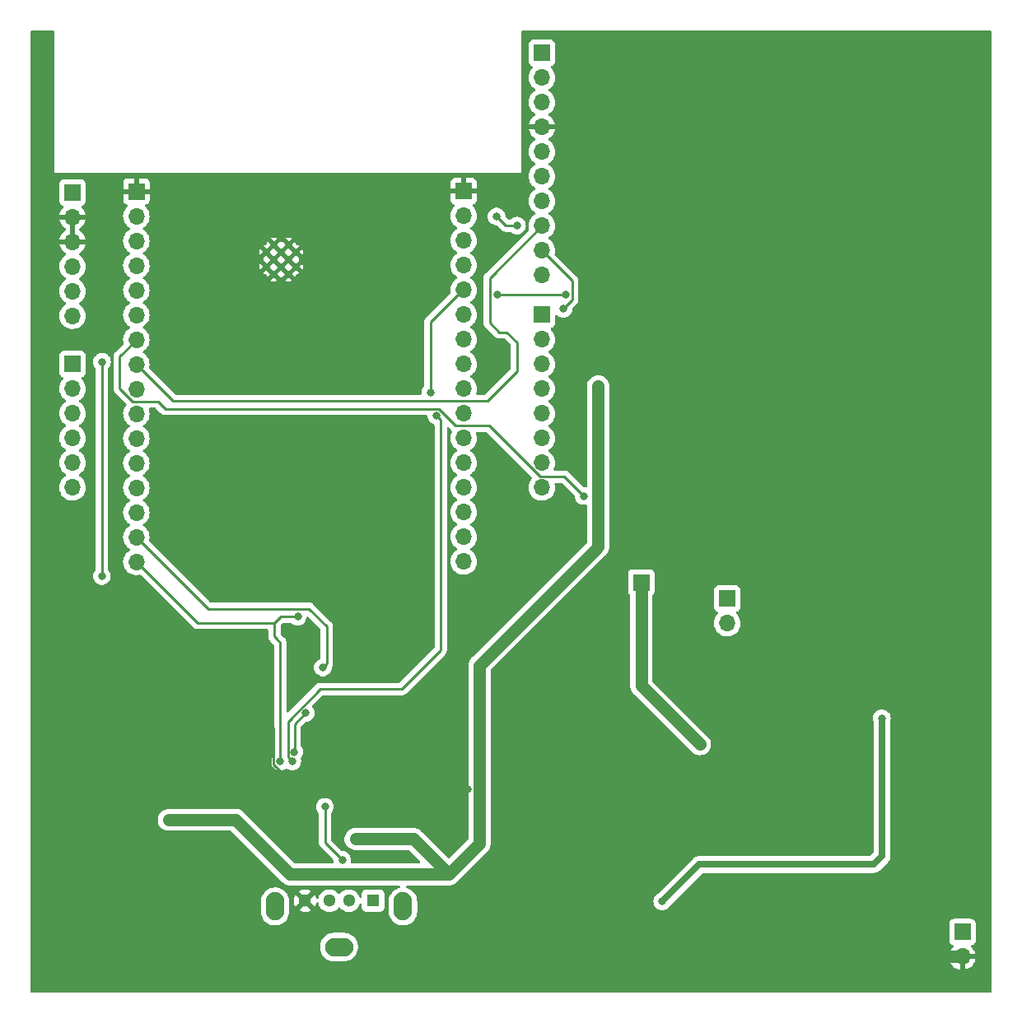
<source format=gbr>
%TF.GenerationSoftware,KiCad,Pcbnew,(6.0.10)*%
%TF.CreationDate,2023-04-05T21:14:25-05:00*%
%TF.ProjectId,445,3434352e-6b69-4636-9164-5f7063625858,rev?*%
%TF.SameCoordinates,Original*%
%TF.FileFunction,Copper,L2,Bot*%
%TF.FilePolarity,Positive*%
%FSLAX46Y46*%
G04 Gerber Fmt 4.6, Leading zero omitted, Abs format (unit mm)*
G04 Created by KiCad (PCBNEW (6.0.10)) date 2023-04-05 21:14:25*
%MOMM*%
%LPD*%
G01*
G04 APERTURE LIST*
%TA.AperFunction,ComponentPad*%
%ADD10R,1.700000X1.700000*%
%TD*%
%TA.AperFunction,ComponentPad*%
%ADD11O,1.700000X1.700000*%
%TD*%
%TA.AperFunction,HeatsinkPad*%
%ADD12C,0.475000*%
%TD*%
%TA.AperFunction,ComponentPad*%
%ADD13R,1.300000X1.300000*%
%TD*%
%TA.AperFunction,ComponentPad*%
%ADD14C,1.300000*%
%TD*%
%TA.AperFunction,ComponentPad*%
%ADD15O,1.900000X2.900000*%
%TD*%
%TA.AperFunction,ComponentPad*%
%ADD16O,2.900000X1.900000*%
%TD*%
%TA.AperFunction,ViaPad*%
%ADD17C,0.800000*%
%TD*%
%TA.AperFunction,Conductor*%
%ADD18C,0.250000*%
%TD*%
%TA.AperFunction,Conductor*%
%ADD19C,1.250000*%
%TD*%
%TA.AperFunction,Conductor*%
%ADD20C,0.700000*%
%TD*%
G04 APERTURE END LIST*
D10*
%TO.P,J5,1,Pin_1*%
%TO.N,TO_FPGA_USB*%
X213160000Y-141500000D03*
D11*
%TO.P,J5,2,Pin_2*%
%TO.N,GND*%
X213160000Y-144040000D03*
%TD*%
D12*
%TO.P,U5,39,GND*%
%TO.N,GND*%
X142367500Y-70785000D03*
X141605000Y-73072500D03*
X143892500Y-72310000D03*
X144655000Y-73072500D03*
X142367500Y-73835000D03*
X144655000Y-71547500D03*
X141605000Y-71547500D03*
X142367500Y-72310000D03*
X143130000Y-71547500D03*
X143130000Y-73072500D03*
X143892500Y-73835000D03*
X143892500Y-70785000D03*
%TD*%
D10*
%TO.P,J6,1,Pin_1*%
%TO.N,/7_4VIn*%
X188976000Y-107188000D03*
D11*
%TO.P,J6,2,Pin_2*%
%TO.N,/EN*%
X188976000Y-109728000D03*
%TD*%
D13*
%TO.P,J14,1,VBUS*%
%TO.N,Net-(J14-Pad1)*%
X152578000Y-138262000D03*
D14*
%TO.P,J14,2,D-*%
%TO.N,Net-(J14-Pad2)*%
X150078000Y-138262000D03*
%TO.P,J14,3,D+*%
%TO.N,Net-(J14-Pad3)*%
X148078000Y-138262000D03*
%TO.P,J14,4,GND*%
%TO.N,GND*%
X145578000Y-138262000D03*
D15*
%TO.P,J14,5,Shield*%
%TO.N,Net-(J14-Pad5)*%
X142508000Y-138862000D03*
D16*
X149078000Y-143042000D03*
D15*
X155648000Y-138862000D03*
%TD*%
D10*
%TO.P,J15,1,Pin_1*%
%TO.N,GND*%
X128240000Y-65310000D03*
D11*
%TO.P,J15,2,Pin_2*%
%TO.N,3.3V1*%
X128240000Y-67850000D03*
%TO.P,J15,3,Pin_3*%
%TO.N,/RST*%
X128240000Y-70390000D03*
%TO.P,J15,4,Pin_4*%
%TO.N,/SENSOR_VP{slash}IO36*%
X128240000Y-72930000D03*
%TO.P,J15,5,Pin_5*%
%TO.N,/SENSOR_VN{slash}IO39*%
X128240000Y-75470000D03*
%TO.P,J15,6,Pin_6*%
%TO.N,/IO34{slash}IN_ONLY*%
X128240000Y-78010000D03*
%TO.P,J15,7,Pin_7*%
%TO.N,/IO35{slash}IN_ONLY*%
X128240000Y-80550000D03*
%TO.P,J15,8,Pin_8*%
%TO.N,/IO32{slash}SPI_SS*%
X128240000Y-83090000D03*
%TO.P,J15,9,Pin_9*%
%TO.N,/IO33{slash}SPI_CLK*%
X128240000Y-85630000D03*
%TO.P,J15,10,Pin_10*%
%TO.N,/IO25{slash}A2_C8*%
X128240000Y-88170000D03*
%TO.P,J15,11,Pin_11*%
%TO.N,/IO26{slash}A2_c9*%
X128240000Y-90710000D03*
%TO.P,J15,12,Pin_12*%
%TO.N,/IO27{slash}A2_C7*%
X128240000Y-93250000D03*
%TO.P,J15,13,Pin_13*%
%TO.N,/IO14{slash}A2_C6*%
X128240000Y-95790000D03*
%TO.P,J15,14,Pin_14*%
%TO.N,/IO12{slash}A2_C5*%
X128240000Y-98330000D03*
%TO.P,J15,15,Pin_15*%
%TO.N,/RTS*%
X128240000Y-100870000D03*
%TO.P,J15,16,Pin_16*%
%TO.N,/DTR*%
X128240000Y-103410000D03*
%TD*%
D10*
%TO.P,J16,1,Pin_1*%
%TO.N,GND*%
X161880000Y-65280000D03*
D11*
%TO.P,J16,2,Pin_2*%
%TO.N,/IO23{slash}MOSI*%
X161880000Y-67820000D03*
%TO.P,J16,3,Pin_3*%
%TO.N,/IO22{slash}SCL*%
X161880000Y-70360000D03*
%TO.P,J16,4,Pin_4*%
%TO.N,/IO1{slash}UART0_TX*%
X161880000Y-72900000D03*
%TO.P,J16,5,Pin_5*%
%TO.N,/IO3{slash}UART0_RX*%
X161880000Y-75440000D03*
%TO.P,J16,6,Pin_6*%
%TO.N,/IO21{slash}SDA*%
X161880000Y-77980000D03*
%TO.P,J16,7,Pin_7*%
%TO.N,/IO19{slash}MISO*%
X161880000Y-80520000D03*
%TO.P,J16,8,Pin_8*%
%TO.N,/IO18{slash}SCLK*%
X161880000Y-83060000D03*
%TO.P,J16,9,Pin_9*%
%TO.N,/IO5*%
X161880000Y-85600000D03*
%TO.P,J16,10,Pin_10*%
%TO.N,/IO17{slash}UART2_TX*%
X161880000Y-88140000D03*
%TO.P,J16,11,Pin_11*%
%TO.N,/IO16{slash}UART2_RX*%
X161880000Y-90680000D03*
%TO.P,J16,12,Pin_12*%
%TO.N,/IO4{slash}A2_C0*%
X161880000Y-93220000D03*
%TO.P,J16,13,Pin_13*%
%TO.N,/IO0*%
X161880000Y-95760000D03*
%TO.P,J16,14,Pin_14*%
%TO.N,/IO2*%
X161880000Y-98300000D03*
%TO.P,J16,15,Pin_15*%
%TO.N,/IO15{slash}A2_C3*%
X161880000Y-100840000D03*
%TO.P,J16,16,Pin_16*%
%TO.N,/IO13{slash}A2_C4*%
X161880000Y-103380000D03*
%TD*%
D10*
%TO.P,J7,1,Pin_1*%
%TO.N,/7_4VIn*%
X180140000Y-105530000D03*
%TD*%
%TO.P,J3,1,Pin_1*%
%TO.N,/IO22{slash}SCL*%
X169926000Y-51059000D03*
D11*
%TO.P,J3,2,Pin_2*%
%TO.N,/IO21{slash}SDA*%
X169926000Y-53599000D03*
%TO.P,J3,3,Pin_3*%
%TO.N,unconnected-(J3-Pad3)*%
X169926000Y-56139000D03*
%TO.P,J3,4,Pin_4*%
%TO.N,GND*%
X169926000Y-58679000D03*
%TO.P,J3,5,Pin_5*%
%TO.N,/IO18{slash}SCLK*%
X169926000Y-61219000D03*
%TO.P,J3,6,Pin_6*%
%TO.N,/IO19{slash}MISO*%
X169926000Y-63759000D03*
%TO.P,J3,7,Pin_7*%
%TO.N,/IO23{slash}MOSI*%
X169926000Y-66299000D03*
%TO.P,J3,8,Pin_8*%
%TO.N,/IO32{slash}SPI_SS*%
X169926000Y-68839000D03*
%TO.P,J3,9,Pin_9*%
%TO.N,/IO1{slash}UART0_TX*%
X169926000Y-71379000D03*
%TO.P,J3,10,Pin_10*%
%TO.N,/IO3{slash}UART0_RX*%
X169926000Y-73919000D03*
%TD*%
D10*
%TO.P,J1,1,Pin_1*%
%TO.N,unconnected-(J1-Pad1)*%
X121666000Y-65405000D03*
D11*
%TO.P,J1,2,Pin_2*%
%TO.N,GND*%
X121666000Y-67945000D03*
%TO.P,J1,3,Pin_3*%
X121666000Y-70485000D03*
%TO.P,J1,4,Pin_4*%
%TO.N,unconnected-(J1-Pad4)*%
X121666000Y-73025000D03*
%TO.P,J1,5,Pin_5*%
%TO.N,3.3V1*%
X121666000Y-75565000D03*
%TO.P,J1,6,Pin_6*%
%TO.N,unconnected-(J1-Pad6)*%
X121666000Y-78105000D03*
%TD*%
D10*
%TO.P,J2,1,Pin_1*%
%TO.N,/IO25{slash}A2_C8*%
X121666000Y-83058000D03*
D11*
%TO.P,J2,2,Pin_2*%
%TO.N,/IO26{slash}A2_c9*%
X121666000Y-85598000D03*
%TO.P,J2,3,Pin_3*%
%TO.N,/IO27{slash}A2_C7*%
X121666000Y-88138000D03*
%TO.P,J2,4,Pin_4*%
%TO.N,/IO14{slash}A2_C6*%
X121666000Y-90678000D03*
%TO.P,J2,5,Pin_5*%
%TO.N,/IO12{slash}A2_C5*%
X121666000Y-93218000D03*
%TO.P,J2,6,Pin_6*%
%TO.N,/IO13{slash}A2_C4*%
X121666000Y-95758000D03*
%TD*%
D10*
%TO.P,J4,1,Pin_1*%
%TO.N,/IO5*%
X169926000Y-77993000D03*
D11*
%TO.P,J4,2,Pin_2*%
%TO.N,/IO17{slash}UART2_TX*%
X169926000Y-80533000D03*
%TO.P,J4,3,Pin_3*%
%TO.N,/IO16{slash}UART2_RX*%
X169926000Y-83073000D03*
%TO.P,J4,4,Pin_4*%
%TO.N,/IO4{slash}A2_C0*%
X169926000Y-85613000D03*
%TO.P,J4,5,Pin_5*%
%TO.N,/IO0*%
X169926000Y-88153000D03*
%TO.P,J4,6,Pin_6*%
%TO.N,/IO2*%
X169926000Y-90693000D03*
%TO.P,J4,7,Pin_7*%
%TO.N,/IO15{slash}A2_C3*%
X169926000Y-93233000D03*
%TO.P,J4,8,Pin_8*%
%TO.N,/IO13{slash}A2_C4*%
X169926000Y-95773000D03*
%TD*%
D17*
%TO.N,GND*%
X188417200Y-138074400D03*
X137970000Y-89560000D03*
X162320000Y-126790000D03*
X137980000Y-95470000D03*
X145024640Y-126800000D03*
X139650000Y-117760000D03*
%TO.N,Net-(C8-Pad2)*%
X204882500Y-119512500D03*
X182302500Y-138342500D03*
%TO.N,3.3V1*%
X131590000Y-129950000D03*
X175720000Y-85350000D03*
X135510051Y-129944205D03*
X150780000Y-131930000D03*
%TO.N,Net-(J14-Pad2)*%
X147625000Y-128610000D03*
X149403000Y-134071000D03*
%TO.N,/IO21{slash}SDA*%
X172370000Y-75950000D03*
X165371359Y-75961359D03*
%TO.N,/IO35{slash}IN_ONLY*%
X174240000Y-96630000D03*
%TO.N,/RST*%
X124690000Y-104880000D03*
X124710000Y-82840000D03*
%TO.N,/RTS*%
X147408564Y-114283478D03*
%TO.N,/DTR*%
X144831000Y-109052000D03*
X143037001Y-123969458D03*
%TO.N,/IO3{slash}UART0_RX*%
X144272000Y-123952000D03*
X159070000Y-88380000D03*
X158460000Y-85960000D03*
%TO.N,/IO1{slash}UART0_TX*%
X172130659Y-77390270D03*
X145634900Y-118970000D03*
X144482513Y-122978191D03*
%TO.N,/IO23{slash}MOSI*%
X165270000Y-67880000D03*
X167370000Y-68820000D03*
%TO.N,/7_4VIn*%
X186182000Y-122174000D03*
%TD*%
D18*
%TO.N,GND*%
X145024640Y-126800000D02*
X162310000Y-126800000D01*
X142372001Y-120482001D02*
X142372001Y-124244911D01*
D19*
X191008000Y-137617200D02*
X188874400Y-137617200D01*
D18*
X139650000Y-117760000D02*
X142372001Y-120482001D01*
D19*
X197430800Y-144040000D02*
X213160000Y-144040000D01*
D18*
X137980000Y-95470000D02*
X137980000Y-89570000D01*
D19*
X188874400Y-137617200D02*
X188417200Y-138074400D01*
D18*
X142372001Y-124244911D02*
X144927090Y-126800000D01*
X144927090Y-126800000D02*
X145024640Y-126800000D01*
X162310000Y-126800000D02*
X162320000Y-126790000D01*
X137980000Y-89570000D02*
X137970000Y-89560000D01*
D19*
X191008000Y-137617200D02*
X197430800Y-144040000D01*
D20*
%TO.N,Net-(C8-Pad2)*%
X204897408Y-133689943D02*
X204036268Y-134551083D01*
X204882500Y-119512500D02*
X204897408Y-119527408D01*
X204897408Y-119527408D02*
X204897408Y-133689943D01*
X186093917Y-134551083D02*
X182302500Y-138342500D01*
X204036268Y-134551083D02*
X186093917Y-134551083D01*
D19*
%TO.N,3.3V1*%
X133839000Y-129950000D02*
X131590000Y-129950000D01*
X150780000Y-131930000D02*
X156720000Y-131930000D01*
X144062206Y-135570000D02*
X160360000Y-135570000D01*
X138436411Y-129944205D02*
X144062206Y-135570000D01*
X163520000Y-132410000D02*
X163520000Y-122580000D01*
X156720000Y-131930000D02*
X160360000Y-135570000D01*
X135510051Y-129944205D02*
X133844795Y-129944205D01*
X175720000Y-101870000D02*
X175720000Y-85350000D01*
X175400000Y-102190000D02*
X175720000Y-101870000D01*
X135510051Y-129944205D02*
X138436411Y-129944205D01*
X160360000Y-135570000D02*
X163520000Y-132410000D01*
X163520000Y-122580000D02*
X163520000Y-114070000D01*
X163520000Y-114070000D02*
X175400000Y-102190000D01*
X133844795Y-129944205D02*
X133839000Y-129950000D01*
D18*
%TO.N,Net-(J14-Pad2)*%
X149403000Y-134071000D02*
X147625000Y-132293000D01*
X147625000Y-132293000D02*
X147625000Y-128610000D01*
%TO.N,/IO21{slash}SDA*%
X165371359Y-75961359D02*
X172358641Y-75961359D01*
X172358641Y-75961359D02*
X172370000Y-75950000D01*
%TO.N,/IO32{slash}SPI_SS*%
X166310000Y-79780000D02*
X167370000Y-80840000D01*
X164560000Y-74205000D02*
X164560000Y-78820000D01*
X169926000Y-68839000D02*
X164560000Y-74205000D01*
X167370000Y-80840000D02*
X167370000Y-83830000D01*
X164560000Y-78820000D02*
X165520000Y-79780000D01*
X132010000Y-86860000D02*
X128240000Y-83090000D01*
X164340000Y-86860000D02*
X132010000Y-86860000D01*
X165520000Y-79780000D02*
X166310000Y-79780000D01*
X167370000Y-83830000D02*
X164340000Y-86860000D01*
%TO.N,/IO35{slash}IN_ONLY*%
X164521215Y-89422600D02*
X169744215Y-94645600D01*
X159350000Y-87690000D02*
X161082600Y-89422600D01*
X131220000Y-87690000D02*
X159350000Y-87690000D01*
X126530000Y-82260000D02*
X126530000Y-85580000D01*
X161082600Y-89422600D02*
X164521215Y-89422600D01*
X126530000Y-85580000D02*
X127860000Y-86910000D01*
X169744215Y-94645600D02*
X172255600Y-94645600D01*
X127860000Y-86910000D02*
X130440000Y-86910000D01*
X172255600Y-94645600D02*
X174240000Y-96630000D01*
X128240000Y-80550000D02*
X126530000Y-82260000D01*
X130440000Y-86910000D02*
X131220000Y-87690000D01*
%TO.N,/RST*%
X124690000Y-82860000D02*
X124710000Y-82840000D01*
X124690000Y-104880000D02*
X124690000Y-82860000D01*
%TO.N,/RTS*%
X147810000Y-113882042D02*
X147810000Y-110060000D01*
X135600000Y-108230000D02*
X128240000Y-100870000D01*
X147810000Y-110060000D02*
X145980000Y-108230000D01*
X147408564Y-114283478D02*
X147810000Y-113882042D01*
X145980000Y-108230000D02*
X135600000Y-108230000D01*
%TO.N,/DTR*%
X134517000Y-109687000D02*
X128240000Y-103410000D01*
X142418000Y-109687000D02*
X143053000Y-109052000D01*
X142672000Y-111338000D02*
X142418000Y-111084000D01*
X143037001Y-111703001D02*
X142672000Y-111338000D01*
X142418000Y-111084000D02*
X142418000Y-109687000D01*
X142418000Y-109687000D02*
X134517000Y-109687000D01*
X143037001Y-123969458D02*
X143037001Y-111703001D01*
X143053000Y-109052000D02*
X144831000Y-109052000D01*
%TO.N,/IO3{slash}UART0_RX*%
X143815991Y-123495991D02*
X144272000Y-123952000D01*
X143815991Y-120720000D02*
X143815991Y-119830920D01*
X159520000Y-88830000D02*
X159070000Y-88380000D01*
X159520000Y-89400000D02*
X159520000Y-88830000D01*
X147156911Y-116490000D02*
X155550000Y-116490000D01*
X155550000Y-116490000D02*
X159520000Y-112520000D01*
X143815991Y-120720000D02*
X143815991Y-123495991D01*
X143815991Y-119830920D02*
X147156911Y-116490000D01*
X158460000Y-78750000D02*
X161900000Y-75310000D01*
X158460000Y-85960000D02*
X158460000Y-78750000D01*
X159520000Y-112520000D02*
X159520000Y-89400000D01*
%TO.N,/IO1{slash}UART0_TX*%
X172130659Y-77390270D02*
X173047400Y-76473529D01*
X173047400Y-74500400D02*
X169926000Y-71379000D01*
X144492891Y-120112009D02*
X145634900Y-118970000D01*
X144492891Y-122967813D02*
X144482513Y-122978191D01*
X173047400Y-76473529D02*
X173047400Y-74500400D01*
X144492891Y-120112009D02*
X144492891Y-122967813D01*
%TO.N,/IO23{slash}MOSI*%
X166210000Y-68820000D02*
X165270000Y-67880000D01*
X167370000Y-68820000D02*
X166210000Y-68820000D01*
D19*
%TO.N,/7_4VIn*%
X186182000Y-122174000D02*
X180140000Y-116132000D01*
X180140000Y-116132000D02*
X180140000Y-105530000D01*
%TD*%
%TA.AperFunction,Conductor*%
%TO.N,GND*%
G36*
X119752121Y-48788502D02*
G01*
X119798614Y-48842158D01*
X119810000Y-48894500D01*
X119810000Y-63420000D01*
X167810000Y-63420000D01*
X167810000Y-56105695D01*
X168563251Y-56105695D01*
X168563548Y-56110848D01*
X168563548Y-56110851D01*
X168569011Y-56205590D01*
X168576110Y-56328715D01*
X168577247Y-56333761D01*
X168577248Y-56333767D01*
X168597119Y-56421939D01*
X168625222Y-56546639D01*
X168709266Y-56753616D01*
X168825987Y-56944088D01*
X168972250Y-57112938D01*
X169144126Y-57255632D01*
X169217955Y-57298774D01*
X169266679Y-57350412D01*
X169279750Y-57420195D01*
X169253019Y-57485967D01*
X169212562Y-57519327D01*
X169204457Y-57523546D01*
X169195738Y-57529036D01*
X169025433Y-57656905D01*
X169017726Y-57663748D01*
X168870590Y-57817717D01*
X168864104Y-57825727D01*
X168744098Y-58001649D01*
X168739000Y-58010623D01*
X168649338Y-58203783D01*
X168645775Y-58213470D01*
X168590389Y-58413183D01*
X168591912Y-58421607D01*
X168604292Y-58425000D01*
X171244344Y-58425000D01*
X171257875Y-58421027D01*
X171259180Y-58411947D01*
X171217214Y-58244875D01*
X171213894Y-58235124D01*
X171128972Y-58039814D01*
X171124105Y-58030739D01*
X171008426Y-57851926D01*
X171002136Y-57843757D01*
X170858806Y-57686240D01*
X170851273Y-57679215D01*
X170684139Y-57547222D01*
X170675556Y-57541520D01*
X170638602Y-57521120D01*
X170588631Y-57470687D01*
X170573859Y-57401245D01*
X170598975Y-57334839D01*
X170626327Y-57308232D01*
X170649797Y-57291491D01*
X170805860Y-57180173D01*
X170964096Y-57022489D01*
X171023594Y-56939689D01*
X171091435Y-56845277D01*
X171094453Y-56841077D01*
X171193430Y-56640811D01*
X171258370Y-56427069D01*
X171287529Y-56205590D01*
X171289156Y-56139000D01*
X171270852Y-55916361D01*
X171216431Y-55699702D01*
X171127354Y-55494840D01*
X171006014Y-55307277D01*
X170855670Y-55142051D01*
X170851619Y-55138852D01*
X170851615Y-55138848D01*
X170684414Y-55006800D01*
X170684410Y-55006798D01*
X170680359Y-55003598D01*
X170639053Y-54980796D01*
X170589084Y-54930364D01*
X170574312Y-54860921D01*
X170599428Y-54794516D01*
X170626780Y-54767909D01*
X170670603Y-54736650D01*
X170805860Y-54640173D01*
X170964096Y-54482489D01*
X171023594Y-54399689D01*
X171091435Y-54305277D01*
X171094453Y-54301077D01*
X171193430Y-54100811D01*
X171258370Y-53887069D01*
X171287529Y-53665590D01*
X171289156Y-53599000D01*
X171270852Y-53376361D01*
X171216431Y-53159702D01*
X171127354Y-52954840D01*
X171006014Y-52767277D01*
X171002532Y-52763450D01*
X170858798Y-52605488D01*
X170827746Y-52541642D01*
X170836141Y-52471143D01*
X170881317Y-52416375D01*
X170907761Y-52402706D01*
X171014297Y-52362767D01*
X171022705Y-52359615D01*
X171139261Y-52272261D01*
X171226615Y-52155705D01*
X171277745Y-52019316D01*
X171284500Y-51957134D01*
X171284500Y-50160866D01*
X171277745Y-50098684D01*
X171226615Y-49962295D01*
X171139261Y-49845739D01*
X171022705Y-49758385D01*
X170886316Y-49707255D01*
X170824134Y-49700500D01*
X169027866Y-49700500D01*
X168965684Y-49707255D01*
X168829295Y-49758385D01*
X168712739Y-49845739D01*
X168625385Y-49962295D01*
X168574255Y-50098684D01*
X168567500Y-50160866D01*
X168567500Y-51957134D01*
X168574255Y-52019316D01*
X168625385Y-52155705D01*
X168712739Y-52272261D01*
X168829295Y-52359615D01*
X168837704Y-52362767D01*
X168837705Y-52362768D01*
X168946451Y-52403535D01*
X169003216Y-52446176D01*
X169027916Y-52512738D01*
X169012709Y-52582087D01*
X168993316Y-52608568D01*
X168866629Y-52741138D01*
X168740743Y-52925680D01*
X168646688Y-53128305D01*
X168586989Y-53343570D01*
X168563251Y-53565695D01*
X168563548Y-53570848D01*
X168563548Y-53570851D01*
X168569011Y-53665590D01*
X168576110Y-53788715D01*
X168577247Y-53793761D01*
X168577248Y-53793767D01*
X168597119Y-53881939D01*
X168625222Y-54006639D01*
X168709266Y-54213616D01*
X168825987Y-54404088D01*
X168972250Y-54572938D01*
X169144126Y-54715632D01*
X169214595Y-54756811D01*
X169217445Y-54758476D01*
X169266169Y-54810114D01*
X169279240Y-54879897D01*
X169252509Y-54945669D01*
X169212055Y-54979027D01*
X169199607Y-54985507D01*
X169195474Y-54988610D01*
X169195471Y-54988612D01*
X169171247Y-55006800D01*
X169020965Y-55119635D01*
X168866629Y-55281138D01*
X168740743Y-55465680D01*
X168646688Y-55668305D01*
X168586989Y-55883570D01*
X168563251Y-56105695D01*
X167810000Y-56105695D01*
X167810000Y-48894500D01*
X167830002Y-48826379D01*
X167883658Y-48779886D01*
X167936000Y-48768500D01*
X216027500Y-48768500D01*
X216095621Y-48788502D01*
X216142114Y-48842158D01*
X216153500Y-48894500D01*
X216153500Y-147599900D01*
X216133498Y-147668021D01*
X216079842Y-147714514D01*
X216027500Y-147725900D01*
X117474500Y-147725900D01*
X117406379Y-147705898D01*
X117359886Y-147652242D01*
X117348500Y-147599900D01*
X117348500Y-143144089D01*
X147118066Y-143144089D01*
X147154343Y-143381163D01*
X147228854Y-143609129D01*
X147339597Y-143821864D01*
X147342700Y-143825997D01*
X147342702Y-143826000D01*
X147480493Y-144009520D01*
X147483598Y-144013655D01*
X147656990Y-144179352D01*
X147855117Y-144314505D01*
X148072656Y-144415484D01*
X148303768Y-144479576D01*
X148407479Y-144490660D01*
X148496222Y-144500144D01*
X148496230Y-144500144D01*
X148499557Y-144500500D01*
X149638803Y-144500500D01*
X149641376Y-144500288D01*
X149641387Y-144500288D01*
X149811876Y-144486271D01*
X149811882Y-144486270D01*
X149817027Y-144485847D01*
X149989815Y-144442446D01*
X150044625Y-144428679D01*
X150044629Y-144428678D01*
X150049636Y-144427420D01*
X150054366Y-144425364D01*
X150054373Y-144425361D01*
X150264841Y-144333847D01*
X150264844Y-144333845D01*
X150269578Y-144331787D01*
X150273912Y-144328983D01*
X150273916Y-144328981D01*
X150306400Y-144307966D01*
X211828257Y-144307966D01*
X211858565Y-144442446D01*
X211861645Y-144452275D01*
X211941770Y-144649603D01*
X211946413Y-144658794D01*
X212057694Y-144840388D01*
X212063777Y-144848699D01*
X212203213Y-145009667D01*
X212210580Y-145016883D01*
X212374434Y-145152916D01*
X212382881Y-145158831D01*
X212566756Y-145266279D01*
X212576042Y-145270729D01*
X212775001Y-145346703D01*
X212784899Y-145349579D01*
X212888250Y-145370606D01*
X212902299Y-145369410D01*
X212906000Y-145359065D01*
X212906000Y-145358517D01*
X213414000Y-145358517D01*
X213418064Y-145372359D01*
X213431478Y-145374393D01*
X213438184Y-145373534D01*
X213448262Y-145371392D01*
X213652255Y-145310191D01*
X213661842Y-145306433D01*
X213853095Y-145212739D01*
X213861945Y-145207464D01*
X214035328Y-145083792D01*
X214043200Y-145077139D01*
X214194052Y-144926812D01*
X214200730Y-144918965D01*
X214325003Y-144746020D01*
X214330313Y-144737183D01*
X214424670Y-144546267D01*
X214428469Y-144536672D01*
X214490377Y-144332910D01*
X214492555Y-144322837D01*
X214493986Y-144311962D01*
X214491775Y-144297778D01*
X214478617Y-144294000D01*
X213432115Y-144294000D01*
X213416876Y-144298475D01*
X213415671Y-144299865D01*
X213414000Y-144307548D01*
X213414000Y-145358517D01*
X212906000Y-145358517D01*
X212906000Y-144312115D01*
X212901525Y-144296876D01*
X212900135Y-144295671D01*
X212892452Y-144294000D01*
X211843225Y-144294000D01*
X211829694Y-144297973D01*
X211828257Y-144307966D01*
X150306400Y-144307966D01*
X150466604Y-144204325D01*
X150466607Y-144204323D01*
X150470947Y-144201515D01*
X150492101Y-144182267D01*
X150644513Y-144043582D01*
X150644514Y-144043580D01*
X150648335Y-144040104D01*
X150651534Y-144036053D01*
X150651538Y-144036049D01*
X150793774Y-143855946D01*
X150796979Y-143851888D01*
X150912887Y-143641922D01*
X150992945Y-143415845D01*
X150993853Y-143410749D01*
X151034098Y-143184816D01*
X151034099Y-143184810D01*
X151035004Y-143179727D01*
X151036630Y-143046677D01*
X151037871Y-142945081D01*
X151037871Y-142945079D01*
X151037934Y-142939911D01*
X151001657Y-142702837D01*
X150927146Y-142474871D01*
X150887199Y-142398134D01*
X211801500Y-142398134D01*
X211808255Y-142460316D01*
X211859385Y-142596705D01*
X211946739Y-142713261D01*
X212063295Y-142800615D01*
X212071704Y-142803767D01*
X212071705Y-142803768D01*
X212180960Y-142844726D01*
X212237725Y-142887367D01*
X212262425Y-142953929D01*
X212247218Y-143023278D01*
X212227825Y-143049759D01*
X212104590Y-143178717D01*
X212098104Y-143186727D01*
X211978098Y-143362649D01*
X211973000Y-143371623D01*
X211883338Y-143564783D01*
X211879775Y-143574470D01*
X211824389Y-143774183D01*
X211825912Y-143782607D01*
X211838292Y-143786000D01*
X214478344Y-143786000D01*
X214491875Y-143782027D01*
X214493180Y-143772947D01*
X214451214Y-143605875D01*
X214447894Y-143596124D01*
X214362972Y-143400814D01*
X214358105Y-143391739D01*
X214242426Y-143212926D01*
X214236136Y-143204757D01*
X214092293Y-143046677D01*
X214061241Y-142982831D01*
X214069635Y-142912333D01*
X214114812Y-142857564D01*
X214141256Y-142843895D01*
X214248297Y-142803767D01*
X214256705Y-142800615D01*
X214373261Y-142713261D01*
X214460615Y-142596705D01*
X214511745Y-142460316D01*
X214518500Y-142398134D01*
X214518500Y-140601866D01*
X214511745Y-140539684D01*
X214460615Y-140403295D01*
X214373261Y-140286739D01*
X214256705Y-140199385D01*
X214120316Y-140148255D01*
X214058134Y-140141500D01*
X212261866Y-140141500D01*
X212199684Y-140148255D01*
X212063295Y-140199385D01*
X211946739Y-140286739D01*
X211859385Y-140403295D01*
X211808255Y-140539684D01*
X211801500Y-140601866D01*
X211801500Y-142398134D01*
X150887199Y-142398134D01*
X150816403Y-142262136D01*
X150793861Y-142232112D01*
X150675507Y-142074480D01*
X150675505Y-142074477D01*
X150672402Y-142070345D01*
X150499010Y-141904648D01*
X150300883Y-141769495D01*
X150083344Y-141668516D01*
X149852232Y-141604424D01*
X149748521Y-141593340D01*
X149659778Y-141583856D01*
X149659770Y-141583856D01*
X149656443Y-141583500D01*
X148517197Y-141583500D01*
X148514624Y-141583712D01*
X148514613Y-141583712D01*
X148344124Y-141597729D01*
X148344118Y-141597730D01*
X148338973Y-141598153D01*
X148222668Y-141627367D01*
X148111375Y-141655321D01*
X148111371Y-141655322D01*
X148106364Y-141656580D01*
X148101634Y-141658636D01*
X148101627Y-141658639D01*
X147891159Y-141750153D01*
X147891156Y-141750155D01*
X147886422Y-141752213D01*
X147882088Y-141755017D01*
X147882084Y-141755019D01*
X147689396Y-141879675D01*
X147689393Y-141879677D01*
X147685053Y-141882485D01*
X147681230Y-141885964D01*
X147681227Y-141885966D01*
X147511487Y-142040418D01*
X147507665Y-142043896D01*
X147504466Y-142047947D01*
X147504462Y-142047951D01*
X147483511Y-142074480D01*
X147359021Y-142232112D01*
X147243113Y-142442078D01*
X147163055Y-142668155D01*
X147162148Y-142673248D01*
X147162147Y-142673251D01*
X147130353Y-142851745D01*
X147120996Y-142904273D01*
X147118066Y-143144089D01*
X117348500Y-143144089D01*
X117348500Y-139422803D01*
X141049500Y-139422803D01*
X141049712Y-139425376D01*
X141049712Y-139425387D01*
X141063729Y-139595876D01*
X141063730Y-139595882D01*
X141064153Y-139601027D01*
X141122580Y-139833636D01*
X141124636Y-139838366D01*
X141124639Y-139838373D01*
X141216153Y-140048841D01*
X141218213Y-140053578D01*
X141221017Y-140057912D01*
X141221019Y-140057916D01*
X141345675Y-140250604D01*
X141348485Y-140254947D01*
X141351964Y-140258770D01*
X141351966Y-140258773D01*
X141491122Y-140411703D01*
X141509896Y-140432335D01*
X141513947Y-140435534D01*
X141513951Y-140435538D01*
X141636455Y-140532285D01*
X141698112Y-140580979D01*
X141908078Y-140696887D01*
X142030542Y-140740254D01*
X142129280Y-140775219D01*
X142129284Y-140775220D01*
X142134155Y-140776945D01*
X142139248Y-140777852D01*
X142139251Y-140777853D01*
X142365184Y-140818098D01*
X142365190Y-140818099D01*
X142370273Y-140819004D01*
X142457540Y-140820070D01*
X142604919Y-140821871D01*
X142604921Y-140821871D01*
X142610089Y-140821934D01*
X142847163Y-140785657D01*
X143075129Y-140711146D01*
X143287864Y-140600403D01*
X143291997Y-140597300D01*
X143292000Y-140597298D01*
X143475520Y-140459507D01*
X143475523Y-140459505D01*
X143479655Y-140456402D01*
X143645352Y-140283010D01*
X143780505Y-140084883D01*
X143881484Y-139867344D01*
X143945576Y-139636232D01*
X143966500Y-139440443D01*
X143966500Y-139239344D01*
X144965016Y-139239344D01*
X144974898Y-139251834D01*
X145018279Y-139280820D01*
X145028389Y-139286310D01*
X145213318Y-139365762D01*
X145224261Y-139369317D01*
X145420567Y-139413737D01*
X145431975Y-139415239D01*
X145633096Y-139423140D01*
X145644580Y-139422538D01*
X145843774Y-139393657D01*
X145854957Y-139390972D01*
X146045547Y-139326276D01*
X146056060Y-139321595D01*
X146182766Y-139250635D01*
X146192631Y-139240557D01*
X146189675Y-139232885D01*
X145590812Y-138634022D01*
X145576868Y-138626408D01*
X145575035Y-138626539D01*
X145568420Y-138630790D01*
X144971212Y-139227998D01*
X144965016Y-139239344D01*
X143966500Y-139239344D01*
X143966500Y-138301197D01*
X143964065Y-138271580D01*
X143961249Y-138237323D01*
X144415816Y-138237323D01*
X144428979Y-138438159D01*
X144430780Y-138449529D01*
X144480323Y-138644604D01*
X144484164Y-138655451D01*
X144568429Y-138838238D01*
X144574178Y-138848195D01*
X144587912Y-138867628D01*
X144598501Y-138876016D01*
X144611802Y-138868988D01*
X145205978Y-138274812D01*
X145212356Y-138263132D01*
X145942408Y-138263132D01*
X145942539Y-138264965D01*
X145946790Y-138271580D01*
X146544971Y-138869761D01*
X146557351Y-138876521D01*
X146563931Y-138871595D01*
X146637595Y-138740060D01*
X146642276Y-138729547D01*
X146706969Y-138538965D01*
X146707434Y-138537027D01*
X146707905Y-138536206D01*
X146708828Y-138533488D01*
X146709362Y-138533669D01*
X146742784Y-138475456D01*
X146805809Y-138442771D01*
X146876500Y-138449349D01*
X146932413Y-138493101D01*
X146952077Y-138535420D01*
X146977899Y-138637092D01*
X146981272Y-138650372D01*
X146983689Y-138655615D01*
X147020389Y-138735223D01*
X147070411Y-138843731D01*
X147193296Y-139017609D01*
X147345809Y-139166181D01*
X147350605Y-139169386D01*
X147350608Y-139169388D01*
X147415379Y-139212666D01*
X147522843Y-139284471D01*
X147528146Y-139286749D01*
X147528149Y-139286751D01*
X147713163Y-139366239D01*
X147718470Y-139368519D01*
X147794316Y-139385681D01*
X147920501Y-139414234D01*
X147920506Y-139414235D01*
X147926138Y-139415509D01*
X147931909Y-139415736D01*
X147931911Y-139415736D01*
X147993252Y-139418146D01*
X148138891Y-139423869D01*
X148144600Y-139423041D01*
X148144604Y-139423041D01*
X148343890Y-139394145D01*
X148343894Y-139394144D01*
X148349605Y-139393316D01*
X148551223Y-139324876D01*
X148736993Y-139220840D01*
X148900693Y-139084693D01*
X148910066Y-139073423D01*
X148979508Y-138989928D01*
X149038445Y-138950344D01*
X149109427Y-138948907D01*
X149169918Y-138986075D01*
X149179278Y-138997775D01*
X149189962Y-139012892D01*
X149193296Y-139017609D01*
X149345809Y-139166181D01*
X149350605Y-139169386D01*
X149350608Y-139169388D01*
X149415379Y-139212666D01*
X149522843Y-139284471D01*
X149528146Y-139286749D01*
X149528149Y-139286751D01*
X149713163Y-139366239D01*
X149718470Y-139368519D01*
X149794316Y-139385681D01*
X149920501Y-139414234D01*
X149920506Y-139414235D01*
X149926138Y-139415509D01*
X149931909Y-139415736D01*
X149931911Y-139415736D01*
X149993252Y-139418146D01*
X150138891Y-139423869D01*
X150144600Y-139423041D01*
X150144604Y-139423041D01*
X150343890Y-139394145D01*
X150343894Y-139394144D01*
X150349605Y-139393316D01*
X150551223Y-139324876D01*
X150736993Y-139220840D01*
X150900693Y-139084693D01*
X151036840Y-138920993D01*
X151140876Y-138735223D01*
X151174187Y-138637092D01*
X151215024Y-138579015D01*
X151280777Y-138552237D01*
X151350569Y-138565258D01*
X151402242Y-138613945D01*
X151419500Y-138677593D01*
X151419500Y-138960134D01*
X151426255Y-139022316D01*
X151477385Y-139158705D01*
X151564739Y-139275261D01*
X151681295Y-139362615D01*
X151817684Y-139413745D01*
X151879866Y-139420500D01*
X153276134Y-139420500D01*
X153338316Y-139413745D01*
X153474705Y-139362615D01*
X153591261Y-139275261D01*
X153678615Y-139158705D01*
X153729745Y-139022316D01*
X153736500Y-138960134D01*
X153736500Y-137563866D01*
X153729745Y-137501684D01*
X153678615Y-137365295D01*
X153591261Y-137248739D01*
X153474705Y-137161385D01*
X153338316Y-137110255D01*
X153276134Y-137103500D01*
X151879866Y-137103500D01*
X151817684Y-137110255D01*
X151681295Y-137161385D01*
X151564739Y-137248739D01*
X151477385Y-137365295D01*
X151426255Y-137501684D01*
X151419500Y-137563866D01*
X151419500Y-137839375D01*
X151399498Y-137907496D01*
X151345842Y-137953989D01*
X151275568Y-137964093D01*
X151210988Y-137934599D01*
X151172231Y-137873577D01*
X151165754Y-137850611D01*
X151165753Y-137850609D01*
X151164186Y-137845052D01*
X151161387Y-137839375D01*
X151072570Y-137659273D01*
X151070015Y-137654092D01*
X151055638Y-137634838D01*
X150973083Y-137524283D01*
X150942622Y-137483491D01*
X150786271Y-137338963D01*
X150606201Y-137225347D01*
X150408441Y-137146449D01*
X150402781Y-137145323D01*
X150402777Y-137145322D01*
X150205282Y-137106038D01*
X150205280Y-137106038D01*
X150199615Y-137104911D01*
X150193840Y-137104835D01*
X150193836Y-137104835D01*
X150087161Y-137103439D01*
X149986716Y-137102124D01*
X149981019Y-137103103D01*
X149981018Y-137103103D01*
X149782564Y-137137203D01*
X149782561Y-137137204D01*
X149776874Y-137138181D01*
X149577116Y-137211875D01*
X149394134Y-137320739D01*
X149234054Y-137461125D01*
X149230483Y-137465655D01*
X149230482Y-137465656D01*
X149177471Y-137532900D01*
X149119590Y-137574013D01*
X149048670Y-137577307D01*
X148987227Y-137541735D01*
X148977563Y-137530283D01*
X148946074Y-137488114D01*
X148942622Y-137483491D01*
X148786271Y-137338963D01*
X148606201Y-137225347D01*
X148408441Y-137146449D01*
X148402781Y-137145323D01*
X148402777Y-137145322D01*
X148205282Y-137106038D01*
X148205280Y-137106038D01*
X148199615Y-137104911D01*
X148193840Y-137104835D01*
X148193836Y-137104835D01*
X148087161Y-137103439D01*
X147986716Y-137102124D01*
X147981019Y-137103103D01*
X147981018Y-137103103D01*
X147782564Y-137137203D01*
X147782561Y-137137204D01*
X147776874Y-137138181D01*
X147577116Y-137211875D01*
X147394134Y-137320739D01*
X147234054Y-137461125D01*
X147102238Y-137628333D01*
X147099549Y-137633444D01*
X147099547Y-137633447D01*
X147085822Y-137659534D01*
X147003100Y-137816762D01*
X146960490Y-137953989D01*
X146947184Y-137996840D01*
X146907881Y-138055965D01*
X146842852Y-138084455D01*
X146772743Y-138073265D01*
X146719813Y-138025948D01*
X146705583Y-137993676D01*
X146665287Y-137850797D01*
X146661163Y-137840050D01*
X146572141Y-137659534D01*
X146568617Y-137653784D01*
X146558595Y-137646262D01*
X146546176Y-137653034D01*
X145950022Y-138249188D01*
X145942408Y-138263132D01*
X145212356Y-138263132D01*
X145213592Y-138260868D01*
X145213461Y-138259035D01*
X145209210Y-138252420D01*
X144609520Y-137652730D01*
X144597140Y-137645970D01*
X144591174Y-137650436D01*
X144506257Y-137811836D01*
X144501848Y-137822479D01*
X144442167Y-138014684D01*
X144439773Y-138025946D01*
X144416117Y-138225821D01*
X144415816Y-138237323D01*
X143961249Y-138237323D01*
X143952271Y-138128124D01*
X143952270Y-138128118D01*
X143951847Y-138122973D01*
X143911939Y-137964093D01*
X143894679Y-137895375D01*
X143894678Y-137895371D01*
X143893420Y-137890364D01*
X143891364Y-137885634D01*
X143891361Y-137885627D01*
X143799847Y-137675159D01*
X143799845Y-137675156D01*
X143797787Y-137670422D01*
X143790744Y-137659534D01*
X143670325Y-137473396D01*
X143670323Y-137473393D01*
X143667515Y-137469053D01*
X143638580Y-137437253D01*
X143509582Y-137295487D01*
X143509580Y-137295486D01*
X143506104Y-137291665D01*
X143502053Y-137288466D01*
X143502049Y-137288462D01*
X143496647Y-137284196D01*
X144964307Y-137284196D01*
X144967793Y-137292583D01*
X145565188Y-137889978D01*
X145579132Y-137897592D01*
X145580965Y-137897461D01*
X145587580Y-137893210D01*
X146184533Y-137296257D01*
X146191293Y-137283877D01*
X146185263Y-137275822D01*
X146110857Y-137228875D01*
X146100609Y-137223654D01*
X145913663Y-137149070D01*
X145902635Y-137145803D01*
X145705230Y-137106537D01*
X145693784Y-137105334D01*
X145492537Y-137102700D01*
X145481057Y-137103603D01*
X145282701Y-137137687D01*
X145271581Y-137140667D01*
X145082748Y-137210331D01*
X145072370Y-137215281D01*
X144973906Y-137273861D01*
X144964307Y-137284196D01*
X143496647Y-137284196D01*
X143324938Y-137148589D01*
X143317888Y-137143021D01*
X143107922Y-137027113D01*
X142985458Y-136983746D01*
X142886720Y-136948781D01*
X142886716Y-136948780D01*
X142881845Y-136947055D01*
X142876752Y-136946148D01*
X142876749Y-136946147D01*
X142650816Y-136905902D01*
X142650810Y-136905901D01*
X142645727Y-136904996D01*
X142558460Y-136903930D01*
X142411081Y-136902129D01*
X142411079Y-136902129D01*
X142405911Y-136902066D01*
X142168837Y-136938343D01*
X141940871Y-137012854D01*
X141936279Y-137015244D01*
X141936280Y-137015244D01*
X141767505Y-137103103D01*
X141728136Y-137123597D01*
X141724003Y-137126700D01*
X141724000Y-137126702D01*
X141540480Y-137264493D01*
X141536345Y-137267598D01*
X141370648Y-137440990D01*
X141235495Y-137639117D01*
X141230692Y-137649465D01*
X141137236Y-137850797D01*
X141134516Y-137856656D01*
X141070424Y-138087768D01*
X141062797Y-138159135D01*
X141050435Y-138274812D01*
X141049500Y-138283557D01*
X141049500Y-139422803D01*
X117348500Y-139422803D01*
X117348500Y-104880000D01*
X123776496Y-104880000D01*
X123796458Y-105069928D01*
X123855473Y-105251556D01*
X123950960Y-105416944D01*
X124078747Y-105558866D01*
X124233248Y-105671118D01*
X124239276Y-105673802D01*
X124239278Y-105673803D01*
X124401681Y-105746109D01*
X124407712Y-105748794D01*
X124501112Y-105768647D01*
X124588056Y-105787128D01*
X124588061Y-105787128D01*
X124594513Y-105788500D01*
X124785487Y-105788500D01*
X124791939Y-105787128D01*
X124791944Y-105787128D01*
X124878888Y-105768647D01*
X124972288Y-105748794D01*
X124978319Y-105746109D01*
X125140722Y-105673803D01*
X125140724Y-105673802D01*
X125146752Y-105671118D01*
X125301253Y-105558866D01*
X125429040Y-105416944D01*
X125524527Y-105251556D01*
X125583542Y-105069928D01*
X125603504Y-104880000D01*
X125591158Y-104762534D01*
X125584232Y-104696635D01*
X125584232Y-104696633D01*
X125583542Y-104690072D01*
X125524527Y-104508444D01*
X125429040Y-104343056D01*
X125355863Y-104261785D01*
X125325147Y-104197779D01*
X125323500Y-104177476D01*
X125323500Y-83564737D01*
X125343502Y-83496616D01*
X125355864Y-83480426D01*
X125363500Y-83471946D01*
X125410642Y-83419589D01*
X125444621Y-83381852D01*
X125444622Y-83381851D01*
X125449040Y-83376944D01*
X125468673Y-83342939D01*
X125541223Y-83217279D01*
X125541224Y-83217278D01*
X125544527Y-83211556D01*
X125603542Y-83029928D01*
X125623504Y-82840000D01*
X125603542Y-82650072D01*
X125544527Y-82468444D01*
X125449040Y-82303056D01*
X125392213Y-82239943D01*
X125891780Y-82239943D01*
X125892526Y-82247835D01*
X125895941Y-82283961D01*
X125896500Y-82295819D01*
X125896500Y-85501233D01*
X125895973Y-85512416D01*
X125894298Y-85519909D01*
X125894547Y-85527835D01*
X125894547Y-85527836D01*
X125896438Y-85587986D01*
X125896500Y-85591945D01*
X125896500Y-85619856D01*
X125896997Y-85623790D01*
X125896997Y-85623791D01*
X125897005Y-85623856D01*
X125897938Y-85635693D01*
X125899327Y-85679889D01*
X125903206Y-85693240D01*
X125904978Y-85699339D01*
X125908987Y-85718700D01*
X125911526Y-85738797D01*
X125914445Y-85746168D01*
X125914445Y-85746170D01*
X125927804Y-85779912D01*
X125931649Y-85791142D01*
X125943982Y-85833593D01*
X125948015Y-85840412D01*
X125948017Y-85840417D01*
X125954293Y-85851028D01*
X125962988Y-85868776D01*
X125970448Y-85887617D01*
X125975110Y-85894033D01*
X125975110Y-85894034D01*
X125996436Y-85923387D01*
X126002952Y-85933307D01*
X126025458Y-85971362D01*
X126039779Y-85985683D01*
X126052619Y-86000716D01*
X126064528Y-86017107D01*
X126070634Y-86022158D01*
X126098605Y-86045298D01*
X126107384Y-86053288D01*
X127184230Y-87130135D01*
X127218255Y-87192445D01*
X127213190Y-87263260D01*
X127187432Y-87304358D01*
X127187457Y-87304379D01*
X127187288Y-87304588D01*
X127186228Y-87306279D01*
X127180629Y-87312138D01*
X127177715Y-87316410D01*
X127177714Y-87316411D01*
X127148709Y-87358931D01*
X127054743Y-87496680D01*
X127022028Y-87567158D01*
X126973225Y-87672297D01*
X126960688Y-87699305D01*
X126900989Y-87914570D01*
X126877251Y-88136695D01*
X126877548Y-88141848D01*
X126877548Y-88141851D01*
X126888251Y-88327474D01*
X126890110Y-88359715D01*
X126891247Y-88364761D01*
X126891248Y-88364767D01*
X126911119Y-88452939D01*
X126939222Y-88577639D01*
X126977461Y-88671811D01*
X127012061Y-88757020D01*
X127023266Y-88784616D01*
X127059826Y-88844277D01*
X127134542Y-88966202D01*
X127139987Y-88975088D01*
X127286250Y-89143938D01*
X127458126Y-89286632D01*
X127502353Y-89312476D01*
X127531445Y-89329476D01*
X127580169Y-89381114D01*
X127593240Y-89450897D01*
X127566509Y-89516669D01*
X127526055Y-89550027D01*
X127513607Y-89556507D01*
X127509474Y-89559610D01*
X127509471Y-89559612D01*
X127342643Y-89684870D01*
X127334965Y-89690635D01*
X127331393Y-89694373D01*
X127196875Y-89835138D01*
X127180629Y-89852138D01*
X127177715Y-89856410D01*
X127177714Y-89856411D01*
X127174395Y-89861277D01*
X127054743Y-90036680D01*
X127039003Y-90070590D01*
X126963918Y-90232347D01*
X126960688Y-90239305D01*
X126900989Y-90454570D01*
X126877251Y-90676695D01*
X126877548Y-90681848D01*
X126877548Y-90681851D01*
X126888832Y-90877547D01*
X126890110Y-90899715D01*
X126891247Y-90904761D01*
X126891248Y-90904767D01*
X126911119Y-90992939D01*
X126939222Y-91117639D01*
X126977461Y-91211811D01*
X127012873Y-91299020D01*
X127023266Y-91324616D01*
X127058478Y-91382077D01*
X127131961Y-91501990D01*
X127139987Y-91515088D01*
X127286250Y-91683938D01*
X127458126Y-91826632D01*
X127496249Y-91848909D01*
X127531445Y-91869476D01*
X127580169Y-91921114D01*
X127593240Y-91990897D01*
X127566509Y-92056669D01*
X127526055Y-92090027D01*
X127513607Y-92096507D01*
X127509474Y-92099610D01*
X127509471Y-92099612D01*
X127339100Y-92227530D01*
X127334965Y-92230635D01*
X127331393Y-92234373D01*
X127184319Y-92388277D01*
X127180629Y-92392138D01*
X127177715Y-92396410D01*
X127177714Y-92396411D01*
X127174395Y-92401277D01*
X127054743Y-92576680D01*
X127039003Y-92610590D01*
X126973225Y-92752297D01*
X126960688Y-92779305D01*
X126900989Y-92994570D01*
X126877251Y-93216695D01*
X126877548Y-93221848D01*
X126877548Y-93221851D01*
X126889812Y-93434547D01*
X126890110Y-93439715D01*
X126891247Y-93444761D01*
X126891248Y-93444767D01*
X126911119Y-93532939D01*
X126939222Y-93657639D01*
X126977461Y-93751811D01*
X127012873Y-93839020D01*
X127023266Y-93864616D01*
X127074019Y-93947438D01*
X127136829Y-94049934D01*
X127139987Y-94055088D01*
X127286250Y-94223938D01*
X127458126Y-94366632D01*
X127496249Y-94388909D01*
X127531445Y-94409476D01*
X127580169Y-94461114D01*
X127593240Y-94530897D01*
X127566509Y-94596669D01*
X127526055Y-94630027D01*
X127513607Y-94636507D01*
X127509474Y-94639610D01*
X127509471Y-94639612D01*
X127339100Y-94767530D01*
X127334965Y-94770635D01*
X127331393Y-94774373D01*
X127184319Y-94928277D01*
X127180629Y-94932138D01*
X127054743Y-95116680D01*
X127039003Y-95150590D01*
X126973225Y-95292297D01*
X126960688Y-95319305D01*
X126900989Y-95534570D01*
X126877251Y-95756695D01*
X126877548Y-95761848D01*
X126877548Y-95761851D01*
X126888832Y-95957547D01*
X126890110Y-95979715D01*
X126891247Y-95984761D01*
X126891248Y-95984767D01*
X126911119Y-96072939D01*
X126939222Y-96197639D01*
X126977461Y-96291811D01*
X127012873Y-96379020D01*
X127023266Y-96404616D01*
X127058478Y-96462077D01*
X127131961Y-96581990D01*
X127139987Y-96595088D01*
X127286250Y-96763938D01*
X127458126Y-96906632D01*
X127496249Y-96928909D01*
X127531445Y-96949476D01*
X127580169Y-97001114D01*
X127593240Y-97070897D01*
X127566509Y-97136669D01*
X127526055Y-97170027D01*
X127513607Y-97176507D01*
X127509474Y-97179610D01*
X127509471Y-97179612D01*
X127339100Y-97307530D01*
X127334965Y-97310635D01*
X127331393Y-97314373D01*
X127184319Y-97468277D01*
X127180629Y-97472138D01*
X127177715Y-97476410D01*
X127177714Y-97476411D01*
X127159838Y-97502617D01*
X127054743Y-97656680D01*
X126960688Y-97859305D01*
X126900989Y-98074570D01*
X126877251Y-98296695D01*
X126877548Y-98301848D01*
X126877548Y-98301851D01*
X126889812Y-98514547D01*
X126890110Y-98519715D01*
X126891247Y-98524761D01*
X126891248Y-98524767D01*
X126904358Y-98582939D01*
X126939222Y-98737639D01*
X126977461Y-98831811D01*
X127012873Y-98919020D01*
X127023266Y-98944616D01*
X127139987Y-99135088D01*
X127286250Y-99303938D01*
X127458126Y-99446632D01*
X127480106Y-99459476D01*
X127531445Y-99489476D01*
X127580169Y-99541114D01*
X127593240Y-99610897D01*
X127566509Y-99676669D01*
X127526055Y-99710027D01*
X127513607Y-99716507D01*
X127509474Y-99719610D01*
X127509471Y-99719612D01*
X127339100Y-99847530D01*
X127334965Y-99850635D01*
X127331393Y-99854373D01*
X127184319Y-100008277D01*
X127180629Y-100012138D01*
X127054743Y-100196680D01*
X126960688Y-100399305D01*
X126900989Y-100614570D01*
X126877251Y-100836695D01*
X126877548Y-100841848D01*
X126877548Y-100841851D01*
X126889812Y-101054547D01*
X126890110Y-101059715D01*
X126891247Y-101064761D01*
X126891248Y-101064767D01*
X126904358Y-101122939D01*
X126939222Y-101277639D01*
X126967914Y-101348299D01*
X127012873Y-101459020D01*
X127023266Y-101484616D01*
X127139987Y-101675088D01*
X127286250Y-101843938D01*
X127358317Y-101903769D01*
X127442763Y-101973877D01*
X127458126Y-101986632D01*
X127480106Y-101999476D01*
X127531445Y-102029476D01*
X127580169Y-102081114D01*
X127593240Y-102150897D01*
X127566509Y-102216669D01*
X127526055Y-102250027D01*
X127513607Y-102256507D01*
X127509474Y-102259610D01*
X127509471Y-102259612D01*
X127339100Y-102387530D01*
X127334965Y-102390635D01*
X127331393Y-102394373D01*
X127184319Y-102548277D01*
X127180629Y-102552138D01*
X127054743Y-102736680D01*
X126960688Y-102939305D01*
X126900989Y-103154570D01*
X126877251Y-103376695D01*
X126877548Y-103381848D01*
X126877548Y-103381851D01*
X126889812Y-103594547D01*
X126890110Y-103599715D01*
X126891247Y-103604761D01*
X126891248Y-103604767D01*
X126904358Y-103662939D01*
X126939222Y-103817639D01*
X127000673Y-103968976D01*
X127012873Y-103999020D01*
X127023266Y-104024616D01*
X127025965Y-104029020D01*
X127119116Y-104181029D01*
X127139987Y-104215088D01*
X127286250Y-104383938D01*
X127458126Y-104526632D01*
X127651000Y-104639338D01*
X127859692Y-104719030D01*
X127864760Y-104720061D01*
X127864763Y-104720062D01*
X127931143Y-104733567D01*
X128078597Y-104763567D01*
X128083772Y-104763757D01*
X128083774Y-104763757D01*
X128296673Y-104771564D01*
X128296677Y-104771564D01*
X128301837Y-104771753D01*
X128306957Y-104771097D01*
X128306959Y-104771097D01*
X128518288Y-104744025D01*
X128518289Y-104744025D01*
X128523416Y-104743368D01*
X128528367Y-104741883D01*
X128528370Y-104741882D01*
X128569829Y-104729444D01*
X128640825Y-104729028D01*
X128695131Y-104761035D01*
X134013343Y-110079247D01*
X134020887Y-110087537D01*
X134025000Y-110094018D01*
X134030777Y-110099443D01*
X134074667Y-110140658D01*
X134077509Y-110143413D01*
X134097231Y-110163135D01*
X134100355Y-110165558D01*
X134100359Y-110165562D01*
X134100424Y-110165612D01*
X134109445Y-110173317D01*
X134141679Y-110203586D01*
X134148627Y-110207405D01*
X134148629Y-110207407D01*
X134159432Y-110213346D01*
X134175959Y-110224202D01*
X134185698Y-110231757D01*
X134185700Y-110231758D01*
X134191960Y-110236614D01*
X134232540Y-110254174D01*
X134243188Y-110259391D01*
X134281940Y-110280695D01*
X134289616Y-110282666D01*
X134289619Y-110282667D01*
X134301562Y-110285733D01*
X134320267Y-110292137D01*
X134338855Y-110300181D01*
X134346678Y-110301420D01*
X134346688Y-110301423D01*
X134382524Y-110307099D01*
X134394144Y-110309505D01*
X134429289Y-110318528D01*
X134436970Y-110320500D01*
X134457224Y-110320500D01*
X134476934Y-110322051D01*
X134496943Y-110325220D01*
X134504835Y-110324474D01*
X134540961Y-110321059D01*
X134552819Y-110320500D01*
X141658500Y-110320500D01*
X141726621Y-110340502D01*
X141773114Y-110394158D01*
X141784500Y-110446500D01*
X141784500Y-111005233D01*
X141783973Y-111016416D01*
X141782298Y-111023909D01*
X141782547Y-111031835D01*
X141782547Y-111031836D01*
X141784438Y-111091986D01*
X141784500Y-111095945D01*
X141784500Y-111123856D01*
X141784997Y-111127790D01*
X141784997Y-111127791D01*
X141785005Y-111127856D01*
X141785938Y-111139693D01*
X141787327Y-111183889D01*
X141792978Y-111203339D01*
X141796987Y-111222700D01*
X141799526Y-111242797D01*
X141802445Y-111250168D01*
X141802445Y-111250170D01*
X141815804Y-111283912D01*
X141819649Y-111295142D01*
X141826423Y-111318458D01*
X141831982Y-111337593D01*
X141836015Y-111344412D01*
X141836017Y-111344417D01*
X141842293Y-111355028D01*
X141850988Y-111372776D01*
X141858448Y-111391617D01*
X141863110Y-111398033D01*
X141863110Y-111398034D01*
X141884436Y-111427387D01*
X141890952Y-111437307D01*
X141902609Y-111457017D01*
X141913458Y-111475362D01*
X141927779Y-111489683D01*
X141940619Y-111504716D01*
X141952528Y-111521107D01*
X141986605Y-111549298D01*
X141995384Y-111557288D01*
X142366596Y-111928500D01*
X142400622Y-111990812D01*
X142403501Y-112017595D01*
X142403501Y-123266934D01*
X142383499Y-123335055D01*
X142371143Y-123351237D01*
X142297961Y-123432514D01*
X142294660Y-123438232D01*
X142217276Y-123572265D01*
X142202474Y-123597902D01*
X142143459Y-123779530D01*
X142123497Y-123969458D01*
X142143459Y-124159386D01*
X142202474Y-124341014D01*
X142297961Y-124506402D01*
X142425748Y-124648324D01*
X142481548Y-124688865D01*
X142550879Y-124739237D01*
X142580249Y-124760576D01*
X142586277Y-124763260D01*
X142586279Y-124763261D01*
X142715501Y-124820794D01*
X142754713Y-124838252D01*
X142848114Y-124858105D01*
X142935057Y-124876586D01*
X142935062Y-124876586D01*
X142941514Y-124877958D01*
X143132488Y-124877958D01*
X143138940Y-124876586D01*
X143138945Y-124876586D01*
X143225888Y-124858105D01*
X143319289Y-124838252D01*
X143358501Y-124820794D01*
X143487723Y-124763261D01*
X143487725Y-124763260D01*
X143493753Y-124760576D01*
X143523124Y-124739237D01*
X143592454Y-124688865D01*
X143659321Y-124665007D01*
X143728473Y-124681087D01*
X143740570Y-124688861D01*
X143815248Y-124743118D01*
X143821276Y-124745802D01*
X143821278Y-124745803D01*
X143860490Y-124763261D01*
X143989712Y-124820794D01*
X144071845Y-124838252D01*
X144170056Y-124859128D01*
X144170061Y-124859128D01*
X144176513Y-124860500D01*
X144367487Y-124860500D01*
X144373939Y-124859128D01*
X144373944Y-124859128D01*
X144472155Y-124838252D01*
X144554288Y-124820794D01*
X144683510Y-124763261D01*
X144722722Y-124745803D01*
X144722724Y-124745802D01*
X144728752Y-124743118D01*
X144883253Y-124630866D01*
X145011040Y-124488944D01*
X145069314Y-124388010D01*
X145103223Y-124329279D01*
X145103224Y-124329278D01*
X145106527Y-124323556D01*
X145165542Y-124141928D01*
X145185504Y-123952000D01*
X145167377Y-123779530D01*
X145166233Y-123768642D01*
X145166232Y-123768638D01*
X145165542Y-123762072D01*
X145163502Y-123755794D01*
X145163501Y-123755789D01*
X145143915Y-123695513D01*
X145141887Y-123624546D01*
X145170111Y-123572267D01*
X145221553Y-123515135D01*
X145317040Y-123349747D01*
X145376055Y-123168119D01*
X145396017Y-122978191D01*
X145383350Y-122857672D01*
X145376745Y-122794826D01*
X145376745Y-122794824D01*
X145376055Y-122788263D01*
X145317040Y-122606635D01*
X145221553Y-122441247D01*
X145158755Y-122371503D01*
X145128038Y-122307495D01*
X145126391Y-122287192D01*
X145126391Y-120426603D01*
X145146393Y-120358482D01*
X145163296Y-120337508D01*
X145585399Y-119915405D01*
X145647711Y-119881379D01*
X145674494Y-119878500D01*
X145730387Y-119878500D01*
X145736839Y-119877128D01*
X145736844Y-119877128D01*
X145835502Y-119856157D01*
X145917188Y-119838794D01*
X146039472Y-119784350D01*
X146085622Y-119763803D01*
X146085624Y-119763802D01*
X146091652Y-119761118D01*
X146246153Y-119648866D01*
X146363026Y-119519065D01*
X146369521Y-119511852D01*
X146369522Y-119511851D01*
X146373940Y-119506944D01*
X146469427Y-119341556D01*
X146528442Y-119159928D01*
X146548404Y-118970000D01*
X146534072Y-118833634D01*
X146529132Y-118786635D01*
X146529132Y-118786633D01*
X146528442Y-118780072D01*
X146469427Y-118598444D01*
X146373940Y-118433056D01*
X146369521Y-118428148D01*
X146328779Y-118382899D01*
X146298062Y-118318891D01*
X146306827Y-118248437D01*
X146333321Y-118209494D01*
X147382410Y-117160405D01*
X147444722Y-117126379D01*
X147471505Y-117123500D01*
X155471233Y-117123500D01*
X155482416Y-117124027D01*
X155489909Y-117125702D01*
X155497835Y-117125453D01*
X155497836Y-117125453D01*
X155557986Y-117123562D01*
X155561945Y-117123500D01*
X155589856Y-117123500D01*
X155593791Y-117123003D01*
X155593856Y-117122995D01*
X155605693Y-117122062D01*
X155637951Y-117121048D01*
X155641970Y-117120922D01*
X155649889Y-117120673D01*
X155669343Y-117115021D01*
X155688700Y-117111013D01*
X155700930Y-117109468D01*
X155700931Y-117109468D01*
X155708797Y-117108474D01*
X155716168Y-117105555D01*
X155716170Y-117105555D01*
X155749912Y-117092196D01*
X155761142Y-117088351D01*
X155795983Y-117078229D01*
X155795984Y-117078229D01*
X155803593Y-117076018D01*
X155810412Y-117071985D01*
X155810417Y-117071983D01*
X155821028Y-117065707D01*
X155838776Y-117057012D01*
X155857617Y-117049552D01*
X155893387Y-117023564D01*
X155903307Y-117017048D01*
X155934535Y-116998580D01*
X155934538Y-116998578D01*
X155941362Y-116994542D01*
X155955683Y-116980221D01*
X155970717Y-116967380D01*
X155980694Y-116960131D01*
X155987107Y-116955472D01*
X156015298Y-116921395D01*
X156023288Y-116912616D01*
X159912253Y-113023652D01*
X159920539Y-113016112D01*
X159927018Y-113012000D01*
X159973644Y-112962348D01*
X159976398Y-112959507D01*
X159996135Y-112939770D01*
X159998615Y-112936573D01*
X160006320Y-112927551D01*
X160031159Y-112901100D01*
X160036586Y-112895321D01*
X160040405Y-112888375D01*
X160040407Y-112888372D01*
X160046348Y-112877566D01*
X160057199Y-112861047D01*
X160064758Y-112851301D01*
X160069614Y-112845041D01*
X160072759Y-112837772D01*
X160072762Y-112837768D01*
X160087174Y-112804463D01*
X160092391Y-112793813D01*
X160113695Y-112755060D01*
X160118733Y-112735437D01*
X160125137Y-112716734D01*
X160130033Y-112705420D01*
X160130033Y-112705419D01*
X160133181Y-112698145D01*
X160134420Y-112690322D01*
X160134423Y-112690312D01*
X160140099Y-112654476D01*
X160142505Y-112642856D01*
X160151528Y-112607711D01*
X160151528Y-112607710D01*
X160153500Y-112600030D01*
X160153500Y-112579776D01*
X160155051Y-112560065D01*
X160156980Y-112547886D01*
X160158220Y-112540057D01*
X160154059Y-112496038D01*
X160153500Y-112484181D01*
X160153500Y-89693594D01*
X160173502Y-89625473D01*
X160227158Y-89578980D01*
X160297432Y-89568876D01*
X160362012Y-89598370D01*
X160368595Y-89604499D01*
X160578943Y-89814847D01*
X160586487Y-89823137D01*
X160590600Y-89829618D01*
X160596377Y-89835043D01*
X160640267Y-89876258D01*
X160643109Y-89879013D01*
X160656578Y-89892482D01*
X160690604Y-89954794D01*
X160685539Y-90025609D01*
X160681780Y-90034607D01*
X160600688Y-90209305D01*
X160540989Y-90424570D01*
X160517251Y-90646695D01*
X160517548Y-90651848D01*
X160517548Y-90651851D01*
X160524932Y-90779908D01*
X160530110Y-90869715D01*
X160531247Y-90874761D01*
X160531248Y-90874767D01*
X160551119Y-90962939D01*
X160579222Y-91087639D01*
X160663266Y-91294616D01*
X160681650Y-91324616D01*
X160776066Y-91478689D01*
X160779987Y-91485088D01*
X160926250Y-91653938D01*
X161098126Y-91796632D01*
X161143809Y-91823327D01*
X161171445Y-91839476D01*
X161220169Y-91891114D01*
X161233240Y-91960897D01*
X161206509Y-92026669D01*
X161166055Y-92060027D01*
X161153607Y-92066507D01*
X161149474Y-92069610D01*
X161149471Y-92069612D01*
X161085291Y-92117800D01*
X160974965Y-92200635D01*
X160820629Y-92362138D01*
X160817715Y-92366410D01*
X160817714Y-92366411D01*
X160779373Y-92422617D01*
X160694743Y-92546680D01*
X160672968Y-92593590D01*
X160603796Y-92742610D01*
X160600688Y-92749305D01*
X160540989Y-92964570D01*
X160517251Y-93186695D01*
X160517548Y-93191848D01*
X160517548Y-93191851D01*
X160524932Y-93319908D01*
X160530110Y-93409715D01*
X160531247Y-93414761D01*
X160531248Y-93414767D01*
X160551119Y-93502939D01*
X160579222Y-93627639D01*
X160663266Y-93834616D01*
X160681650Y-93864616D01*
X160776066Y-94018689D01*
X160779987Y-94025088D01*
X160926250Y-94193938D01*
X161098126Y-94336632D01*
X161143809Y-94363327D01*
X161171445Y-94379476D01*
X161220169Y-94431114D01*
X161233240Y-94500897D01*
X161206509Y-94566669D01*
X161166055Y-94600027D01*
X161153607Y-94606507D01*
X161149474Y-94609610D01*
X161149471Y-94609612D01*
X160981764Y-94735530D01*
X160974965Y-94740635D01*
X160820629Y-94902138D01*
X160817715Y-94906410D01*
X160817714Y-94906411D01*
X160779373Y-94962617D01*
X160694743Y-95086680D01*
X160680818Y-95116680D01*
X160603796Y-95282610D01*
X160600688Y-95289305D01*
X160540989Y-95504570D01*
X160517251Y-95726695D01*
X160517548Y-95731848D01*
X160517548Y-95731851D01*
X160524932Y-95859908D01*
X160530110Y-95949715D01*
X160531247Y-95954761D01*
X160531248Y-95954767D01*
X160551119Y-96042939D01*
X160579222Y-96167639D01*
X160663266Y-96374616D01*
X160681650Y-96404616D01*
X160776066Y-96558689D01*
X160779987Y-96565088D01*
X160926250Y-96733938D01*
X161098126Y-96876632D01*
X161143809Y-96903327D01*
X161171445Y-96919476D01*
X161220169Y-96971114D01*
X161233240Y-97040897D01*
X161206509Y-97106669D01*
X161166055Y-97140027D01*
X161153607Y-97146507D01*
X161149474Y-97149610D01*
X161149471Y-97149612D01*
X161085291Y-97197800D01*
X160974965Y-97280635D01*
X160820629Y-97442138D01*
X160817715Y-97446410D01*
X160817714Y-97446411D01*
X160781981Y-97498794D01*
X160694743Y-97626680D01*
X160600688Y-97829305D01*
X160540989Y-98044570D01*
X160517251Y-98266695D01*
X160517548Y-98271848D01*
X160517548Y-98271851D01*
X160524932Y-98399908D01*
X160530110Y-98489715D01*
X160531247Y-98494761D01*
X160531248Y-98494767D01*
X160538009Y-98524767D01*
X160579222Y-98707639D01*
X160663266Y-98914616D01*
X160779987Y-99105088D01*
X160926250Y-99273938D01*
X161098126Y-99416632D01*
X161143809Y-99443327D01*
X161171445Y-99459476D01*
X161220169Y-99511114D01*
X161233240Y-99580897D01*
X161206509Y-99646669D01*
X161166055Y-99680027D01*
X161153607Y-99686507D01*
X161149474Y-99689610D01*
X161149471Y-99689612D01*
X161085291Y-99737800D01*
X160974965Y-99820635D01*
X160820629Y-99982138D01*
X160817715Y-99986410D01*
X160817714Y-99986411D01*
X160779373Y-100042617D01*
X160694743Y-100166680D01*
X160600688Y-100369305D01*
X160540989Y-100584570D01*
X160517251Y-100806695D01*
X160517548Y-100811848D01*
X160517548Y-100811851D01*
X160524932Y-100939908D01*
X160530110Y-101029715D01*
X160531247Y-101034761D01*
X160531248Y-101034767D01*
X160538009Y-101064767D01*
X160579222Y-101247639D01*
X160663266Y-101454616D01*
X160779987Y-101645088D01*
X160926250Y-101813938D01*
X161098126Y-101956632D01*
X161143809Y-101983327D01*
X161171445Y-101999476D01*
X161220169Y-102051114D01*
X161233240Y-102120897D01*
X161206509Y-102186669D01*
X161166055Y-102220027D01*
X161153607Y-102226507D01*
X161149474Y-102229610D01*
X161149471Y-102229612D01*
X160979100Y-102357530D01*
X160974965Y-102360635D01*
X160820629Y-102522138D01*
X160817715Y-102526410D01*
X160817714Y-102526411D01*
X160746383Y-102630978D01*
X160694743Y-102706680D01*
X160600688Y-102909305D01*
X160540989Y-103124570D01*
X160517251Y-103346695D01*
X160517548Y-103351848D01*
X160517548Y-103351851D01*
X160524932Y-103479908D01*
X160530110Y-103569715D01*
X160531247Y-103574761D01*
X160531248Y-103574767D01*
X160538009Y-103604767D01*
X160579222Y-103787639D01*
X160663266Y-103994616D01*
X160681650Y-104024616D01*
X160775800Y-104178255D01*
X160779987Y-104185088D01*
X160926250Y-104353938D01*
X161098126Y-104496632D01*
X161291000Y-104609338D01*
X161499692Y-104689030D01*
X161504760Y-104690061D01*
X161504763Y-104690062D01*
X161592032Y-104707817D01*
X161718597Y-104733567D01*
X161723772Y-104733757D01*
X161723774Y-104733757D01*
X161936673Y-104741564D01*
X161936677Y-104741564D01*
X161941837Y-104741753D01*
X161946957Y-104741097D01*
X161946959Y-104741097D01*
X162158288Y-104714025D01*
X162158289Y-104714025D01*
X162163416Y-104713368D01*
X162168366Y-104711883D01*
X162372429Y-104650661D01*
X162372434Y-104650659D01*
X162377384Y-104649174D01*
X162577994Y-104550896D01*
X162759860Y-104421173D01*
X162918096Y-104263489D01*
X162952876Y-104215088D01*
X163045435Y-104086277D01*
X163048453Y-104082077D01*
X163147430Y-103881811D01*
X163179900Y-103774940D01*
X163210865Y-103673023D01*
X163210865Y-103673021D01*
X163212370Y-103668069D01*
X163241529Y-103446590D01*
X163243156Y-103380000D01*
X163224852Y-103157361D01*
X163170431Y-102940702D01*
X163081354Y-102735840D01*
X163013516Y-102630978D01*
X162962822Y-102552617D01*
X162962820Y-102552614D01*
X162960014Y-102548277D01*
X162809670Y-102383051D01*
X162805619Y-102379852D01*
X162805615Y-102379848D01*
X162638414Y-102247800D01*
X162638410Y-102247798D01*
X162634359Y-102244598D01*
X162593053Y-102221796D01*
X162543084Y-102171364D01*
X162528312Y-102101921D01*
X162553428Y-102035516D01*
X162580780Y-102008909D01*
X162629893Y-101973877D01*
X162759860Y-101881173D01*
X162918096Y-101723489D01*
X162952876Y-101675088D01*
X163045435Y-101546277D01*
X163048453Y-101542077D01*
X163144224Y-101348299D01*
X163145136Y-101346453D01*
X163145137Y-101346451D01*
X163147430Y-101341811D01*
X163179900Y-101234940D01*
X163210865Y-101133023D01*
X163210865Y-101133021D01*
X163212370Y-101128069D01*
X163241529Y-100906590D01*
X163243156Y-100840000D01*
X163224852Y-100617361D01*
X163170431Y-100400702D01*
X163081354Y-100195840D01*
X162960014Y-100008277D01*
X162809670Y-99843051D01*
X162805619Y-99839852D01*
X162805615Y-99839848D01*
X162638414Y-99707800D01*
X162638410Y-99707798D01*
X162634359Y-99704598D01*
X162593053Y-99681796D01*
X162543084Y-99631364D01*
X162528312Y-99561921D01*
X162553428Y-99495516D01*
X162580780Y-99468909D01*
X162624603Y-99437650D01*
X162759860Y-99341173D01*
X162918096Y-99183489D01*
X162952876Y-99135088D01*
X163045435Y-99006277D01*
X163048453Y-99002077D01*
X163147430Y-98801811D01*
X163212370Y-98588069D01*
X163241529Y-98366590D01*
X163243156Y-98300000D01*
X163224852Y-98077361D01*
X163170431Y-97860702D01*
X163081354Y-97655840D01*
X163041906Y-97594862D01*
X162962822Y-97472617D01*
X162962820Y-97472614D01*
X162960014Y-97468277D01*
X162809670Y-97303051D01*
X162805619Y-97299852D01*
X162805615Y-97299848D01*
X162638414Y-97167800D01*
X162638410Y-97167798D01*
X162634359Y-97164598D01*
X162593053Y-97141796D01*
X162543084Y-97091364D01*
X162528312Y-97021921D01*
X162553428Y-96955516D01*
X162580780Y-96928909D01*
X162640478Y-96886327D01*
X162759860Y-96801173D01*
X162918096Y-96643489D01*
X162952876Y-96595088D01*
X163045435Y-96466277D01*
X163048453Y-96462077D01*
X163143454Y-96269857D01*
X163145136Y-96266453D01*
X163145137Y-96266451D01*
X163147430Y-96261811D01*
X163212370Y-96048069D01*
X163241529Y-95826590D01*
X163242756Y-95776365D01*
X163243074Y-95763365D01*
X163243074Y-95763361D01*
X163243156Y-95760000D01*
X163224852Y-95537361D01*
X163170431Y-95320702D01*
X163081354Y-95115840D01*
X162960014Y-94928277D01*
X162809670Y-94763051D01*
X162805619Y-94759852D01*
X162805615Y-94759848D01*
X162638414Y-94627800D01*
X162638410Y-94627798D01*
X162634359Y-94624598D01*
X162593053Y-94601796D01*
X162543084Y-94551364D01*
X162528312Y-94481921D01*
X162553428Y-94415516D01*
X162580780Y-94388909D01*
X162624603Y-94357650D01*
X162759860Y-94261173D01*
X162767714Y-94253347D01*
X162851889Y-94169465D01*
X162918096Y-94103489D01*
X162923488Y-94095986D01*
X163045435Y-93926277D01*
X163048453Y-93922077D01*
X163075097Y-93868168D01*
X163145136Y-93726453D01*
X163145137Y-93726451D01*
X163147430Y-93721811D01*
X163212370Y-93508069D01*
X163241529Y-93286590D01*
X163242756Y-93236365D01*
X163243074Y-93223365D01*
X163243074Y-93223361D01*
X163243156Y-93220000D01*
X163224852Y-92997361D01*
X163170431Y-92780702D01*
X163081354Y-92575840D01*
X162960014Y-92388277D01*
X162809670Y-92223051D01*
X162805619Y-92219852D01*
X162805615Y-92219848D01*
X162638414Y-92087800D01*
X162638410Y-92087798D01*
X162634359Y-92084598D01*
X162593053Y-92061796D01*
X162543084Y-92011364D01*
X162528312Y-91941921D01*
X162553428Y-91875516D01*
X162580780Y-91848909D01*
X162640478Y-91806327D01*
X162759860Y-91721173D01*
X162918096Y-91563489D01*
X162952876Y-91515088D01*
X163045435Y-91386277D01*
X163048453Y-91382077D01*
X163143454Y-91189857D01*
X163145136Y-91186453D01*
X163145137Y-91186451D01*
X163147430Y-91181811D01*
X163212370Y-90968069D01*
X163241529Y-90746590D01*
X163242756Y-90696365D01*
X163243074Y-90683365D01*
X163243074Y-90683361D01*
X163243156Y-90680000D01*
X163224852Y-90457361D01*
X163170431Y-90240702D01*
X163166797Y-90232343D01*
X163157975Y-90161901D01*
X163188638Y-90097868D01*
X163249053Y-90060578D01*
X163282345Y-90056100D01*
X164206621Y-90056100D01*
X164274742Y-90076102D01*
X164295716Y-90093005D01*
X168902292Y-94699581D01*
X168936318Y-94761893D01*
X168931253Y-94832708D01*
X168904290Y-94875728D01*
X168870205Y-94911395D01*
X168870200Y-94911401D01*
X168866629Y-94915138D01*
X168863713Y-94919413D01*
X168863712Y-94919414D01*
X168839807Y-94954457D01*
X168740743Y-95099680D01*
X168693716Y-95200992D01*
X168651334Y-95292297D01*
X168646688Y-95302305D01*
X168586989Y-95517570D01*
X168563251Y-95739695D01*
X168563548Y-95744848D01*
X168563548Y-95744851D01*
X168569011Y-95839590D01*
X168576110Y-95962715D01*
X168577247Y-95967761D01*
X168577248Y-95967767D01*
X168596011Y-96051023D01*
X168625222Y-96180639D01*
X168670364Y-96291811D01*
X168705776Y-96379020D01*
X168709266Y-96387616D01*
X168750827Y-96455438D01*
X168820412Y-96568990D01*
X168825987Y-96578088D01*
X168972250Y-96746938D01*
X169073712Y-96831173D01*
X169124487Y-96873327D01*
X169144126Y-96889632D01*
X169337000Y-97002338D01*
X169545692Y-97082030D01*
X169550760Y-97083061D01*
X169550763Y-97083062D01*
X169658017Y-97104883D01*
X169764597Y-97126567D01*
X169769772Y-97126757D01*
X169769774Y-97126757D01*
X169982673Y-97134564D01*
X169982677Y-97134564D01*
X169987837Y-97134753D01*
X169992957Y-97134097D01*
X169992959Y-97134097D01*
X170204288Y-97107025D01*
X170204289Y-97107025D01*
X170209416Y-97106368D01*
X170214366Y-97104883D01*
X170418429Y-97043661D01*
X170418434Y-97043659D01*
X170423384Y-97042174D01*
X170623994Y-96943896D01*
X170805860Y-96814173D01*
X170964096Y-96656489D01*
X170973438Y-96643489D01*
X171091435Y-96479277D01*
X171094453Y-96475077D01*
X171101867Y-96460077D01*
X171191136Y-96279453D01*
X171191137Y-96279451D01*
X171193430Y-96274811D01*
X171258370Y-96061069D01*
X171287529Y-95839590D01*
X171287766Y-95829908D01*
X171289074Y-95776365D01*
X171289074Y-95776361D01*
X171289156Y-95773000D01*
X171270852Y-95550361D01*
X171242075Y-95435795D01*
X171244879Y-95364855D01*
X171285592Y-95306691D01*
X171351287Y-95279772D01*
X171364279Y-95279100D01*
X171941006Y-95279100D01*
X172009127Y-95299102D01*
X172030101Y-95316005D01*
X173292878Y-96578782D01*
X173326904Y-96641094D01*
X173329092Y-96654703D01*
X173330626Y-96669292D01*
X173344277Y-96799173D01*
X173346458Y-96819928D01*
X173405473Y-97001556D01*
X173408776Y-97007278D01*
X173408777Y-97007279D01*
X173438739Y-97059174D01*
X173500960Y-97166944D01*
X173505378Y-97171851D01*
X173505379Y-97171852D01*
X173512366Y-97179612D01*
X173628747Y-97308866D01*
X173783248Y-97421118D01*
X173789276Y-97423802D01*
X173789278Y-97423803D01*
X173947971Y-97494457D01*
X173957712Y-97498794D01*
X174045698Y-97517496D01*
X174138056Y-97537128D01*
X174138061Y-97537128D01*
X174144513Y-97538500D01*
X174335487Y-97538500D01*
X174341939Y-97537128D01*
X174341944Y-97537128D01*
X174434303Y-97517496D01*
X174505094Y-97522898D01*
X174561726Y-97565715D01*
X174586220Y-97632353D01*
X174586500Y-97640743D01*
X174586500Y-101348299D01*
X174566498Y-101416420D01*
X174549595Y-101437394D01*
X162793709Y-113193280D01*
X162785224Y-113200444D01*
X162785408Y-113200657D01*
X162780872Y-113204572D01*
X162775979Y-113208043D01*
X162771833Y-113212374D01*
X162710395Y-113276553D01*
X162708472Y-113278517D01*
X162680282Y-113306707D01*
X162678373Y-113309019D01*
X162678370Y-113309022D01*
X162675396Y-113312624D01*
X162669261Y-113319521D01*
X162630563Y-113359946D01*
X162630560Y-113359950D01*
X162626410Y-113364285D01*
X162623157Y-113369324D01*
X162623154Y-113369327D01*
X162607740Y-113393200D01*
X162599042Y-113405083D01*
X162577124Y-113431625D01*
X162547406Y-113486019D01*
X162542693Y-113493939D01*
X162512341Y-113540946D01*
X162512339Y-113540950D01*
X162509084Y-113545991D01*
X162496216Y-113577920D01*
X162489928Y-113591222D01*
X162473421Y-113621435D01*
X162471595Y-113627140D01*
X162471594Y-113627142D01*
X162454531Y-113680449D01*
X162451395Y-113689135D01*
X162428234Y-113746604D01*
X162427084Y-113752490D01*
X162427084Y-113752492D01*
X162421637Y-113780385D01*
X162417975Y-113794648D01*
X162407481Y-113827432D01*
X162406766Y-113833381D01*
X162406765Y-113833387D01*
X162400089Y-113888955D01*
X162398653Y-113898075D01*
X162392048Y-113931900D01*
X162386778Y-113958887D01*
X162386500Y-113964571D01*
X162386500Y-113994545D01*
X162385601Y-114009573D01*
X162381684Y-114042180D01*
X162382107Y-114048156D01*
X162382107Y-114048159D01*
X162386185Y-114105751D01*
X162386500Y-114114650D01*
X162386500Y-131888299D01*
X162366498Y-131956420D01*
X162349595Y-131977394D01*
X160449095Y-133877894D01*
X160386783Y-133911920D01*
X160315968Y-133906855D01*
X160270905Y-133877894D01*
X157596720Y-131203709D01*
X157589556Y-131195224D01*
X157589343Y-131195408D01*
X157585428Y-131190872D01*
X157581957Y-131185979D01*
X157513447Y-131120395D01*
X157511483Y-131118472D01*
X157483293Y-131090282D01*
X157477373Y-131085393D01*
X157470479Y-131079261D01*
X157430054Y-131040563D01*
X157430050Y-131040560D01*
X157425715Y-131036410D01*
X157420676Y-131033157D01*
X157420673Y-131033154D01*
X157396800Y-131017740D01*
X157384916Y-131009042D01*
X157362997Y-130990941D01*
X157362998Y-130990941D01*
X157358375Y-130987124D01*
X157303981Y-130957406D01*
X157296061Y-130952693D01*
X157249054Y-130922341D01*
X157249050Y-130922339D01*
X157244009Y-130919084D01*
X157212080Y-130906216D01*
X157198778Y-130899928D01*
X157173829Y-130886297D01*
X157168565Y-130883421D01*
X157162860Y-130881595D01*
X157162858Y-130881594D01*
X157130036Y-130871088D01*
X157109545Y-130864529D01*
X157100865Y-130861395D01*
X157048959Y-130840476D01*
X157043396Y-130838234D01*
X157037510Y-130837084D01*
X157037508Y-130837084D01*
X157009615Y-130831637D01*
X156995351Y-130827975D01*
X156968273Y-130819307D01*
X156968271Y-130819307D01*
X156962568Y-130817481D01*
X156956619Y-130816766D01*
X156956613Y-130816765D01*
X156901045Y-130810089D01*
X156891925Y-130808653D01*
X156848565Y-130800186D01*
X156831113Y-130796778D01*
X156825429Y-130796500D01*
X156795455Y-130796500D01*
X156780427Y-130795601D01*
X156753767Y-130792398D01*
X156753763Y-130792398D01*
X156747820Y-130791684D01*
X156741844Y-130792107D01*
X156741841Y-130792107D01*
X156684249Y-130796185D01*
X156675350Y-130796500D01*
X150725959Y-130796500D01*
X150564685Y-130811887D01*
X150357140Y-130872774D01*
X150351813Y-130875518D01*
X150351812Y-130875518D01*
X150170183Y-130969063D01*
X150170180Y-130969065D01*
X150164852Y-130971809D01*
X150160137Y-130975513D01*
X149999478Y-131101711D01*
X149999473Y-131101715D01*
X149994761Y-131105417D01*
X149990830Y-131109947D01*
X149990829Y-131109948D01*
X149856933Y-131264248D01*
X149856929Y-131264253D01*
X149853002Y-131268779D01*
X149744693Y-131455999D01*
X149673740Y-131660323D01*
X149642703Y-131874377D01*
X149652704Y-132090438D01*
X149703380Y-132300710D01*
X149705862Y-132306168D01*
X149705863Y-132306172D01*
X149758464Y-132421861D01*
X149792903Y-132497606D01*
X149918043Y-132674021D01*
X150074285Y-132823590D01*
X150079320Y-132826841D01*
X150250954Y-132937664D01*
X150250957Y-132937665D01*
X150255991Y-132940916D01*
X150456604Y-133021766D01*
X150462485Y-133022914D01*
X150462490Y-133022916D01*
X150664441Y-133062354D01*
X150664444Y-133062354D01*
X150668887Y-133063222D01*
X150674571Y-133063500D01*
X156198299Y-133063500D01*
X156266420Y-133083502D01*
X156287394Y-133100405D01*
X157408394Y-134221405D01*
X157442420Y-134283717D01*
X157437355Y-134354532D01*
X157394808Y-134411368D01*
X157328288Y-134436179D01*
X157319299Y-134436500D01*
X150412919Y-134436500D01*
X150344798Y-134416498D01*
X150298305Y-134362842D01*
X150288201Y-134292568D01*
X150293084Y-134271571D01*
X150296542Y-134260928D01*
X150300872Y-134219736D01*
X150315814Y-134077565D01*
X150316504Y-134071000D01*
X150309276Y-134002231D01*
X150297232Y-133887635D01*
X150297232Y-133887633D01*
X150296542Y-133881072D01*
X150237527Y-133699444D01*
X150142040Y-133534056D01*
X150014253Y-133392134D01*
X149859752Y-133279882D01*
X149853724Y-133277198D01*
X149853722Y-133277197D01*
X149691319Y-133204891D01*
X149691318Y-133204891D01*
X149685288Y-133202206D01*
X149591887Y-133182353D01*
X149504944Y-133163872D01*
X149504939Y-133163872D01*
X149498487Y-133162500D01*
X149442594Y-133162500D01*
X149374473Y-133142498D01*
X149353499Y-133125595D01*
X148295405Y-132067500D01*
X148261379Y-132005188D01*
X148258500Y-131978405D01*
X148258500Y-129312524D01*
X148278502Y-129244403D01*
X148290858Y-129228221D01*
X148364040Y-129146944D01*
X148451469Y-128995513D01*
X148456223Y-128987279D01*
X148456224Y-128987278D01*
X148459527Y-128981556D01*
X148518542Y-128799928D01*
X148538504Y-128610000D01*
X148518542Y-128420072D01*
X148459527Y-128238444D01*
X148364040Y-128073056D01*
X148236253Y-127931134D01*
X148081752Y-127818882D01*
X148075724Y-127816198D01*
X148075722Y-127816197D01*
X147913319Y-127743891D01*
X147913318Y-127743891D01*
X147907288Y-127741206D01*
X147813887Y-127721353D01*
X147726944Y-127702872D01*
X147726939Y-127702872D01*
X147720487Y-127701500D01*
X147529513Y-127701500D01*
X147523061Y-127702872D01*
X147523056Y-127702872D01*
X147436113Y-127721353D01*
X147342712Y-127741206D01*
X147336682Y-127743891D01*
X147336681Y-127743891D01*
X147174278Y-127816197D01*
X147174276Y-127816198D01*
X147168248Y-127818882D01*
X147013747Y-127931134D01*
X146885960Y-128073056D01*
X146790473Y-128238444D01*
X146731458Y-128420072D01*
X146711496Y-128610000D01*
X146731458Y-128799928D01*
X146790473Y-128981556D01*
X146793776Y-128987278D01*
X146793777Y-128987279D01*
X146798531Y-128995513D01*
X146885960Y-129146944D01*
X146959137Y-129228215D01*
X146989853Y-129292221D01*
X146991500Y-129312524D01*
X146991500Y-132214233D01*
X146990973Y-132225416D01*
X146989298Y-132232909D01*
X146989547Y-132240835D01*
X146989547Y-132240836D01*
X146991438Y-132300986D01*
X146991500Y-132304945D01*
X146991500Y-132332856D01*
X146991997Y-132336790D01*
X146991997Y-132336791D01*
X146992005Y-132336856D01*
X146992938Y-132348693D01*
X146994327Y-132392889D01*
X146999978Y-132412339D01*
X147003987Y-132431700D01*
X147005512Y-132443767D01*
X147006526Y-132451797D01*
X147009445Y-132459168D01*
X147009445Y-132459170D01*
X147022804Y-132492912D01*
X147026649Y-132504142D01*
X147032872Y-132525562D01*
X147038982Y-132546593D01*
X147043015Y-132553412D01*
X147043017Y-132553417D01*
X147049293Y-132564028D01*
X147057988Y-132581776D01*
X147065448Y-132600617D01*
X147070110Y-132607033D01*
X147070110Y-132607034D01*
X147091436Y-132636387D01*
X147097952Y-132646307D01*
X147111453Y-132669135D01*
X147120458Y-132684362D01*
X147134779Y-132698683D01*
X147147619Y-132713716D01*
X147159528Y-132730107D01*
X147193605Y-132758298D01*
X147202384Y-132766288D01*
X148455878Y-134019782D01*
X148489904Y-134082094D01*
X148492093Y-134095707D01*
X148505129Y-134219736D01*
X148509458Y-134260928D01*
X148512914Y-134271565D01*
X148514942Y-134342530D01*
X148478280Y-134403328D01*
X148414568Y-134434654D01*
X148393081Y-134436500D01*
X144583907Y-134436500D01*
X144515786Y-134416498D01*
X144494812Y-134399595D01*
X139313131Y-129217914D01*
X139305967Y-129209429D01*
X139305754Y-129209613D01*
X139301839Y-129205077D01*
X139298368Y-129200184D01*
X139229858Y-129134600D01*
X139227894Y-129132677D01*
X139199704Y-129104487D01*
X139193784Y-129099598D01*
X139186890Y-129093466D01*
X139146465Y-129054768D01*
X139146461Y-129054765D01*
X139142126Y-129050615D01*
X139137087Y-129047362D01*
X139137084Y-129047359D01*
X139113211Y-129031945D01*
X139101327Y-129023247D01*
X139079408Y-129005146D01*
X139079409Y-129005146D01*
X139074786Y-129001329D01*
X139020392Y-128971611D01*
X139012472Y-128966898D01*
X138965465Y-128936546D01*
X138965461Y-128936544D01*
X138960420Y-128933289D01*
X138928491Y-128920421D01*
X138915189Y-128914133D01*
X138890240Y-128900502D01*
X138884976Y-128897626D01*
X138879271Y-128895800D01*
X138879269Y-128895799D01*
X138855429Y-128888168D01*
X138825956Y-128878734D01*
X138817276Y-128875600D01*
X138765370Y-128854681D01*
X138759807Y-128852439D01*
X138753921Y-128851289D01*
X138753919Y-128851289D01*
X138726026Y-128845842D01*
X138711762Y-128842180D01*
X138684684Y-128833512D01*
X138684682Y-128833512D01*
X138678979Y-128831686D01*
X138673030Y-128830971D01*
X138673024Y-128830970D01*
X138617456Y-128824294D01*
X138608336Y-128822858D01*
X138558851Y-128813195D01*
X138547524Y-128810983D01*
X138541840Y-128810705D01*
X138511866Y-128810705D01*
X138496838Y-128809806D01*
X138470178Y-128806603D01*
X138470174Y-128806603D01*
X138464231Y-128805889D01*
X138458255Y-128806312D01*
X138458252Y-128806312D01*
X138400660Y-128810390D01*
X138391761Y-128810705D01*
X133951162Y-128810705D01*
X133940101Y-128809772D01*
X133940080Y-128810052D01*
X133934107Y-128809613D01*
X133928188Y-128808607D01*
X133833425Y-128810675D01*
X133830676Y-128810705D01*
X133790754Y-128810705D01*
X133783090Y-128811436D01*
X133773894Y-128811974D01*
X133732090Y-128812886D01*
X133717945Y-128813195D01*
X133717944Y-128813195D01*
X133711947Y-128813326D01*
X133706084Y-128814588D01*
X133700127Y-128815288D01*
X133700066Y-128814768D01*
X133683793Y-128816500D01*
X131535959Y-128816500D01*
X131374685Y-128831887D01*
X131167140Y-128892774D01*
X131161813Y-128895518D01*
X131161812Y-128895518D01*
X130980183Y-128989063D01*
X130980180Y-128989065D01*
X130974852Y-128991809D01*
X130934830Y-129023247D01*
X130809478Y-129121711D01*
X130809473Y-129121715D01*
X130804761Y-129125417D01*
X130800830Y-129129947D01*
X130800829Y-129129948D01*
X130666933Y-129284248D01*
X130666929Y-129284253D01*
X130663002Y-129288779D01*
X130554693Y-129475999D01*
X130483740Y-129680323D01*
X130452703Y-129894377D01*
X130462704Y-130110438D01*
X130513380Y-130320710D01*
X130602903Y-130517606D01*
X130728043Y-130694021D01*
X130884285Y-130843590D01*
X130889320Y-130846841D01*
X131060954Y-130957664D01*
X131060957Y-130957665D01*
X131065991Y-130960916D01*
X131071554Y-130963158D01*
X131123897Y-130984253D01*
X131266604Y-131041766D01*
X131272485Y-131042914D01*
X131272490Y-131042916D01*
X131474441Y-131082354D01*
X131474444Y-131082354D01*
X131478887Y-131083222D01*
X131484571Y-131083500D01*
X133732633Y-131083500D01*
X133743694Y-131084433D01*
X133743715Y-131084153D01*
X133749688Y-131084592D01*
X133755607Y-131085598D01*
X133850371Y-131083530D01*
X133853119Y-131083500D01*
X133893041Y-131083500D01*
X133900705Y-131082769D01*
X133909901Y-131082231D01*
X133951705Y-131081319D01*
X133965850Y-131081010D01*
X133965851Y-131081010D01*
X133971848Y-131080879D01*
X133977711Y-131079617D01*
X133983668Y-131078917D01*
X133983729Y-131079437D01*
X134000002Y-131077705D01*
X137914710Y-131077705D01*
X137982831Y-131097707D01*
X138003805Y-131114610D01*
X143185486Y-136296291D01*
X143192650Y-136304776D01*
X143192863Y-136304592D01*
X143196778Y-136309128D01*
X143200249Y-136314021D01*
X143204580Y-136318167D01*
X143268759Y-136379605D01*
X143270723Y-136381528D01*
X143298914Y-136409719D01*
X143301226Y-136411628D01*
X143301229Y-136411631D01*
X143304831Y-136414605D01*
X143311728Y-136420740D01*
X143352152Y-136459437D01*
X143352156Y-136459440D01*
X143356491Y-136463590D01*
X143385403Y-136482258D01*
X143397287Y-136490955D01*
X143423832Y-136512876D01*
X143466786Y-136536344D01*
X143478211Y-136542586D01*
X143486130Y-136547297D01*
X143538197Y-136580916D01*
X143570134Y-136593787D01*
X143583430Y-136600073D01*
X143613642Y-136616579D01*
X143619358Y-136618409D01*
X143619361Y-136618410D01*
X143672652Y-136635468D01*
X143681340Y-136638604D01*
X143738810Y-136661766D01*
X143744688Y-136662914D01*
X143744692Y-136662915D01*
X143762888Y-136666468D01*
X143772591Y-136668363D01*
X143786853Y-136672025D01*
X143813918Y-136680689D01*
X143813928Y-136680691D01*
X143819638Y-136682519D01*
X143825594Y-136683235D01*
X143825601Y-136683236D01*
X143881161Y-136689911D01*
X143890281Y-136691347D01*
X143932628Y-136699616D01*
X143951093Y-136703222D01*
X143956777Y-136703500D01*
X143986751Y-136703500D01*
X144001779Y-136704399D01*
X144028439Y-136707602D01*
X144028443Y-136707602D01*
X144034386Y-136708316D01*
X144040362Y-136707893D01*
X144040365Y-136707893D01*
X144097961Y-136703815D01*
X144106859Y-136703500D01*
X155236276Y-136703500D01*
X155304397Y-136723502D01*
X155350890Y-136777158D01*
X155360994Y-136847432D01*
X155331500Y-136912012D01*
X155275421Y-136949265D01*
X155080871Y-137012854D01*
X155076279Y-137015244D01*
X155076280Y-137015244D01*
X154907505Y-137103103D01*
X154868136Y-137123597D01*
X154864003Y-137126700D01*
X154864000Y-137126702D01*
X154680480Y-137264493D01*
X154676345Y-137267598D01*
X154510648Y-137440990D01*
X154375495Y-137639117D01*
X154370692Y-137649465D01*
X154277236Y-137850797D01*
X154274516Y-137856656D01*
X154210424Y-138087768D01*
X154202797Y-138159135D01*
X154190435Y-138274812D01*
X154189500Y-138283557D01*
X154189500Y-139422803D01*
X154189712Y-139425376D01*
X154189712Y-139425387D01*
X154203729Y-139595876D01*
X154203730Y-139595882D01*
X154204153Y-139601027D01*
X154262580Y-139833636D01*
X154264636Y-139838366D01*
X154264639Y-139838373D01*
X154356153Y-140048841D01*
X154358213Y-140053578D01*
X154361017Y-140057912D01*
X154361019Y-140057916D01*
X154485675Y-140250604D01*
X154488485Y-140254947D01*
X154491964Y-140258770D01*
X154491966Y-140258773D01*
X154631122Y-140411703D01*
X154649896Y-140432335D01*
X154653947Y-140435534D01*
X154653951Y-140435538D01*
X154776455Y-140532285D01*
X154838112Y-140580979D01*
X155048078Y-140696887D01*
X155170542Y-140740254D01*
X155269280Y-140775219D01*
X155269284Y-140775220D01*
X155274155Y-140776945D01*
X155279248Y-140777852D01*
X155279251Y-140777853D01*
X155505184Y-140818098D01*
X155505190Y-140818099D01*
X155510273Y-140819004D01*
X155597540Y-140820070D01*
X155744919Y-140821871D01*
X155744921Y-140821871D01*
X155750089Y-140821934D01*
X155987163Y-140785657D01*
X156215129Y-140711146D01*
X156427864Y-140600403D01*
X156431997Y-140597300D01*
X156432000Y-140597298D01*
X156615520Y-140459507D01*
X156615523Y-140459505D01*
X156619655Y-140456402D01*
X156785352Y-140283010D01*
X156920505Y-140084883D01*
X157021484Y-139867344D01*
X157085576Y-139636232D01*
X157106500Y-139440443D01*
X157106500Y-138342500D01*
X181388996Y-138342500D01*
X181389686Y-138349065D01*
X181404825Y-138493101D01*
X181408958Y-138532428D01*
X181467973Y-138714056D01*
X181563460Y-138879444D01*
X181567878Y-138884351D01*
X181567879Y-138884352D01*
X181683617Y-139012892D01*
X181691247Y-139021366D01*
X181845748Y-139133618D01*
X181851776Y-139136302D01*
X181851778Y-139136303D01*
X181918886Y-139166181D01*
X182020212Y-139211294D01*
X182098798Y-139227998D01*
X182200556Y-139249628D01*
X182200561Y-139249628D01*
X182207013Y-139251000D01*
X182397987Y-139251000D01*
X182404439Y-139249628D01*
X182404444Y-139249628D01*
X182506202Y-139227998D01*
X182584788Y-139211294D01*
X182686114Y-139166181D01*
X182753222Y-139136303D01*
X182753224Y-139136302D01*
X182759252Y-139133618D01*
X182913753Y-139021366D01*
X182921383Y-139012892D01*
X183037121Y-138884352D01*
X183037122Y-138884351D01*
X183041540Y-138879444D01*
X183117780Y-138747393D01*
X183137804Y-138721298D01*
X186412614Y-135446488D01*
X186474926Y-135412462D01*
X186501709Y-135409583D01*
X203994878Y-135409583D01*
X204005420Y-135410025D01*
X204057367Y-135414387D01*
X204064127Y-135413485D01*
X204064129Y-135413485D01*
X204137870Y-135403646D01*
X204140925Y-135403276D01*
X204173157Y-135399774D01*
X204221705Y-135394500D01*
X204228169Y-135392325D01*
X204231444Y-135391605D01*
X204231840Y-135391535D01*
X204232264Y-135391412D01*
X204235484Y-135390621D01*
X204242257Y-135389717D01*
X204318591Y-135361934D01*
X204321466Y-135360927D01*
X204340041Y-135354676D01*
X204398491Y-135335005D01*
X204404345Y-135331487D01*
X204407352Y-135330098D01*
X204407757Y-135329931D01*
X204408133Y-135329726D01*
X204411120Y-135328256D01*
X204417536Y-135325921D01*
X204486188Y-135282353D01*
X204488657Y-135280828D01*
X204558377Y-135238936D01*
X204563334Y-135234249D01*
X204565991Y-135232232D01*
X204566737Y-135231714D01*
X204570670Y-135228739D01*
X204575027Y-135225974D01*
X204579300Y-135222153D01*
X204633279Y-135168174D01*
X204635801Y-135165720D01*
X204688945Y-135115464D01*
X204693904Y-135110775D01*
X204697742Y-135105127D01*
X204702161Y-135099935D01*
X204702560Y-135100275D01*
X204709168Y-135092285D01*
X205475197Y-134326257D01*
X205482964Y-134319115D01*
X205517561Y-134289879D01*
X205517565Y-134289875D01*
X205522775Y-134285472D01*
X205572087Y-134220974D01*
X205573981Y-134218558D01*
X205620640Y-134160526D01*
X205620641Y-134160525D01*
X205624918Y-134155205D01*
X205627955Y-134149086D01*
X205629743Y-134146291D01*
X205629996Y-134145930D01*
X205630198Y-134145563D01*
X205631929Y-134142705D01*
X205636068Y-134137291D01*
X205670394Y-134063679D01*
X205671728Y-134060907D01*
X205704822Y-133994239D01*
X205707855Y-133988129D01*
X205709506Y-133981508D01*
X205710657Y-133978380D01*
X205710821Y-133977987D01*
X205710940Y-133977582D01*
X205712017Y-133974418D01*
X205714898Y-133968239D01*
X205732623Y-133888941D01*
X205733332Y-133885945D01*
X205751329Y-133813764D01*
X205751329Y-133813763D01*
X205752980Y-133807142D01*
X205753171Y-133800321D01*
X205753623Y-133797018D01*
X205753782Y-133796134D01*
X205754460Y-133791251D01*
X205755588Y-133786203D01*
X205755908Y-133780480D01*
X205755908Y-133704099D01*
X205755957Y-133700580D01*
X205757998Y-133627506D01*
X205758189Y-133620686D01*
X205756910Y-133613982D01*
X205756363Y-133607181D01*
X205756883Y-133607139D01*
X205755908Y-133596818D01*
X205755908Y-119784350D01*
X205762075Y-119745414D01*
X205774002Y-119708706D01*
X205776042Y-119702428D01*
X205781264Y-119652749D01*
X205795314Y-119519065D01*
X205796004Y-119512500D01*
X205776042Y-119322572D01*
X205717027Y-119140944D01*
X205621540Y-118975556D01*
X205616538Y-118970000D01*
X205498175Y-118838545D01*
X205498174Y-118838544D01*
X205493753Y-118833634D01*
X205339252Y-118721382D01*
X205333224Y-118718698D01*
X205333222Y-118718697D01*
X205170819Y-118646391D01*
X205170818Y-118646391D01*
X205164788Y-118643706D01*
X205071388Y-118623853D01*
X204984444Y-118605372D01*
X204984439Y-118605372D01*
X204977987Y-118604000D01*
X204787013Y-118604000D01*
X204780561Y-118605372D01*
X204780556Y-118605372D01*
X204693612Y-118623853D01*
X204600212Y-118643706D01*
X204594182Y-118646391D01*
X204594181Y-118646391D01*
X204431778Y-118718697D01*
X204431776Y-118718698D01*
X204425748Y-118721382D01*
X204271247Y-118833634D01*
X204266826Y-118838544D01*
X204266825Y-118838545D01*
X204148463Y-118970000D01*
X204143460Y-118975556D01*
X204047973Y-119140944D01*
X203988958Y-119322572D01*
X203968996Y-119512500D01*
X203969686Y-119519065D01*
X203983737Y-119652749D01*
X203988958Y-119702428D01*
X203990998Y-119708706D01*
X204032741Y-119837177D01*
X204038908Y-119876113D01*
X204038908Y-133282150D01*
X204018906Y-133350271D01*
X204002003Y-133371245D01*
X203717570Y-133655678D01*
X203655258Y-133689704D01*
X203628475Y-133692583D01*
X186135307Y-133692583D01*
X186124764Y-133692141D01*
X186072818Y-133687779D01*
X186066058Y-133688681D01*
X186066056Y-133688681D01*
X185992315Y-133698520D01*
X185989260Y-133698890D01*
X185957561Y-133702334D01*
X185908480Y-133707666D01*
X185902016Y-133709841D01*
X185898741Y-133710561D01*
X185898345Y-133710631D01*
X185897921Y-133710754D01*
X185894702Y-133711545D01*
X185887928Y-133712449D01*
X185811597Y-133740231D01*
X185808747Y-133741228D01*
X185738162Y-133764983D01*
X185738152Y-133764988D01*
X185731694Y-133767161D01*
X185725848Y-133770673D01*
X185722815Y-133772075D01*
X185722431Y-133772233D01*
X185722041Y-133772446D01*
X185719062Y-133773911D01*
X185712649Y-133776246D01*
X185706891Y-133779900D01*
X185706885Y-133779903D01*
X185644064Y-133819770D01*
X185641446Y-133821387D01*
X185577659Y-133859714D01*
X185577657Y-133859716D01*
X185571808Y-133863230D01*
X185566849Y-133867920D01*
X185564197Y-133869933D01*
X185563472Y-133870437D01*
X185559532Y-133873417D01*
X185555158Y-133876192D01*
X185550885Y-133880013D01*
X185496907Y-133933991D01*
X185494385Y-133936445D01*
X185436281Y-133991391D01*
X185432443Y-133997039D01*
X185428024Y-134002231D01*
X185427624Y-134001891D01*
X185421015Y-134009883D01*
X181923128Y-137507769D01*
X181885281Y-137533781D01*
X181851780Y-137548696D01*
X181851777Y-137548698D01*
X181845748Y-137551382D01*
X181691247Y-137663634D01*
X181563460Y-137805556D01*
X181467973Y-137970944D01*
X181408958Y-138152572D01*
X181388996Y-138342500D01*
X157106500Y-138342500D01*
X157106500Y-138301197D01*
X157104065Y-138271580D01*
X157092271Y-138128124D01*
X157092270Y-138128118D01*
X157091847Y-138122973D01*
X157051939Y-137964093D01*
X157034679Y-137895375D01*
X157034678Y-137895371D01*
X157033420Y-137890364D01*
X157031364Y-137885634D01*
X157031361Y-137885627D01*
X156939847Y-137675159D01*
X156939845Y-137675156D01*
X156937787Y-137670422D01*
X156930744Y-137659534D01*
X156810325Y-137473396D01*
X156810323Y-137473393D01*
X156807515Y-137469053D01*
X156778580Y-137437253D01*
X156649582Y-137295487D01*
X156649580Y-137295486D01*
X156646104Y-137291665D01*
X156642053Y-137288466D01*
X156642049Y-137288462D01*
X156464938Y-137148589D01*
X156457888Y-137143021D01*
X156247922Y-137027113D01*
X156028086Y-136949265D01*
X156025285Y-136948273D01*
X155967749Y-136906679D01*
X155941833Y-136840581D01*
X155955767Y-136770965D01*
X156005126Y-136719934D01*
X156067345Y-136703500D01*
X160253633Y-136703500D01*
X160264694Y-136704433D01*
X160264715Y-136704153D01*
X160270688Y-136704592D01*
X160276607Y-136705598D01*
X160284549Y-136705425D01*
X160295572Y-136705185D01*
X160313339Y-136706054D01*
X160326224Y-136707601D01*
X160326227Y-136707601D01*
X160332179Y-136708316D01*
X160338155Y-136707893D01*
X160338158Y-136707893D01*
X160395750Y-136703815D01*
X160404649Y-136703500D01*
X160414041Y-136703500D01*
X160421705Y-136702769D01*
X160430901Y-136702231D01*
X160472705Y-136701319D01*
X160486850Y-136701010D01*
X160486851Y-136701010D01*
X160492848Y-136700879D01*
X160498712Y-136699617D01*
X160498717Y-136699616D01*
X160511394Y-136696887D01*
X160529009Y-136694380D01*
X160541948Y-136693464D01*
X160541951Y-136693463D01*
X160547932Y-136693040D01*
X160553724Y-136691494D01*
X160559644Y-136690503D01*
X160559666Y-136690636D01*
X160563482Y-136689950D01*
X160563456Y-136689817D01*
X160569347Y-136688682D01*
X160575315Y-136688113D01*
X160594383Y-136682519D01*
X160634768Y-136670671D01*
X160643719Y-136668397D01*
X160698429Y-136656619D01*
X160698430Y-136656619D01*
X160704295Y-136655356D01*
X160721748Y-136647930D01*
X160738571Y-136642137D01*
X160756903Y-136637242D01*
X160762299Y-136634628D01*
X160767921Y-136632537D01*
X160767967Y-136632662D01*
X160771586Y-136631266D01*
X160771537Y-136631142D01*
X160777110Y-136628913D01*
X160782860Y-136627226D01*
X160788186Y-136624483D01*
X160788191Y-136624481D01*
X160821212Y-136607474D01*
X160837941Y-136598858D01*
X160846286Y-136594939D01*
X160903320Y-136570671D01*
X160919066Y-136560070D01*
X160934496Y-136551198D01*
X160946152Y-136545551D01*
X160946154Y-136545550D01*
X160951553Y-136542934D01*
X160956360Y-136539344D01*
X160961484Y-136536229D01*
X160961554Y-136536344D01*
X160964839Y-136534292D01*
X160964766Y-136534179D01*
X160969812Y-136530939D01*
X160975148Y-136528191D01*
X161023874Y-136489917D01*
X161031324Y-136484494D01*
X161078981Y-136452409D01*
X161078983Y-136452407D01*
X161082740Y-136449878D01*
X161086956Y-136446055D01*
X161097227Y-136435784D01*
X161110934Y-136423920D01*
X161115193Y-136420740D01*
X161124859Y-136413522D01*
X161128904Y-136409085D01*
X161133340Y-136405062D01*
X161133431Y-136405162D01*
X161136273Y-136402520D01*
X161136180Y-136402423D01*
X161140522Y-136398288D01*
X161145239Y-136394583D01*
X161187020Y-136346435D01*
X161193089Y-136339922D01*
X164246291Y-133286720D01*
X164254776Y-133279556D01*
X164254592Y-133279343D01*
X164259128Y-133275428D01*
X164264021Y-133271957D01*
X164329605Y-133203447D01*
X164331528Y-133201483D01*
X164359718Y-133173293D01*
X164364607Y-133167373D01*
X164370739Y-133160479D01*
X164409437Y-133120054D01*
X164409440Y-133120050D01*
X164413590Y-133115715D01*
X164432259Y-133086802D01*
X164440955Y-133074919D01*
X164459057Y-133052998D01*
X164462876Y-133048374D01*
X164492588Y-132993991D01*
X164497297Y-132986076D01*
X164530916Y-132934009D01*
X164543787Y-132902072D01*
X164550073Y-132888776D01*
X164566579Y-132858564D01*
X164576734Y-132826841D01*
X164585468Y-132799554D01*
X164588604Y-132790867D01*
X164609526Y-132738954D01*
X164611766Y-132733396D01*
X164618363Y-132699615D01*
X164622025Y-132685353D01*
X164630689Y-132658288D01*
X164630691Y-132658278D01*
X164632519Y-132652568D01*
X164633235Y-132646612D01*
X164633236Y-132646605D01*
X164639911Y-132591045D01*
X164641347Y-132581925D01*
X164652353Y-132525562D01*
X164653222Y-132521113D01*
X164653500Y-132515429D01*
X164653500Y-132485455D01*
X164654399Y-132470427D01*
X164657602Y-132443767D01*
X164657602Y-132443763D01*
X164658316Y-132437820D01*
X164653815Y-132374245D01*
X164653500Y-132365347D01*
X164653500Y-114591701D01*
X164673502Y-114523580D01*
X164690405Y-114502606D01*
X172764877Y-106428134D01*
X178781500Y-106428134D01*
X178788255Y-106490316D01*
X178839385Y-106626705D01*
X178926739Y-106743261D01*
X178956067Y-106765241D01*
X178998580Y-106822100D01*
X179006500Y-106866066D01*
X179006500Y-116025633D01*
X179005567Y-116036694D01*
X179005847Y-116036715D01*
X179005408Y-116042688D01*
X179004402Y-116048607D01*
X179004533Y-116054608D01*
X179006470Y-116143370D01*
X179006500Y-116146119D01*
X179006500Y-116186041D01*
X179007231Y-116193705D01*
X179007769Y-116202901D01*
X179009121Y-116264848D01*
X179010383Y-116270708D01*
X179016365Y-116298494D01*
X179018617Y-116313044D01*
X179021887Y-116347315D01*
X179023577Y-116353075D01*
X179023577Y-116353076D01*
X179039329Y-116406768D01*
X179041603Y-116415717D01*
X179054644Y-116476295D01*
X179056992Y-116481814D01*
X179056993Y-116481816D01*
X179068120Y-116507966D01*
X179073083Y-116521827D01*
X179082774Y-116554860D01*
X179085518Y-116560187D01*
X179085518Y-116560188D01*
X179111139Y-116609934D01*
X179115061Y-116618286D01*
X179139329Y-116675320D01*
X179142680Y-116680297D01*
X179158556Y-116703879D01*
X179166052Y-116716554D01*
X179181809Y-116747148D01*
X179220083Y-116795874D01*
X179225506Y-116803324D01*
X179260122Y-116854740D01*
X179263945Y-116858956D01*
X179285138Y-116880149D01*
X179295128Y-116891410D01*
X179315417Y-116917239D01*
X179319947Y-116921170D01*
X179319948Y-116921171D01*
X179363564Y-116959019D01*
X179370078Y-116965089D01*
X185418707Y-123013718D01*
X185421005Y-123015615D01*
X185421013Y-123015623D01*
X185491018Y-123073433D01*
X185543625Y-123116876D01*
X185598641Y-123146934D01*
X185728174Y-123217705D01*
X185728177Y-123217706D01*
X185733435Y-123220579D01*
X185739143Y-123222406D01*
X185739145Y-123222407D01*
X185789818Y-123238627D01*
X185939432Y-123286518D01*
X185945380Y-123287233D01*
X185945382Y-123287233D01*
X186148233Y-123311602D01*
X186148236Y-123311602D01*
X186154179Y-123312316D01*
X186160155Y-123311893D01*
X186160158Y-123311893D01*
X186363949Y-123297464D01*
X186363953Y-123297463D01*
X186369932Y-123297040D01*
X186578903Y-123241242D01*
X186773553Y-123146934D01*
X186778360Y-123143344D01*
X186778364Y-123143342D01*
X186942050Y-123021113D01*
X186946859Y-123017522D01*
X187092565Y-122857672D01*
X187095691Y-122852562D01*
X187095694Y-122852557D01*
X187202290Y-122678268D01*
X187202293Y-122678262D01*
X187205417Y-122673154D01*
X187281341Y-122470625D01*
X187317598Y-122257393D01*
X187312879Y-122041152D01*
X187267356Y-121829705D01*
X187182670Y-121630680D01*
X187179323Y-121625709D01*
X187179320Y-121625703D01*
X187064410Y-121455022D01*
X187064408Y-121455020D01*
X187061877Y-121451260D01*
X187058055Y-121447044D01*
X181310405Y-115699394D01*
X181276379Y-115637082D01*
X181273500Y-115610299D01*
X181273500Y-109694695D01*
X187613251Y-109694695D01*
X187613548Y-109699848D01*
X187613548Y-109699851D01*
X187624733Y-109893831D01*
X187626110Y-109917715D01*
X187627247Y-109922761D01*
X187627248Y-109922767D01*
X187648307Y-110016211D01*
X187675222Y-110135639D01*
X187759266Y-110342616D01*
X187875987Y-110533088D01*
X188022250Y-110701938D01*
X188194126Y-110844632D01*
X188387000Y-110957338D01*
X188595692Y-111037030D01*
X188600760Y-111038061D01*
X188600763Y-111038062D01*
X188708017Y-111059883D01*
X188814597Y-111081567D01*
X188819772Y-111081757D01*
X188819774Y-111081757D01*
X189032673Y-111089564D01*
X189032677Y-111089564D01*
X189037837Y-111089753D01*
X189042957Y-111089097D01*
X189042959Y-111089097D01*
X189254288Y-111062025D01*
X189254289Y-111062025D01*
X189259416Y-111061368D01*
X189264366Y-111059883D01*
X189468429Y-110998661D01*
X189468434Y-110998659D01*
X189473384Y-110997174D01*
X189673994Y-110898896D01*
X189855860Y-110769173D01*
X190014096Y-110611489D01*
X190073594Y-110528689D01*
X190141435Y-110434277D01*
X190144453Y-110430077D01*
X190188724Y-110340502D01*
X190241136Y-110234453D01*
X190241137Y-110234451D01*
X190243430Y-110229811D01*
X190297453Y-110052001D01*
X190306865Y-110021023D01*
X190306865Y-110021021D01*
X190308370Y-110016069D01*
X190337529Y-109794590D01*
X190339156Y-109728000D01*
X190320852Y-109505361D01*
X190266431Y-109288702D01*
X190177354Y-109083840D01*
X190056014Y-108896277D01*
X190052532Y-108892450D01*
X189908798Y-108734488D01*
X189877746Y-108670642D01*
X189886141Y-108600143D01*
X189931317Y-108545375D01*
X189957761Y-108531706D01*
X190064297Y-108491767D01*
X190072705Y-108488615D01*
X190189261Y-108401261D01*
X190276615Y-108284705D01*
X190327745Y-108148316D01*
X190334500Y-108086134D01*
X190334500Y-106289866D01*
X190327745Y-106227684D01*
X190276615Y-106091295D01*
X190189261Y-105974739D01*
X190072705Y-105887385D01*
X189936316Y-105836255D01*
X189874134Y-105829500D01*
X188077866Y-105829500D01*
X188015684Y-105836255D01*
X187879295Y-105887385D01*
X187762739Y-105974739D01*
X187675385Y-106091295D01*
X187624255Y-106227684D01*
X187617500Y-106289866D01*
X187617500Y-108086134D01*
X187624255Y-108148316D01*
X187675385Y-108284705D01*
X187762739Y-108401261D01*
X187879295Y-108488615D01*
X187887704Y-108491767D01*
X187887705Y-108491768D01*
X187996451Y-108532535D01*
X188053216Y-108575176D01*
X188077916Y-108641738D01*
X188062709Y-108711087D01*
X188043316Y-108737568D01*
X188000128Y-108782762D01*
X187916629Y-108870138D01*
X187913715Y-108874410D01*
X187913714Y-108874411D01*
X187828556Y-108999249D01*
X187790743Y-109054680D01*
X187743715Y-109155993D01*
X187700912Y-109248206D01*
X187696688Y-109257305D01*
X187636989Y-109472570D01*
X187613251Y-109694695D01*
X181273500Y-109694695D01*
X181273500Y-106866066D01*
X181293502Y-106797945D01*
X181323932Y-106765242D01*
X181353261Y-106743261D01*
X181440615Y-106626705D01*
X181491745Y-106490316D01*
X181498500Y-106428134D01*
X181498500Y-104631866D01*
X181491745Y-104569684D01*
X181440615Y-104433295D01*
X181353261Y-104316739D01*
X181236705Y-104229385D01*
X181100316Y-104178255D01*
X181038134Y-104171500D01*
X179241866Y-104171500D01*
X179179684Y-104178255D01*
X179043295Y-104229385D01*
X178926739Y-104316739D01*
X178839385Y-104433295D01*
X178788255Y-104569684D01*
X178781500Y-104631866D01*
X178781500Y-106428134D01*
X172764877Y-106428134D01*
X176446291Y-102746720D01*
X176454776Y-102739556D01*
X176454592Y-102739343D01*
X176459128Y-102735428D01*
X176464021Y-102731957D01*
X176529605Y-102663447D01*
X176531528Y-102661483D01*
X176559718Y-102633293D01*
X176564607Y-102627373D01*
X176570739Y-102620479D01*
X176609437Y-102580054D01*
X176609440Y-102580050D01*
X176613590Y-102575715D01*
X176632260Y-102546800D01*
X176640958Y-102534916D01*
X176659059Y-102512997D01*
X176662876Y-102508375D01*
X176692594Y-102453981D01*
X176697307Y-102446061D01*
X176727659Y-102399054D01*
X176727661Y-102399050D01*
X176730916Y-102394009D01*
X176743784Y-102362080D01*
X176750072Y-102348778D01*
X176763703Y-102323829D01*
X176766579Y-102318565D01*
X176785468Y-102259555D01*
X176788604Y-102250868D01*
X176809526Y-102198955D01*
X176809527Y-102198952D01*
X176811766Y-102193396D01*
X176818363Y-102159613D01*
X176822026Y-102145347D01*
X176830688Y-102118288D01*
X176830690Y-102118278D01*
X176832518Y-102112568D01*
X176839908Y-102051047D01*
X176841341Y-102041948D01*
X176853222Y-101981113D01*
X176853500Y-101975429D01*
X176853500Y-101945456D01*
X176854399Y-101930428D01*
X176857602Y-101903769D01*
X176857602Y-101903763D01*
X176858316Y-101897821D01*
X176857138Y-101881173D01*
X176853815Y-101834250D01*
X176853500Y-101825351D01*
X176853500Y-85295959D01*
X176838113Y-85134685D01*
X176777226Y-84927140D01*
X176704337Y-84785617D01*
X176680937Y-84740183D01*
X176680935Y-84740180D01*
X176678191Y-84734852D01*
X176582356Y-84612848D01*
X176548289Y-84569478D01*
X176548285Y-84569473D01*
X176544583Y-84564761D01*
X176524982Y-84547752D01*
X176385752Y-84426933D01*
X176385747Y-84426929D01*
X176381221Y-84423002D01*
X176194001Y-84314693D01*
X176070983Y-84271974D01*
X175995342Y-84245707D01*
X175995340Y-84245706D01*
X175989677Y-84243740D01*
X175983742Y-84242879D01*
X175983740Y-84242879D01*
X175781563Y-84213564D01*
X175781560Y-84213564D01*
X175775623Y-84212703D01*
X175559562Y-84222704D01*
X175460227Y-84246644D01*
X175355123Y-84271974D01*
X175355121Y-84271975D01*
X175349290Y-84273380D01*
X175343832Y-84275862D01*
X175343828Y-84275863D01*
X175251815Y-84317699D01*
X175152394Y-84362903D01*
X175022847Y-84454797D01*
X174987865Y-84479612D01*
X174975979Y-84488043D01*
X174826410Y-84644285D01*
X174823159Y-84649320D01*
X174744839Y-84770617D01*
X174709084Y-84825991D01*
X174628234Y-85026604D01*
X174627086Y-85032485D01*
X174627084Y-85032490D01*
X174587646Y-85234441D01*
X174586778Y-85238887D01*
X174586500Y-85244571D01*
X174586500Y-95619257D01*
X174566498Y-95687378D01*
X174512842Y-95733871D01*
X174442568Y-95743975D01*
X174434303Y-95742504D01*
X174341944Y-95722872D01*
X174341939Y-95722872D01*
X174335487Y-95721500D01*
X174279595Y-95721500D01*
X174211474Y-95701498D01*
X174190500Y-95684595D01*
X172759252Y-94253347D01*
X172751712Y-94245061D01*
X172747600Y-94238582D01*
X172697929Y-94191938D01*
X172695107Y-94189202D01*
X172675370Y-94169465D01*
X172672173Y-94166985D01*
X172663151Y-94159280D01*
X172636700Y-94134441D01*
X172630921Y-94129014D01*
X172623975Y-94125195D01*
X172623972Y-94125193D01*
X172613166Y-94119252D01*
X172596647Y-94108401D01*
X172590314Y-94103489D01*
X172580641Y-94095986D01*
X172573372Y-94092841D01*
X172573368Y-94092838D01*
X172540063Y-94078426D01*
X172529413Y-94073209D01*
X172490660Y-94051905D01*
X172471037Y-94046867D01*
X172452334Y-94040463D01*
X172441020Y-94035567D01*
X172441019Y-94035567D01*
X172433745Y-94032419D01*
X172425922Y-94031180D01*
X172425912Y-94031177D01*
X172390076Y-94025501D01*
X172378456Y-94023095D01*
X172343311Y-94014072D01*
X172343310Y-94014072D01*
X172335630Y-94012100D01*
X172315376Y-94012100D01*
X172295665Y-94010549D01*
X172283486Y-94008620D01*
X172275657Y-94007380D01*
X172267765Y-94008126D01*
X172231639Y-94011541D01*
X172219781Y-94012100D01*
X171259207Y-94012100D01*
X171191086Y-93992098D01*
X171144593Y-93938442D01*
X171134489Y-93868168D01*
X171146250Y-93830273D01*
X171185028Y-93751811D01*
X171193430Y-93734811D01*
X171258370Y-93521069D01*
X171287529Y-93299590D01*
X171287766Y-93289908D01*
X171289074Y-93236365D01*
X171289074Y-93236361D01*
X171289156Y-93233000D01*
X171270852Y-93010361D01*
X171216431Y-92793702D01*
X171127354Y-92588840D01*
X171087906Y-92527862D01*
X171008822Y-92405617D01*
X171008820Y-92405614D01*
X171006014Y-92401277D01*
X170855670Y-92236051D01*
X170851619Y-92232852D01*
X170851615Y-92232848D01*
X170684414Y-92100800D01*
X170684410Y-92100798D01*
X170680359Y-92097598D01*
X170639053Y-92074796D01*
X170589084Y-92024364D01*
X170574312Y-91954921D01*
X170599428Y-91888516D01*
X170626780Y-91861909D01*
X170672577Y-91829242D01*
X170805860Y-91734173D01*
X170964096Y-91576489D01*
X170973438Y-91563489D01*
X171091435Y-91399277D01*
X171094453Y-91395077D01*
X171101867Y-91380077D01*
X171191136Y-91199453D01*
X171191137Y-91199451D01*
X171193430Y-91194811D01*
X171258370Y-90981069D01*
X171287529Y-90759590D01*
X171287766Y-90749908D01*
X171289074Y-90696365D01*
X171289074Y-90696361D01*
X171289156Y-90693000D01*
X171270852Y-90470361D01*
X171216431Y-90253702D01*
X171127354Y-90048840D01*
X171030246Y-89898734D01*
X171008822Y-89865617D01*
X171008820Y-89865614D01*
X171006014Y-89861277D01*
X170855670Y-89696051D01*
X170851619Y-89692852D01*
X170851615Y-89692848D01*
X170684414Y-89560800D01*
X170684410Y-89560798D01*
X170680359Y-89557598D01*
X170639053Y-89534796D01*
X170589084Y-89484364D01*
X170574312Y-89414921D01*
X170599428Y-89348516D01*
X170626780Y-89321909D01*
X170672577Y-89289242D01*
X170805860Y-89194173D01*
X170964096Y-89036489D01*
X170968510Y-89030347D01*
X171091435Y-88859277D01*
X171094453Y-88855077D01*
X171096862Y-88850204D01*
X171191136Y-88659453D01*
X171191137Y-88659451D01*
X171193430Y-88654811D01*
X171258370Y-88441069D01*
X171287529Y-88219590D01*
X171287611Y-88216240D01*
X171289074Y-88156365D01*
X171289074Y-88156361D01*
X171289156Y-88153000D01*
X171270852Y-87930361D01*
X171216431Y-87713702D01*
X171127354Y-87508840D01*
X171036616Y-87368580D01*
X171008822Y-87325617D01*
X171008820Y-87325614D01*
X171006014Y-87321277D01*
X170855670Y-87156051D01*
X170851619Y-87152852D01*
X170851615Y-87152848D01*
X170684414Y-87020800D01*
X170684410Y-87020798D01*
X170680359Y-87017598D01*
X170639053Y-86994796D01*
X170589084Y-86944364D01*
X170574312Y-86874921D01*
X170599428Y-86808516D01*
X170626780Y-86781909D01*
X170670603Y-86750650D01*
X170805860Y-86654173D01*
X170964096Y-86496489D01*
X170977891Y-86477292D01*
X171091435Y-86319277D01*
X171094453Y-86315077D01*
X171101867Y-86300077D01*
X171191136Y-86119453D01*
X171191137Y-86119451D01*
X171193430Y-86114811D01*
X171238471Y-85966564D01*
X171256865Y-85906023D01*
X171256865Y-85906021D01*
X171258370Y-85901069D01*
X171287529Y-85679590D01*
X171287766Y-85669908D01*
X171289074Y-85616365D01*
X171289074Y-85616361D01*
X171289156Y-85613000D01*
X171270852Y-85390361D01*
X171216431Y-85173702D01*
X171127354Y-84968840D01*
X171006014Y-84781277D01*
X170855670Y-84616051D01*
X170851619Y-84612852D01*
X170851615Y-84612848D01*
X170684414Y-84480800D01*
X170684410Y-84480798D01*
X170680359Y-84477598D01*
X170639053Y-84454796D01*
X170589084Y-84404364D01*
X170574312Y-84334921D01*
X170599428Y-84268516D01*
X170626780Y-84241909D01*
X170672577Y-84209242D01*
X170805860Y-84114173D01*
X170816268Y-84103802D01*
X170912259Y-84008145D01*
X170964096Y-83956489D01*
X170973438Y-83943489D01*
X171091435Y-83779277D01*
X171094453Y-83775077D01*
X171146470Y-83669829D01*
X171191136Y-83579453D01*
X171191137Y-83579451D01*
X171193430Y-83574811D01*
X171258370Y-83361069D01*
X171287529Y-83139590D01*
X171287847Y-83126590D01*
X171289074Y-83076365D01*
X171289074Y-83076361D01*
X171289156Y-83073000D01*
X171270852Y-82850361D01*
X171216431Y-82633702D01*
X171127354Y-82428840D01*
X171041299Y-82295819D01*
X171008822Y-82245617D01*
X171008820Y-82245614D01*
X171006014Y-82241277D01*
X170855670Y-82076051D01*
X170851619Y-82072852D01*
X170851615Y-82072848D01*
X170684414Y-81940800D01*
X170684410Y-81940798D01*
X170680359Y-81937598D01*
X170639053Y-81914796D01*
X170589084Y-81864364D01*
X170574312Y-81794921D01*
X170599428Y-81728516D01*
X170626780Y-81701909D01*
X170670603Y-81670650D01*
X170805860Y-81574173D01*
X170964096Y-81416489D01*
X170973438Y-81403489D01*
X171091435Y-81239277D01*
X171094453Y-81235077D01*
X171146470Y-81129829D01*
X171191136Y-81039453D01*
X171191137Y-81039451D01*
X171193430Y-81034811D01*
X171255638Y-80830060D01*
X171256865Y-80826023D01*
X171256865Y-80826021D01*
X171258370Y-80821069D01*
X171287529Y-80599590D01*
X171287851Y-80586406D01*
X171289074Y-80536365D01*
X171289074Y-80536361D01*
X171289156Y-80533000D01*
X171270852Y-80310361D01*
X171216431Y-80093702D01*
X171127354Y-79888840D01*
X171087906Y-79827862D01*
X171008822Y-79705617D01*
X171008820Y-79705614D01*
X171006014Y-79701277D01*
X171002532Y-79697450D01*
X170858798Y-79539488D01*
X170827746Y-79475642D01*
X170836141Y-79405143D01*
X170881317Y-79350375D01*
X170907761Y-79336706D01*
X171014297Y-79296767D01*
X171022705Y-79293615D01*
X171139261Y-79206261D01*
X171226615Y-79089705D01*
X171277745Y-78953316D01*
X171284500Y-78891134D01*
X171284500Y-78136487D01*
X171304502Y-78068366D01*
X171358158Y-78021873D01*
X171428432Y-78011769D01*
X171493012Y-78041263D01*
X171504129Y-78052169D01*
X171519406Y-78069136D01*
X171573400Y-78108365D01*
X171657841Y-78169715D01*
X171673907Y-78181388D01*
X171679935Y-78184072D01*
X171679937Y-78184073D01*
X171837754Y-78254337D01*
X171848371Y-78259064D01*
X171914043Y-78273023D01*
X172028715Y-78297398D01*
X172028720Y-78297398D01*
X172035172Y-78298770D01*
X172226146Y-78298770D01*
X172232598Y-78297398D01*
X172232603Y-78297398D01*
X172347275Y-78273023D01*
X172412947Y-78259064D01*
X172423564Y-78254337D01*
X172581381Y-78184073D01*
X172581383Y-78184072D01*
X172587411Y-78181388D01*
X172603478Y-78169715D01*
X172687918Y-78108365D01*
X172741912Y-78069136D01*
X172759225Y-78049908D01*
X172865280Y-77932122D01*
X172865281Y-77932121D01*
X172869699Y-77927214D01*
X172965186Y-77761826D01*
X173024201Y-77580198D01*
X173028993Y-77534610D01*
X173041566Y-77414977D01*
X173068579Y-77349320D01*
X173077781Y-77339052D01*
X173439647Y-76977186D01*
X173447937Y-76969642D01*
X173454418Y-76965529D01*
X173473671Y-76945027D01*
X173501058Y-76915862D01*
X173503813Y-76913020D01*
X173523535Y-76893298D01*
X173526012Y-76890105D01*
X173533717Y-76881084D01*
X173539808Y-76874598D01*
X173563986Y-76848850D01*
X173572054Y-76834174D01*
X173573746Y-76831097D01*
X173584602Y-76814570D01*
X173592157Y-76804831D01*
X173592158Y-76804829D01*
X173597014Y-76798569D01*
X173614574Y-76757989D01*
X173619791Y-76747341D01*
X173637275Y-76715538D01*
X173637276Y-76715536D01*
X173641095Y-76708589D01*
X173643471Y-76699338D01*
X173646133Y-76688967D01*
X173652537Y-76670263D01*
X173657433Y-76658949D01*
X173657433Y-76658948D01*
X173660581Y-76651674D01*
X173661820Y-76643851D01*
X173661823Y-76643841D01*
X173667499Y-76608005D01*
X173669905Y-76596385D01*
X173678928Y-76561240D01*
X173678928Y-76561239D01*
X173680900Y-76553559D01*
X173680900Y-76533305D01*
X173682451Y-76513594D01*
X173682835Y-76511173D01*
X173685620Y-76493586D01*
X173681459Y-76449567D01*
X173680900Y-76437710D01*
X173680900Y-74579167D01*
X173681427Y-74567984D01*
X173683102Y-74560491D01*
X173682538Y-74542530D01*
X173680962Y-74492414D01*
X173680900Y-74488455D01*
X173680900Y-74460544D01*
X173680395Y-74456544D01*
X173679462Y-74444701D01*
X173679310Y-74439848D01*
X173678073Y-74400510D01*
X173672422Y-74381058D01*
X173668414Y-74361706D01*
X173666867Y-74349463D01*
X173665874Y-74341603D01*
X173662956Y-74334232D01*
X173649600Y-74300497D01*
X173645755Y-74289270D01*
X173643584Y-74281797D01*
X173633418Y-74246807D01*
X173629384Y-74239985D01*
X173629381Y-74239979D01*
X173623106Y-74229368D01*
X173614410Y-74211618D01*
X173609872Y-74200156D01*
X173609869Y-74200151D01*
X173606952Y-74192783D01*
X173589799Y-74169174D01*
X173580973Y-74157025D01*
X173574457Y-74147107D01*
X173555975Y-74115857D01*
X173551942Y-74109037D01*
X173537618Y-74094713D01*
X173524776Y-74079678D01*
X173512872Y-74063293D01*
X173478806Y-74035111D01*
X173470027Y-74027122D01*
X171277218Y-71834313D01*
X171243192Y-71772001D01*
X171245755Y-71708589D01*
X171246339Y-71706669D01*
X171258370Y-71667069D01*
X171287529Y-71445590D01*
X171289156Y-71379000D01*
X171270852Y-71156361D01*
X171216431Y-70939702D01*
X171127354Y-70734840D01*
X171047974Y-70612137D01*
X171008822Y-70551617D01*
X171008820Y-70551614D01*
X171006014Y-70547277D01*
X170855670Y-70382051D01*
X170851619Y-70378852D01*
X170851615Y-70378848D01*
X170684414Y-70246800D01*
X170684410Y-70246798D01*
X170680359Y-70243598D01*
X170639053Y-70220796D01*
X170589084Y-70170364D01*
X170574312Y-70100921D01*
X170599428Y-70034516D01*
X170626780Y-70007909D01*
X170749040Y-69920702D01*
X170805860Y-69880173D01*
X170869633Y-69816623D01*
X170887209Y-69799107D01*
X170964096Y-69722489D01*
X171035071Y-69623717D01*
X171091435Y-69545277D01*
X171094453Y-69541077D01*
X171119775Y-69489843D01*
X171191136Y-69345453D01*
X171191137Y-69345451D01*
X171193430Y-69340811D01*
X171250989Y-69151364D01*
X171256865Y-69132023D01*
X171256865Y-69132021D01*
X171258370Y-69127069D01*
X171287529Y-68905590D01*
X171289156Y-68839000D01*
X171270852Y-68616361D01*
X171216431Y-68399702D01*
X171127354Y-68194840D01*
X171042299Y-68063365D01*
X171008822Y-68011617D01*
X171008820Y-68011614D01*
X171006014Y-68007277D01*
X170855670Y-67842051D01*
X170851619Y-67838852D01*
X170851615Y-67838848D01*
X170684414Y-67706800D01*
X170684410Y-67706798D01*
X170680359Y-67703598D01*
X170639053Y-67680796D01*
X170589084Y-67630364D01*
X170574312Y-67560921D01*
X170599428Y-67494516D01*
X170626780Y-67467909D01*
X170670603Y-67436650D01*
X170805860Y-67340173D01*
X170869633Y-67276623D01*
X170887209Y-67259107D01*
X170964096Y-67182489D01*
X171023594Y-67099689D01*
X171091435Y-67005277D01*
X171094453Y-67001077D01*
X171130433Y-66928278D01*
X171191136Y-66805453D01*
X171191137Y-66805451D01*
X171193430Y-66800811D01*
X171251075Y-66611081D01*
X171256865Y-66592023D01*
X171256865Y-66592021D01*
X171258370Y-66587069D01*
X171287529Y-66365590D01*
X171289156Y-66299000D01*
X171270852Y-66076361D01*
X171216431Y-65859702D01*
X171127354Y-65654840D01*
X171006014Y-65467277D01*
X170855670Y-65302051D01*
X170851619Y-65298852D01*
X170851615Y-65298848D01*
X170684414Y-65166800D01*
X170684410Y-65166798D01*
X170680359Y-65163598D01*
X170639053Y-65140796D01*
X170589084Y-65090364D01*
X170574312Y-65020921D01*
X170599428Y-64954516D01*
X170626780Y-64927909D01*
X170670603Y-64896650D01*
X170805860Y-64800173D01*
X170964096Y-64642489D01*
X171023594Y-64559689D01*
X171091435Y-64465277D01*
X171094453Y-64461077D01*
X171117064Y-64415328D01*
X171191136Y-64265453D01*
X171191137Y-64265451D01*
X171193430Y-64260811D01*
X171241914Y-64101233D01*
X171256865Y-64052023D01*
X171256865Y-64052021D01*
X171258370Y-64047069D01*
X171287529Y-63825590D01*
X171289156Y-63759000D01*
X171270852Y-63536361D01*
X171216431Y-63319702D01*
X171127354Y-63114840D01*
X171006014Y-62927277D01*
X170855670Y-62762051D01*
X170851619Y-62758852D01*
X170851615Y-62758848D01*
X170684414Y-62626800D01*
X170684410Y-62626798D01*
X170680359Y-62623598D01*
X170639053Y-62600796D01*
X170589084Y-62550364D01*
X170574312Y-62480921D01*
X170599428Y-62414516D01*
X170626780Y-62387909D01*
X170670603Y-62356650D01*
X170805860Y-62260173D01*
X170964096Y-62102489D01*
X171023594Y-62019689D01*
X171091435Y-61925277D01*
X171094453Y-61921077D01*
X171193430Y-61720811D01*
X171258370Y-61507069D01*
X171287529Y-61285590D01*
X171289156Y-61219000D01*
X171270852Y-60996361D01*
X171216431Y-60779702D01*
X171127354Y-60574840D01*
X171006014Y-60387277D01*
X170855670Y-60222051D01*
X170851619Y-60218852D01*
X170851615Y-60218848D01*
X170684414Y-60086800D01*
X170684410Y-60086798D01*
X170680359Y-60083598D01*
X170638569Y-60060529D01*
X170588598Y-60010097D01*
X170573826Y-59940654D01*
X170598942Y-59874248D01*
X170626294Y-59847641D01*
X170801328Y-59722792D01*
X170809200Y-59716139D01*
X170960052Y-59565812D01*
X170966730Y-59557965D01*
X171091003Y-59385020D01*
X171096313Y-59376183D01*
X171190670Y-59185267D01*
X171194469Y-59175672D01*
X171256377Y-58971910D01*
X171258555Y-58961837D01*
X171259986Y-58950962D01*
X171257775Y-58936778D01*
X171244617Y-58933000D01*
X168609225Y-58933000D01*
X168595694Y-58936973D01*
X168594257Y-58946966D01*
X168624565Y-59081446D01*
X168627645Y-59091275D01*
X168707770Y-59288603D01*
X168712413Y-59297794D01*
X168823694Y-59479388D01*
X168829777Y-59487699D01*
X168969213Y-59648667D01*
X168976580Y-59655883D01*
X169140434Y-59791916D01*
X169148881Y-59797831D01*
X169217969Y-59838203D01*
X169266693Y-59889842D01*
X169279764Y-59959625D01*
X169253033Y-60025396D01*
X169212584Y-60058752D01*
X169199607Y-60065507D01*
X169195474Y-60068610D01*
X169195471Y-60068612D01*
X169171247Y-60086800D01*
X169020965Y-60199635D01*
X168866629Y-60361138D01*
X168740743Y-60545680D01*
X168646688Y-60748305D01*
X168586989Y-60963570D01*
X168563251Y-61185695D01*
X168563548Y-61190848D01*
X168563548Y-61190851D01*
X168569011Y-61285590D01*
X168576110Y-61408715D01*
X168577247Y-61413761D01*
X168577248Y-61413767D01*
X168597119Y-61501939D01*
X168625222Y-61626639D01*
X168709266Y-61833616D01*
X168825987Y-62024088D01*
X168972250Y-62192938D01*
X169144126Y-62335632D01*
X169214595Y-62376811D01*
X169217445Y-62378476D01*
X169266169Y-62430114D01*
X169279240Y-62499897D01*
X169252509Y-62565669D01*
X169212055Y-62599027D01*
X169199607Y-62605507D01*
X169195474Y-62608610D01*
X169195471Y-62608612D01*
X169171247Y-62626800D01*
X169020965Y-62739635D01*
X168866629Y-62901138D01*
X168740743Y-63085680D01*
X168646688Y-63288305D01*
X168586989Y-63503570D01*
X168563251Y-63725695D01*
X168563548Y-63730848D01*
X168563548Y-63730851D01*
X168574828Y-63926475D01*
X168576110Y-63948715D01*
X168577247Y-63953761D01*
X168577248Y-63953767D01*
X168589172Y-64006676D01*
X168625222Y-64166639D01*
X168663461Y-64260811D01*
X168702783Y-64357649D01*
X168709266Y-64373616D01*
X168825987Y-64564088D01*
X168972250Y-64732938D01*
X169144126Y-64875632D01*
X169214595Y-64916811D01*
X169217445Y-64918476D01*
X169266169Y-64970114D01*
X169279240Y-65039897D01*
X169252509Y-65105669D01*
X169212055Y-65139027D01*
X169199607Y-65145507D01*
X169195474Y-65148610D01*
X169195471Y-65148612D01*
X169171247Y-65166800D01*
X169020965Y-65279635D01*
X168866629Y-65441138D01*
X168740743Y-65625680D01*
X168646688Y-65828305D01*
X168586989Y-66043570D01*
X168563251Y-66265695D01*
X168563548Y-66270848D01*
X168563548Y-66270851D01*
X168571782Y-66413649D01*
X168576110Y-66488715D01*
X168577247Y-66493761D01*
X168577248Y-66493767D01*
X168597119Y-66581939D01*
X168625222Y-66706639D01*
X168709266Y-66913616D01*
X168736710Y-66958401D01*
X168813504Y-67083717D01*
X168825987Y-67104088D01*
X168972250Y-67272938D01*
X169144126Y-67415632D01*
X169214595Y-67456811D01*
X169217445Y-67458476D01*
X169266169Y-67510114D01*
X169279240Y-67579897D01*
X169252509Y-67645669D01*
X169212055Y-67679027D01*
X169199607Y-67685507D01*
X169195474Y-67688610D01*
X169195471Y-67688612D01*
X169031717Y-67811562D01*
X169020965Y-67819635D01*
X168866629Y-67981138D01*
X168863715Y-67985410D01*
X168863714Y-67985411D01*
X168806061Y-68069928D01*
X168740743Y-68165680D01*
X168646688Y-68368305D01*
X168586989Y-68583570D01*
X168563251Y-68805695D01*
X168563548Y-68810848D01*
X168563548Y-68810851D01*
X168569011Y-68905590D01*
X168576110Y-69028715D01*
X168577247Y-69033761D01*
X168577248Y-69033767D01*
X168589728Y-69089144D01*
X168607200Y-69166669D01*
X168609453Y-69176668D01*
X168604917Y-69247520D01*
X168575631Y-69293464D01*
X164167747Y-73701348D01*
X164159461Y-73708888D01*
X164152982Y-73713000D01*
X164147557Y-73718777D01*
X164106357Y-73762651D01*
X164103602Y-73765493D01*
X164083865Y-73785230D01*
X164081385Y-73788427D01*
X164073682Y-73797447D01*
X164043414Y-73829679D01*
X164039595Y-73836625D01*
X164039593Y-73836628D01*
X164033652Y-73847434D01*
X164022801Y-73863953D01*
X164010386Y-73879959D01*
X164007241Y-73887228D01*
X164007238Y-73887232D01*
X163992826Y-73920537D01*
X163987609Y-73931187D01*
X163966305Y-73969940D01*
X163964334Y-73977615D01*
X163964334Y-73977616D01*
X163961267Y-73989562D01*
X163954863Y-74008266D01*
X163946819Y-74026855D01*
X163945580Y-74034678D01*
X163945577Y-74034688D01*
X163939901Y-74070524D01*
X163937495Y-74082144D01*
X163926500Y-74124970D01*
X163926500Y-74145224D01*
X163924949Y-74164934D01*
X163921780Y-74184943D01*
X163922526Y-74192835D01*
X163925941Y-74228961D01*
X163926500Y-74240819D01*
X163926500Y-78741233D01*
X163925973Y-78752416D01*
X163924298Y-78759909D01*
X163924547Y-78767835D01*
X163924547Y-78767836D01*
X163926438Y-78827986D01*
X163926500Y-78831945D01*
X163926500Y-78859856D01*
X163926997Y-78863790D01*
X163926997Y-78863791D01*
X163927005Y-78863856D01*
X163927938Y-78875693D01*
X163929327Y-78919889D01*
X163934978Y-78939339D01*
X163938987Y-78958700D01*
X163941526Y-78978797D01*
X163944445Y-78986168D01*
X163944445Y-78986170D01*
X163957804Y-79019912D01*
X163961649Y-79031142D01*
X163971771Y-79065983D01*
X163973982Y-79073593D01*
X163978015Y-79080412D01*
X163978017Y-79080417D01*
X163984293Y-79091028D01*
X163992988Y-79108776D01*
X164000448Y-79127617D01*
X164005110Y-79134033D01*
X164005110Y-79134034D01*
X164026436Y-79163387D01*
X164032952Y-79173307D01*
X164037660Y-79181267D01*
X164055458Y-79211362D01*
X164069779Y-79225683D01*
X164082619Y-79240716D01*
X164094528Y-79257107D01*
X164100632Y-79262157D01*
X164100637Y-79262162D01*
X164128598Y-79285293D01*
X164137379Y-79293283D01*
X165016353Y-80172258D01*
X165023887Y-80180537D01*
X165028000Y-80187018D01*
X165077651Y-80233643D01*
X165080493Y-80236398D01*
X165100230Y-80256135D01*
X165103427Y-80258615D01*
X165112447Y-80266318D01*
X165144679Y-80296586D01*
X165151625Y-80300405D01*
X165151628Y-80300407D01*
X165162434Y-80306348D01*
X165178953Y-80317199D01*
X165194959Y-80329614D01*
X165202228Y-80332759D01*
X165202232Y-80332762D01*
X165235537Y-80347174D01*
X165246187Y-80352391D01*
X165284940Y-80373695D01*
X165292615Y-80375666D01*
X165292616Y-80375666D01*
X165304562Y-80378733D01*
X165323267Y-80385137D01*
X165341855Y-80393181D01*
X165349678Y-80394420D01*
X165349688Y-80394423D01*
X165385524Y-80400099D01*
X165397144Y-80402505D01*
X165432289Y-80411528D01*
X165439970Y-80413500D01*
X165460224Y-80413500D01*
X165479934Y-80415051D01*
X165499943Y-80418220D01*
X165507835Y-80417474D01*
X165543961Y-80414059D01*
X165555819Y-80413500D01*
X165995406Y-80413500D01*
X166063527Y-80433502D01*
X166084501Y-80450405D01*
X166699595Y-81065499D01*
X166733621Y-81127811D01*
X166736500Y-81154594D01*
X166736500Y-83515406D01*
X166716498Y-83583527D01*
X166699595Y-83604501D01*
X164114500Y-86189595D01*
X164052188Y-86223621D01*
X164025405Y-86226500D01*
X163279515Y-86226500D01*
X163211394Y-86206498D01*
X163164901Y-86152842D01*
X163154797Y-86082568D01*
X163158957Y-86063871D01*
X163171631Y-86022158D01*
X163212370Y-85888069D01*
X163241529Y-85666590D01*
X163242768Y-85615892D01*
X163243074Y-85603365D01*
X163243074Y-85603361D01*
X163243156Y-85600000D01*
X163224852Y-85377361D01*
X163170431Y-85160702D01*
X163081354Y-84955840D01*
X162960014Y-84768277D01*
X162809670Y-84603051D01*
X162805619Y-84599852D01*
X162805615Y-84599848D01*
X162638414Y-84467800D01*
X162638410Y-84467798D01*
X162634359Y-84464598D01*
X162593053Y-84441796D01*
X162543084Y-84391364D01*
X162528312Y-84321921D01*
X162553428Y-84255516D01*
X162580780Y-84228909D01*
X162640478Y-84186327D01*
X162759860Y-84101173D01*
X162796100Y-84065060D01*
X162861074Y-84000312D01*
X162918096Y-83943489D01*
X162956693Y-83889776D01*
X163045435Y-83766277D01*
X163048453Y-83762077D01*
X163126332Y-83604501D01*
X163145136Y-83566453D01*
X163145137Y-83566451D01*
X163147430Y-83561811D01*
X163185654Y-83436002D01*
X163210865Y-83353023D01*
X163210865Y-83353021D01*
X163212370Y-83348069D01*
X163241529Y-83126590D01*
X163242756Y-83076365D01*
X163243074Y-83063365D01*
X163243074Y-83063361D01*
X163243156Y-83060000D01*
X163224852Y-82837361D01*
X163170431Y-82620702D01*
X163081354Y-82415840D01*
X162960014Y-82228277D01*
X162809670Y-82063051D01*
X162805619Y-82059852D01*
X162805615Y-82059848D01*
X162638414Y-81927800D01*
X162638410Y-81927798D01*
X162634359Y-81924598D01*
X162593053Y-81901796D01*
X162543084Y-81851364D01*
X162528312Y-81781921D01*
X162553428Y-81715516D01*
X162580780Y-81688909D01*
X162640478Y-81646327D01*
X162759860Y-81561173D01*
X162918096Y-81403489D01*
X162977594Y-81320689D01*
X163045435Y-81226277D01*
X163048453Y-81222077D01*
X163143454Y-81029857D01*
X163145136Y-81026453D01*
X163145137Y-81026451D01*
X163147430Y-81021811D01*
X163182341Y-80906906D01*
X163210865Y-80813023D01*
X163210865Y-80813021D01*
X163212370Y-80808069D01*
X163241529Y-80586590D01*
X163241700Y-80579582D01*
X163243074Y-80523365D01*
X163243074Y-80523361D01*
X163243156Y-80520000D01*
X163224852Y-80297361D01*
X163170431Y-80080702D01*
X163081354Y-79875840D01*
X162968424Y-79701277D01*
X162962822Y-79692617D01*
X162962820Y-79692614D01*
X162960014Y-79688277D01*
X162809670Y-79523051D01*
X162805619Y-79519852D01*
X162805615Y-79519848D01*
X162638414Y-79387800D01*
X162638410Y-79387798D01*
X162634359Y-79384598D01*
X162593053Y-79361796D01*
X162543084Y-79311364D01*
X162528312Y-79241921D01*
X162553428Y-79175516D01*
X162580780Y-79148909D01*
X162637029Y-79108787D01*
X162759860Y-79021173D01*
X162784647Y-78996473D01*
X162853864Y-78927497D01*
X162918096Y-78863489D01*
X162952876Y-78815088D01*
X163045435Y-78686277D01*
X163048453Y-78682077D01*
X163075603Y-78627144D01*
X163145136Y-78486453D01*
X163145137Y-78486451D01*
X163147430Y-78481811D01*
X163204814Y-78292939D01*
X163210865Y-78273023D01*
X163210865Y-78273021D01*
X163212370Y-78268069D01*
X163241529Y-78046590D01*
X163243156Y-77980000D01*
X163224852Y-77757361D01*
X163170431Y-77540702D01*
X163081354Y-77335840D01*
X162960014Y-77148277D01*
X162809670Y-76983051D01*
X162805619Y-76979852D01*
X162805615Y-76979848D01*
X162638414Y-76847800D01*
X162638410Y-76847798D01*
X162634359Y-76844598D01*
X162593053Y-76821796D01*
X162543084Y-76771364D01*
X162528312Y-76701921D01*
X162553428Y-76635516D01*
X162580780Y-76608909D01*
X162624603Y-76577650D01*
X162759860Y-76481173D01*
X162792659Y-76448489D01*
X162914435Y-76327137D01*
X162918096Y-76323489D01*
X162952876Y-76275088D01*
X163045435Y-76146277D01*
X163048453Y-76142077D01*
X163083358Y-76071453D01*
X163145136Y-75946453D01*
X163145137Y-75946451D01*
X163147430Y-75941811D01*
X163203255Y-75758069D01*
X163210865Y-75733023D01*
X163210865Y-75733021D01*
X163212370Y-75728069D01*
X163241529Y-75506590D01*
X163243156Y-75440000D01*
X163224852Y-75217361D01*
X163170431Y-75000702D01*
X163081354Y-74795840D01*
X162960014Y-74608277D01*
X162809670Y-74443051D01*
X162805619Y-74439852D01*
X162805615Y-74439848D01*
X162638414Y-74307800D01*
X162638410Y-74307798D01*
X162634359Y-74304598D01*
X162593053Y-74281796D01*
X162543084Y-74231364D01*
X162528312Y-74161921D01*
X162553428Y-74095516D01*
X162580780Y-74068909D01*
X162639363Y-74027122D01*
X162759860Y-73941173D01*
X162792659Y-73908489D01*
X162876016Y-73825422D01*
X162918096Y-73783489D01*
X162931028Y-73765493D01*
X163045435Y-73606277D01*
X163048453Y-73602077D01*
X163083358Y-73531453D01*
X163145136Y-73406453D01*
X163145137Y-73406451D01*
X163147430Y-73401811D01*
X163194866Y-73245680D01*
X163210865Y-73193023D01*
X163210865Y-73193021D01*
X163212370Y-73188069D01*
X163241529Y-72966590D01*
X163243156Y-72900000D01*
X163224852Y-72677361D01*
X163170431Y-72460702D01*
X163081354Y-72255840D01*
X162960014Y-72068277D01*
X162809670Y-71903051D01*
X162805619Y-71899852D01*
X162805615Y-71899848D01*
X162638414Y-71767800D01*
X162638410Y-71767798D01*
X162634359Y-71764598D01*
X162593053Y-71741796D01*
X162543084Y-71691364D01*
X162528312Y-71621921D01*
X162553428Y-71555516D01*
X162580780Y-71528909D01*
X162624603Y-71497650D01*
X162759860Y-71401173D01*
X162785477Y-71375646D01*
X162914435Y-71247137D01*
X162918096Y-71243489D01*
X162932708Y-71223155D01*
X163045435Y-71066277D01*
X163048453Y-71062077D01*
X163052020Y-71054861D01*
X163145136Y-70866453D01*
X163145137Y-70866451D01*
X163147430Y-70861811D01*
X163212370Y-70648069D01*
X163241529Y-70426590D01*
X163242617Y-70382051D01*
X163243074Y-70363365D01*
X163243074Y-70363361D01*
X163243156Y-70360000D01*
X163224852Y-70137361D01*
X163170431Y-69920702D01*
X163081354Y-69715840D01*
X162960014Y-69528277D01*
X162809670Y-69363051D01*
X162805619Y-69359852D01*
X162805615Y-69359848D01*
X162638414Y-69227800D01*
X162638410Y-69227798D01*
X162634359Y-69224598D01*
X162593053Y-69201796D01*
X162543084Y-69151364D01*
X162528312Y-69081921D01*
X162553428Y-69015516D01*
X162580780Y-68988909D01*
X162624603Y-68957650D01*
X162759860Y-68861173D01*
X162785477Y-68835646D01*
X162914435Y-68707137D01*
X162918096Y-68703489D01*
X162939428Y-68673803D01*
X163045435Y-68526277D01*
X163048453Y-68522077D01*
X163083450Y-68451267D01*
X163145136Y-68326453D01*
X163145137Y-68326451D01*
X163147430Y-68321811D01*
X163188541Y-68186500D01*
X163210865Y-68113023D01*
X163210865Y-68113021D01*
X163212370Y-68108069D01*
X163241529Y-67886590D01*
X163241690Y-67880000D01*
X164356496Y-67880000D01*
X164357186Y-67886565D01*
X164373814Y-68044767D01*
X164376458Y-68069928D01*
X164435473Y-68251556D01*
X164438776Y-68257278D01*
X164438777Y-68257279D01*
X164456961Y-68288774D01*
X164530960Y-68416944D01*
X164535378Y-68421851D01*
X164535379Y-68421852D01*
X164564982Y-68454729D01*
X164658747Y-68558866D01*
X164730974Y-68611342D01*
X164791185Y-68655088D01*
X164813248Y-68671118D01*
X164819276Y-68673802D01*
X164819278Y-68673803D01*
X164980062Y-68745388D01*
X164987712Y-68748794D01*
X165081112Y-68768647D01*
X165168056Y-68787128D01*
X165168061Y-68787128D01*
X165174513Y-68788500D01*
X165230405Y-68788500D01*
X165298526Y-68808502D01*
X165319500Y-68825405D01*
X165706348Y-69212253D01*
X165713888Y-69220539D01*
X165718000Y-69227018D01*
X165723777Y-69232443D01*
X165767651Y-69273643D01*
X165770493Y-69276398D01*
X165790230Y-69296135D01*
X165793427Y-69298615D01*
X165802447Y-69306318D01*
X165834679Y-69336586D01*
X165841625Y-69340405D01*
X165841628Y-69340407D01*
X165852434Y-69346348D01*
X165868953Y-69357199D01*
X165884959Y-69369614D01*
X165892228Y-69372759D01*
X165892232Y-69372762D01*
X165925537Y-69387174D01*
X165936187Y-69392391D01*
X165974940Y-69413695D01*
X165982615Y-69415666D01*
X165982616Y-69415666D01*
X165994562Y-69418733D01*
X166013267Y-69425137D01*
X166031855Y-69433181D01*
X166039678Y-69434420D01*
X166039688Y-69434423D01*
X166075524Y-69440099D01*
X166087144Y-69442505D01*
X166122289Y-69451528D01*
X166129970Y-69453500D01*
X166150224Y-69453500D01*
X166169934Y-69455051D01*
X166189943Y-69458220D01*
X166197835Y-69457474D01*
X166233961Y-69454059D01*
X166245819Y-69453500D01*
X166661800Y-69453500D01*
X166729921Y-69473502D01*
X166749147Y-69489843D01*
X166749420Y-69489540D01*
X166754332Y-69493963D01*
X166758747Y-69498866D01*
X166913248Y-69611118D01*
X166919276Y-69613802D01*
X166919278Y-69613803D01*
X167000033Y-69649757D01*
X167087712Y-69688794D01*
X167181112Y-69708647D01*
X167268056Y-69727128D01*
X167268061Y-69727128D01*
X167274513Y-69728500D01*
X167465487Y-69728500D01*
X167471939Y-69727128D01*
X167471944Y-69727128D01*
X167558888Y-69708647D01*
X167652288Y-69688794D01*
X167739967Y-69649757D01*
X167820722Y-69613803D01*
X167820724Y-69613802D01*
X167826752Y-69611118D01*
X167981253Y-69498866D01*
X167989650Y-69489540D01*
X168104621Y-69361852D01*
X168104622Y-69361851D01*
X168109040Y-69356944D01*
X168176782Y-69239612D01*
X168201223Y-69197279D01*
X168201224Y-69197278D01*
X168204527Y-69191556D01*
X168263542Y-69009928D01*
X168265543Y-68990896D01*
X168282814Y-68826565D01*
X168283504Y-68820000D01*
X168274795Y-68737137D01*
X168264232Y-68636635D01*
X168264232Y-68636633D01*
X168263542Y-68630072D01*
X168204527Y-68448444D01*
X168196544Y-68434616D01*
X168146216Y-68347446D01*
X168109040Y-68283056D01*
X168086155Y-68257639D01*
X167985675Y-68146045D01*
X167985674Y-68146044D01*
X167981253Y-68141134D01*
X167848616Y-68044767D01*
X167832094Y-68032763D01*
X167832093Y-68032762D01*
X167826752Y-68028882D01*
X167820724Y-68026198D01*
X167820722Y-68026197D01*
X167658319Y-67953891D01*
X167658318Y-67953891D01*
X167652288Y-67951206D01*
X167558252Y-67931218D01*
X167471944Y-67912872D01*
X167471939Y-67912872D01*
X167465487Y-67911500D01*
X167274513Y-67911500D01*
X167268061Y-67912872D01*
X167268056Y-67912872D01*
X167181748Y-67931218D01*
X167087712Y-67951206D01*
X167081682Y-67953891D01*
X167081681Y-67953891D01*
X166919278Y-68026197D01*
X166919276Y-68026198D01*
X166913248Y-68028882D01*
X166907907Y-68032762D01*
X166907906Y-68032763D01*
X166891384Y-68044767D01*
X166758747Y-68141134D01*
X166754332Y-68146037D01*
X166749420Y-68150460D01*
X166748295Y-68149211D01*
X166694986Y-68182051D01*
X166661800Y-68186500D01*
X166524594Y-68186500D01*
X166456473Y-68166498D01*
X166435499Y-68149595D01*
X166217122Y-67931218D01*
X166183096Y-67868906D01*
X166180907Y-67855293D01*
X166180705Y-67853365D01*
X166164964Y-67703598D01*
X166164232Y-67696635D01*
X166164232Y-67696633D01*
X166163542Y-67690072D01*
X166104527Y-67508444D01*
X166009040Y-67343056D01*
X165881253Y-67201134D01*
X165782157Y-67129136D01*
X165732094Y-67092763D01*
X165732093Y-67092762D01*
X165726752Y-67088882D01*
X165720724Y-67086198D01*
X165720722Y-67086197D01*
X165558319Y-67013891D01*
X165558318Y-67013891D01*
X165552288Y-67011206D01*
X165445000Y-66988401D01*
X165371944Y-66972872D01*
X165371939Y-66972872D01*
X165365487Y-66971500D01*
X165174513Y-66971500D01*
X165168061Y-66972872D01*
X165168056Y-66972872D01*
X165095000Y-66988401D01*
X164987712Y-67011206D01*
X164981682Y-67013891D01*
X164981681Y-67013891D01*
X164819278Y-67086197D01*
X164819276Y-67086198D01*
X164813248Y-67088882D01*
X164807907Y-67092762D01*
X164807906Y-67092763D01*
X164757843Y-67129136D01*
X164658747Y-67201134D01*
X164530960Y-67343056D01*
X164435473Y-67508444D01*
X164376458Y-67690072D01*
X164375768Y-67696633D01*
X164375768Y-67696635D01*
X164362448Y-67823373D01*
X164356496Y-67880000D01*
X163241690Y-67880000D01*
X163243074Y-67823365D01*
X163243074Y-67823361D01*
X163243156Y-67820000D01*
X163224852Y-67597361D01*
X163170431Y-67380702D01*
X163081354Y-67175840D01*
X162976946Y-67014450D01*
X162962822Y-66992617D01*
X162962820Y-66992614D01*
X162960014Y-66988277D01*
X162956540Y-66984459D01*
X162956533Y-66984450D01*
X162812435Y-66826088D01*
X162781383Y-66762242D01*
X162789779Y-66691744D01*
X162834956Y-66636976D01*
X162861400Y-66623307D01*
X162968052Y-66583325D01*
X162983649Y-66574786D01*
X163085724Y-66498285D01*
X163098285Y-66485724D01*
X163174786Y-66383649D01*
X163183324Y-66368054D01*
X163228478Y-66247606D01*
X163232105Y-66232351D01*
X163237631Y-66181486D01*
X163238000Y-66174672D01*
X163238000Y-65552115D01*
X163233525Y-65536876D01*
X163232135Y-65535671D01*
X163224452Y-65534000D01*
X160540116Y-65534000D01*
X160524877Y-65538475D01*
X160523672Y-65539865D01*
X160522001Y-65547548D01*
X160522001Y-66174669D01*
X160522371Y-66181490D01*
X160527895Y-66232352D01*
X160531521Y-66247604D01*
X160576676Y-66368054D01*
X160585214Y-66383649D01*
X160661715Y-66485724D01*
X160674276Y-66498285D01*
X160776351Y-66574786D01*
X160791946Y-66583324D01*
X160900827Y-66624142D01*
X160957591Y-66666784D01*
X160982291Y-66733345D01*
X160967083Y-66802694D01*
X160947691Y-66829175D01*
X160824200Y-66958401D01*
X160820629Y-66962138D01*
X160817715Y-66966410D01*
X160817714Y-66966411D01*
X160779373Y-67022617D01*
X160694743Y-67146680D01*
X160669300Y-67201492D01*
X160603589Y-67343056D01*
X160600688Y-67349305D01*
X160540989Y-67564570D01*
X160517251Y-67786695D01*
X160517548Y-67791848D01*
X160517548Y-67791851D01*
X160524932Y-67919908D01*
X160530110Y-68009715D01*
X160531247Y-68014761D01*
X160531248Y-68014767D01*
X160551119Y-68102939D01*
X160579222Y-68227639D01*
X160617461Y-68321811D01*
X160651127Y-68404720D01*
X160663266Y-68434616D01*
X160779987Y-68625088D01*
X160926250Y-68793938D01*
X161098126Y-68936632D01*
X161143809Y-68963327D01*
X161171445Y-68979476D01*
X161220169Y-69031114D01*
X161233240Y-69100897D01*
X161206509Y-69166669D01*
X161166055Y-69200027D01*
X161153607Y-69206507D01*
X161149474Y-69209610D01*
X161149471Y-69209612D01*
X160979100Y-69337530D01*
X160974965Y-69340635D01*
X160820629Y-69502138D01*
X160817715Y-69506410D01*
X160817714Y-69506411D01*
X160779373Y-69562617D01*
X160694743Y-69686680D01*
X160600688Y-69889305D01*
X160540989Y-70104570D01*
X160517251Y-70326695D01*
X160517548Y-70331848D01*
X160517548Y-70331851D01*
X160525507Y-70469877D01*
X160530110Y-70549715D01*
X160531247Y-70554761D01*
X160531248Y-70554767D01*
X160544954Y-70615582D01*
X160579222Y-70767639D01*
X160617461Y-70861811D01*
X160651127Y-70944720D01*
X160663266Y-70974616D01*
X160681650Y-71004616D01*
X160756160Y-71126205D01*
X160779987Y-71165088D01*
X160926250Y-71333938D01*
X161098126Y-71476632D01*
X161143809Y-71503327D01*
X161171445Y-71519476D01*
X161220169Y-71571114D01*
X161233240Y-71640897D01*
X161206509Y-71706669D01*
X161166055Y-71740027D01*
X161153607Y-71746507D01*
X161149474Y-71749610D01*
X161149471Y-71749612D01*
X160982230Y-71875180D01*
X160974965Y-71880635D01*
X160820629Y-72042138D01*
X160817715Y-72046410D01*
X160817714Y-72046411D01*
X160779373Y-72102617D01*
X160694743Y-72226680D01*
X160680818Y-72256680D01*
X160607456Y-72414725D01*
X160600688Y-72429305D01*
X160540989Y-72644570D01*
X160517251Y-72866695D01*
X160517548Y-72871848D01*
X160517548Y-72871851D01*
X160529183Y-73073630D01*
X160530110Y-73089715D01*
X160531247Y-73094761D01*
X160531248Y-73094767D01*
X160538009Y-73124767D01*
X160579222Y-73307639D01*
X160625328Y-73421185D01*
X160654812Y-73493795D01*
X160663266Y-73514616D01*
X160681650Y-73544616D01*
X160742565Y-73644020D01*
X160779987Y-73705088D01*
X160926250Y-73873938D01*
X161098126Y-74016632D01*
X161129751Y-74035112D01*
X161171445Y-74059476D01*
X161220169Y-74111114D01*
X161233240Y-74180897D01*
X161206509Y-74246669D01*
X161166055Y-74280027D01*
X161153607Y-74286507D01*
X161149474Y-74289610D01*
X161149471Y-74289612D01*
X160979100Y-74417530D01*
X160974965Y-74420635D01*
X160927936Y-74469848D01*
X160831902Y-74570342D01*
X160820629Y-74582138D01*
X160817715Y-74586410D01*
X160817714Y-74586411D01*
X160779373Y-74642617D01*
X160694743Y-74766680D01*
X160669300Y-74821492D01*
X160620391Y-74926859D01*
X160600688Y-74969305D01*
X160540989Y-75184570D01*
X160517251Y-75406695D01*
X160517548Y-75411848D01*
X160517548Y-75411851D01*
X160524932Y-75539908D01*
X160530110Y-75629715D01*
X160543223Y-75687900D01*
X160538687Y-75758750D01*
X160509401Y-75804695D01*
X159281411Y-77032684D01*
X158067747Y-78246348D01*
X158059461Y-78253888D01*
X158052982Y-78258000D01*
X158047557Y-78263777D01*
X158006357Y-78307651D01*
X158003602Y-78310493D01*
X157983865Y-78330230D01*
X157981385Y-78333427D01*
X157973682Y-78342447D01*
X157943414Y-78374679D01*
X157939595Y-78381625D01*
X157939593Y-78381628D01*
X157933652Y-78392434D01*
X157922801Y-78408953D01*
X157910386Y-78424959D01*
X157907241Y-78432228D01*
X157907238Y-78432232D01*
X157892826Y-78465537D01*
X157887609Y-78476187D01*
X157866305Y-78514940D01*
X157864334Y-78522615D01*
X157864334Y-78522616D01*
X157861267Y-78534562D01*
X157854863Y-78553266D01*
X157846819Y-78571855D01*
X157845580Y-78579678D01*
X157845577Y-78579688D01*
X157839901Y-78615524D01*
X157837495Y-78627144D01*
X157828472Y-78662289D01*
X157826500Y-78669970D01*
X157826500Y-78690224D01*
X157824949Y-78709934D01*
X157821780Y-78729943D01*
X157822526Y-78737835D01*
X157825941Y-78773961D01*
X157826500Y-78785819D01*
X157826500Y-85257476D01*
X157806498Y-85325597D01*
X157794142Y-85341779D01*
X157720960Y-85423056D01*
X157717659Y-85428774D01*
X157629169Y-85582043D01*
X157625473Y-85588444D01*
X157566458Y-85770072D01*
X157565768Y-85776633D01*
X157565768Y-85776635D01*
X157547186Y-85953435D01*
X157546496Y-85960000D01*
X157559379Y-86082568D01*
X157559879Y-86087329D01*
X157547107Y-86157168D01*
X157498605Y-86209014D01*
X157434569Y-86226500D01*
X132324594Y-86226500D01*
X132256473Y-86206498D01*
X132235499Y-86189595D01*
X129591218Y-83545313D01*
X129557192Y-83483001D01*
X129559755Y-83419589D01*
X129570865Y-83383022D01*
X129572370Y-83378069D01*
X129601529Y-83156590D01*
X129601863Y-83142908D01*
X129603074Y-83093365D01*
X129603074Y-83093361D01*
X129603156Y-83090000D01*
X129584852Y-82867361D01*
X129530431Y-82650702D01*
X129441354Y-82445840D01*
X129320014Y-82258277D01*
X129169670Y-82093051D01*
X129165619Y-82089852D01*
X129165615Y-82089848D01*
X128998414Y-81957800D01*
X128998410Y-81957798D01*
X128994359Y-81954598D01*
X128953053Y-81931796D01*
X128903084Y-81881364D01*
X128888312Y-81811921D01*
X128913428Y-81745516D01*
X128940780Y-81718909D01*
X129056128Y-81636632D01*
X129119860Y-81591173D01*
X129278096Y-81433489D01*
X129408453Y-81252077D01*
X129462447Y-81142829D01*
X129505136Y-81056453D01*
X129505137Y-81056451D01*
X129507430Y-81051811D01*
X129547853Y-80918763D01*
X129570865Y-80843023D01*
X129570865Y-80843021D01*
X129572370Y-80838069D01*
X129601529Y-80616590D01*
X129601863Y-80602908D01*
X129603074Y-80553365D01*
X129603074Y-80553361D01*
X129603156Y-80550000D01*
X129584852Y-80327361D01*
X129530431Y-80110702D01*
X129441354Y-79905840D01*
X129320014Y-79718277D01*
X129169670Y-79553051D01*
X129165619Y-79549852D01*
X129165615Y-79549848D01*
X128998414Y-79417800D01*
X128998410Y-79417798D01*
X128994359Y-79414598D01*
X128953053Y-79391796D01*
X128903084Y-79341364D01*
X128888312Y-79271921D01*
X128913428Y-79205516D01*
X128940780Y-79178909D01*
X128988390Y-79144949D01*
X129119860Y-79051173D01*
X129151231Y-79019912D01*
X129243969Y-78927497D01*
X129278096Y-78893489D01*
X129325165Y-78827986D01*
X129405435Y-78716277D01*
X129408453Y-78712077D01*
X129419254Y-78690224D01*
X129505136Y-78516453D01*
X129505137Y-78516451D01*
X129507430Y-78511811D01*
X129572370Y-78298069D01*
X129601529Y-78076590D01*
X129603156Y-78010000D01*
X129584852Y-77787361D01*
X129530431Y-77570702D01*
X129441354Y-77365840D01*
X129320014Y-77178277D01*
X129169670Y-77013051D01*
X129165619Y-77009852D01*
X129165615Y-77009848D01*
X128998414Y-76877800D01*
X128998410Y-76877798D01*
X128994359Y-76874598D01*
X128953053Y-76851796D01*
X128903084Y-76801364D01*
X128888312Y-76731921D01*
X128913428Y-76665516D01*
X128940780Y-76638909D01*
X128992328Y-76602140D01*
X129119860Y-76511173D01*
X129278096Y-76353489D01*
X129337594Y-76270689D01*
X129405435Y-76176277D01*
X129408453Y-76172077D01*
X129460479Y-76066811D01*
X129505136Y-75976453D01*
X129505137Y-75976451D01*
X129507430Y-75971811D01*
X129572370Y-75758069D01*
X129601529Y-75536590D01*
X129603156Y-75470000D01*
X129584852Y-75247361D01*
X129530431Y-75030702D01*
X129441354Y-74825840D01*
X129320014Y-74638277D01*
X129199124Y-74505420D01*
X142038575Y-74505420D01*
X142041358Y-74509138D01*
X142179400Y-74560475D01*
X142192991Y-74563864D01*
X142344808Y-74584121D01*
X142358804Y-74584414D01*
X142511331Y-74570533D01*
X142525055Y-74567716D01*
X142670719Y-74520387D01*
X142683469Y-74514603D01*
X142685299Y-74513512D01*
X142692802Y-74505420D01*
X143563575Y-74505420D01*
X143566358Y-74509138D01*
X143704400Y-74560475D01*
X143717991Y-74563864D01*
X143869808Y-74584121D01*
X143883804Y-74584414D01*
X144036331Y-74570533D01*
X144050055Y-74567716D01*
X144195719Y-74520387D01*
X144208469Y-74514603D01*
X144210299Y-74513512D01*
X144219887Y-74503171D01*
X144216381Y-74494757D01*
X143905312Y-74183688D01*
X143891368Y-74176074D01*
X143889533Y-74176205D01*
X143882923Y-74180453D01*
X143570334Y-74493041D01*
X143563575Y-74505420D01*
X142692802Y-74505420D01*
X142694887Y-74503171D01*
X142691381Y-74494757D01*
X142380312Y-74183688D01*
X142366368Y-74176074D01*
X142364533Y-74176205D01*
X142357923Y-74180453D01*
X142045334Y-74493041D01*
X142038575Y-74505420D01*
X129199124Y-74505420D01*
X129169670Y-74473051D01*
X129165619Y-74469852D01*
X129165615Y-74469848D01*
X128998414Y-74337800D01*
X128998410Y-74337798D01*
X128994359Y-74334598D01*
X128953053Y-74311796D01*
X128903084Y-74261364D01*
X128888312Y-74191921D01*
X128913428Y-74125516D01*
X128940780Y-74098909D01*
X128997796Y-74058240D01*
X129119860Y-73971173D01*
X129278096Y-73813489D01*
X129290757Y-73795870D01*
X129328805Y-73742920D01*
X141276075Y-73742920D01*
X141278858Y-73746638D01*
X141416900Y-73797975D01*
X141430491Y-73801364D01*
X141518542Y-73813112D01*
X141583419Y-73841947D01*
X141622407Y-73901280D01*
X141627277Y-73925709D01*
X141632990Y-73983971D01*
X141635901Y-73997664D01*
X141684246Y-74142993D01*
X141689213Y-74153743D01*
X141698988Y-74162680D01*
X141707607Y-74159018D01*
X142018816Y-73847808D01*
X142025193Y-73836129D01*
X142708574Y-73836129D01*
X142708705Y-73837967D01*
X142712955Y-73844579D01*
X143025122Y-74156747D01*
X143037501Y-74163506D01*
X143057006Y-74148905D01*
X143123527Y-74124094D01*
X143192901Y-74139186D01*
X143217533Y-74156779D01*
X143223988Y-74162680D01*
X143232607Y-74159018D01*
X143543816Y-73847808D01*
X143550193Y-73836129D01*
X144233574Y-73836129D01*
X144233705Y-73837967D01*
X144237955Y-73844579D01*
X144550122Y-74156747D01*
X144562501Y-74163506D01*
X144566317Y-74160649D01*
X144616646Y-74028157D01*
X144620128Y-74014596D01*
X144633321Y-73920724D01*
X144662609Y-73856050D01*
X144722213Y-73817477D01*
X144746676Y-73812778D01*
X144798840Y-73808031D01*
X144812555Y-73805216D01*
X144958219Y-73757887D01*
X144970969Y-73752103D01*
X144972799Y-73751012D01*
X144982387Y-73740671D01*
X144978881Y-73732257D01*
X144667812Y-73421188D01*
X144653868Y-73413574D01*
X144652033Y-73413705D01*
X144645423Y-73417953D01*
X144267505Y-73795870D01*
X144267503Y-73795872D01*
X144241185Y-73822191D01*
X144233574Y-73836129D01*
X143550193Y-73836129D01*
X143551427Y-73833870D01*
X143551295Y-73832034D01*
X143547046Y-73825422D01*
X143169130Y-73447505D01*
X143169128Y-73447503D01*
X143142809Y-73421185D01*
X143128871Y-73413574D01*
X143127033Y-73413705D01*
X143120421Y-73417955D01*
X142742505Y-73795870D01*
X142742503Y-73795872D01*
X142716185Y-73822191D01*
X142708574Y-73836129D01*
X142025193Y-73836129D01*
X142026427Y-73833870D01*
X142026295Y-73832034D01*
X142022046Y-73825422D01*
X141644130Y-73447505D01*
X141644128Y-73447503D01*
X141617809Y-73421185D01*
X141603871Y-73413574D01*
X141602033Y-73413705D01*
X141595421Y-73417955D01*
X141282834Y-73730541D01*
X141276075Y-73742920D01*
X129328805Y-73742920D01*
X129405435Y-73636277D01*
X129408453Y-73632077D01*
X129460479Y-73526811D01*
X129505136Y-73436453D01*
X129505137Y-73436451D01*
X129507430Y-73431811D01*
X129572370Y-73218069D01*
X129591991Y-73069037D01*
X140855544Y-73069037D01*
X140870490Y-73221470D01*
X140873401Y-73235164D01*
X140921746Y-73380493D01*
X140926713Y-73391243D01*
X140936488Y-73400180D01*
X140945107Y-73396518D01*
X141256316Y-73085308D01*
X141262693Y-73073629D01*
X141946074Y-73073629D01*
X141946205Y-73075468D01*
X141950453Y-73082077D01*
X141980005Y-73111630D01*
X141980004Y-73111630D01*
X141980005Y-73111631D01*
X142354690Y-73486315D01*
X142368630Y-73493927D01*
X142370466Y-73493795D01*
X142377078Y-73489546D01*
X142754995Y-73111630D01*
X142754997Y-73111628D01*
X142781315Y-73085309D01*
X142787693Y-73073629D01*
X143471074Y-73073629D01*
X143471205Y-73075468D01*
X143475453Y-73082077D01*
X143505005Y-73111630D01*
X143505004Y-73111630D01*
X143505005Y-73111631D01*
X143879690Y-73486315D01*
X143893630Y-73493927D01*
X143895466Y-73493795D01*
X143902078Y-73489546D01*
X144279995Y-73111630D01*
X144279997Y-73111628D01*
X144306315Y-73085309D01*
X144312692Y-73073630D01*
X144996073Y-73073630D01*
X144996205Y-73075466D01*
X145000454Y-73082078D01*
X145312622Y-73394247D01*
X145325001Y-73401006D01*
X145328817Y-73398149D01*
X145379146Y-73265657D01*
X145382628Y-73252096D01*
X145404374Y-73097369D01*
X145404980Y-73089487D01*
X145405162Y-73076447D01*
X145404777Y-73068577D01*
X145387359Y-72913290D01*
X145384256Y-72899635D01*
X145333889Y-72755000D01*
X145331976Y-72751009D01*
X145324271Y-72744159D01*
X145315220Y-72748155D01*
X145003684Y-73059692D01*
X144996073Y-73073630D01*
X144312692Y-73073630D01*
X144313926Y-73071371D01*
X144313795Y-73069533D01*
X144309545Y-73062921D01*
X143931630Y-72685005D01*
X143931628Y-72685003D01*
X143905309Y-72658685D01*
X143891371Y-72651074D01*
X143889533Y-72651205D01*
X143882921Y-72655455D01*
X143505005Y-73033370D01*
X143505003Y-73033372D01*
X143478685Y-73059691D01*
X143471074Y-73073629D01*
X142787693Y-73073629D01*
X142788926Y-73071371D01*
X142788795Y-73069533D01*
X142784545Y-73062921D01*
X142406630Y-72685005D01*
X142406628Y-72685003D01*
X142380309Y-72658685D01*
X142366371Y-72651074D01*
X142364533Y-72651205D01*
X142357921Y-72655455D01*
X141980005Y-73033370D01*
X141980003Y-73033372D01*
X141953685Y-73059691D01*
X141946074Y-73073629D01*
X141262693Y-73073629D01*
X141263927Y-73071370D01*
X141263795Y-73069534D01*
X141259546Y-73062922D01*
X140946825Y-72750201D01*
X140934445Y-72743441D01*
X140930231Y-72746596D01*
X140878227Y-72889473D01*
X140874935Y-72903081D01*
X140855740Y-73055031D01*
X140855544Y-73069037D01*
X129591991Y-73069037D01*
X129601529Y-72996590D01*
X129603156Y-72930000D01*
X129584852Y-72707361D01*
X129530431Y-72490702D01*
X129441354Y-72285840D01*
X129397415Y-72217920D01*
X141276075Y-72217920D01*
X141290362Y-72237005D01*
X141315173Y-72303525D01*
X141300082Y-72372899D01*
X141283075Y-72396886D01*
X141277003Y-72403621D01*
X141280827Y-72412451D01*
X141592188Y-72723812D01*
X141606132Y-72731426D01*
X141607967Y-72731295D01*
X141614577Y-72727047D01*
X141992495Y-72349130D01*
X141992497Y-72349128D01*
X142018815Y-72322809D01*
X142025193Y-72311129D01*
X142708574Y-72311129D01*
X142708705Y-72312968D01*
X142712953Y-72319577D01*
X142742505Y-72349130D01*
X142742504Y-72349130D01*
X142742505Y-72349131D01*
X143117190Y-72723815D01*
X143131130Y-72731427D01*
X143132966Y-72731295D01*
X143139578Y-72727046D01*
X143517495Y-72349130D01*
X143517497Y-72349128D01*
X143543815Y-72322809D01*
X143550193Y-72311129D01*
X144233574Y-72311129D01*
X144233705Y-72312968D01*
X144237953Y-72319577D01*
X144267505Y-72349130D01*
X144267504Y-72349130D01*
X144267505Y-72349131D01*
X144642190Y-72723815D01*
X144656130Y-72731427D01*
X144657966Y-72731295D01*
X144664578Y-72727046D01*
X144976900Y-72414725D01*
X144983659Y-72402347D01*
X144968745Y-72382425D01*
X144943934Y-72315905D01*
X144959025Y-72246530D01*
X144977218Y-72221246D01*
X144982387Y-72215671D01*
X144978881Y-72207257D01*
X144667812Y-71896188D01*
X144653868Y-71888574D01*
X144652033Y-71888705D01*
X144645423Y-71892953D01*
X144267505Y-72270870D01*
X144267503Y-72270872D01*
X144241185Y-72297191D01*
X144233574Y-72311129D01*
X143550193Y-72311129D01*
X143551426Y-72308871D01*
X143551295Y-72307033D01*
X143547045Y-72300421D01*
X143169130Y-71922505D01*
X143169128Y-71922503D01*
X143142809Y-71896185D01*
X143128871Y-71888574D01*
X143127033Y-71888705D01*
X143120421Y-71892955D01*
X142742505Y-72270870D01*
X142742503Y-72270872D01*
X142716185Y-72297191D01*
X142708574Y-72311129D01*
X142025193Y-72311129D01*
X142026426Y-72308871D01*
X142026295Y-72307033D01*
X142022045Y-72300421D01*
X141644130Y-71922505D01*
X141644128Y-71922503D01*
X141617809Y-71896185D01*
X141603871Y-71888574D01*
X141602033Y-71888705D01*
X141595421Y-71892955D01*
X141282834Y-72205541D01*
X141276075Y-72217920D01*
X129397415Y-72217920D01*
X129320014Y-72098277D01*
X129169670Y-71933051D01*
X129165619Y-71929852D01*
X129165615Y-71929848D01*
X128998414Y-71797800D01*
X128998410Y-71797798D01*
X128994359Y-71794598D01*
X128953053Y-71771796D01*
X128903084Y-71721364D01*
X128888312Y-71651921D01*
X128913428Y-71585516D01*
X128940780Y-71558909D01*
X128961630Y-71544037D01*
X140855544Y-71544037D01*
X140870490Y-71696470D01*
X140873401Y-71710164D01*
X140921746Y-71855493D01*
X140926713Y-71866243D01*
X140936488Y-71875180D01*
X140945107Y-71871518D01*
X141256316Y-71560308D01*
X141262693Y-71548629D01*
X141946074Y-71548629D01*
X141946205Y-71550468D01*
X141950453Y-71557077D01*
X141980005Y-71586630D01*
X141980004Y-71586630D01*
X141980005Y-71586631D01*
X142354690Y-71961315D01*
X142368630Y-71968927D01*
X142370466Y-71968795D01*
X142377078Y-71964546D01*
X142754995Y-71586630D01*
X142754997Y-71586628D01*
X142781315Y-71560309D01*
X142787693Y-71548629D01*
X143471074Y-71548629D01*
X143471205Y-71550468D01*
X143475453Y-71557077D01*
X143505005Y-71586630D01*
X143505004Y-71586630D01*
X143505005Y-71586631D01*
X143879690Y-71961315D01*
X143893630Y-71968927D01*
X143895466Y-71968795D01*
X143902078Y-71964546D01*
X144279995Y-71586630D01*
X144279997Y-71586628D01*
X144306315Y-71560309D01*
X144312692Y-71548630D01*
X144996073Y-71548630D01*
X144996205Y-71550466D01*
X145000454Y-71557078D01*
X145312622Y-71869247D01*
X145325001Y-71876006D01*
X145328817Y-71873149D01*
X145379146Y-71740657D01*
X145382628Y-71727096D01*
X145404374Y-71572369D01*
X145404980Y-71564487D01*
X145405162Y-71551447D01*
X145404777Y-71543577D01*
X145387359Y-71388290D01*
X145384257Y-71374637D01*
X145333889Y-71230000D01*
X145331976Y-71226009D01*
X145324271Y-71219159D01*
X145315220Y-71223155D01*
X145003684Y-71534692D01*
X144996073Y-71548630D01*
X144312692Y-71548630D01*
X144313926Y-71546371D01*
X144313795Y-71544533D01*
X144309545Y-71537921D01*
X143931630Y-71160005D01*
X143931628Y-71160003D01*
X143905309Y-71133685D01*
X143891371Y-71126074D01*
X143889533Y-71126205D01*
X143882921Y-71130455D01*
X143505005Y-71508370D01*
X143505003Y-71508372D01*
X143478685Y-71534691D01*
X143471074Y-71548629D01*
X142787693Y-71548629D01*
X142788926Y-71546371D01*
X142788795Y-71544533D01*
X142784545Y-71537921D01*
X142406630Y-71160005D01*
X142406628Y-71160003D01*
X142380309Y-71133685D01*
X142366371Y-71126074D01*
X142364533Y-71126205D01*
X142357921Y-71130455D01*
X141980005Y-71508370D01*
X141980003Y-71508372D01*
X141953685Y-71534691D01*
X141946074Y-71548629D01*
X141262693Y-71548629D01*
X141263927Y-71546370D01*
X141263795Y-71544534D01*
X141259546Y-71537922D01*
X140946825Y-71225201D01*
X140934445Y-71218441D01*
X140930231Y-71221596D01*
X140878227Y-71364473D01*
X140874935Y-71378081D01*
X140855740Y-71530031D01*
X140855544Y-71544037D01*
X128961630Y-71544037D01*
X128996063Y-71519476D01*
X129119860Y-71431173D01*
X129186794Y-71364473D01*
X129227938Y-71323472D01*
X129278096Y-71273489D01*
X129314265Y-71223155D01*
X129405435Y-71096277D01*
X129408453Y-71092077D01*
X129466506Y-70974616D01*
X129505136Y-70896453D01*
X129505137Y-70896451D01*
X129507430Y-70891811D01*
X129511437Y-70878621D01*
X141277003Y-70878621D01*
X141280827Y-70887451D01*
X141592188Y-71198812D01*
X141606132Y-71206426D01*
X141607967Y-71206295D01*
X141614577Y-71202047D01*
X141992495Y-70824130D01*
X141992497Y-70824128D01*
X142018815Y-70797809D01*
X142025192Y-70786130D01*
X142708573Y-70786130D01*
X142708705Y-70787966D01*
X142712954Y-70794578D01*
X142742505Y-70824130D01*
X142742504Y-70824130D01*
X142742505Y-70824131D01*
X143117190Y-71198815D01*
X143131130Y-71206427D01*
X143132966Y-71206295D01*
X143139578Y-71202046D01*
X143517495Y-70824130D01*
X143517497Y-70824128D01*
X143543815Y-70797809D01*
X143550192Y-70786130D01*
X144233573Y-70786130D01*
X144233705Y-70787966D01*
X144237954Y-70794578D01*
X144267505Y-70824130D01*
X144267504Y-70824130D01*
X144267505Y-70824131D01*
X144642190Y-71198815D01*
X144656130Y-71206427D01*
X144657966Y-71206295D01*
X144664578Y-71202046D01*
X144976900Y-70889725D01*
X144983659Y-70877346D01*
X144979689Y-70872043D01*
X144977232Y-70870844D01*
X144832948Y-70819467D01*
X144819323Y-70816272D01*
X144743041Y-70807175D01*
X144677768Y-70779247D01*
X144637956Y-70720464D01*
X144632746Y-70696106D01*
X144624859Y-70625790D01*
X144621757Y-70612137D01*
X144571389Y-70467500D01*
X144569476Y-70463509D01*
X144561771Y-70456659D01*
X144552720Y-70460655D01*
X144241184Y-70772192D01*
X144233573Y-70786130D01*
X143550192Y-70786130D01*
X143551426Y-70783871D01*
X143551295Y-70782034D01*
X143547044Y-70775420D01*
X143234325Y-70462701D01*
X143221945Y-70455941D01*
X143203329Y-70469877D01*
X143136809Y-70494688D01*
X143067435Y-70479597D01*
X143044110Y-70463183D01*
X143036771Y-70456659D01*
X143027720Y-70460655D01*
X142716184Y-70772192D01*
X142708573Y-70786130D01*
X142025192Y-70786130D01*
X142026426Y-70783871D01*
X142026295Y-70782034D01*
X142022044Y-70775420D01*
X141709325Y-70462701D01*
X141696945Y-70455941D01*
X141692731Y-70459096D01*
X141640727Y-70601973D01*
X141637435Y-70615582D01*
X141627052Y-70697770D01*
X141598670Y-70762847D01*
X141539610Y-70802248D01*
X141515217Y-70807288D01*
X141450902Y-70814048D01*
X141437238Y-70817053D01*
X141292243Y-70866412D01*
X141284889Y-70869873D01*
X141277003Y-70878621D01*
X129511437Y-70878621D01*
X129548400Y-70756962D01*
X129570865Y-70683023D01*
X129570865Y-70683021D01*
X129572370Y-70678069D01*
X129601529Y-70456590D01*
X129601611Y-70453240D01*
X129603074Y-70393365D01*
X129603074Y-70393361D01*
X129603156Y-70390000D01*
X129584852Y-70167361D01*
X129571981Y-70116121D01*
X142039503Y-70116121D01*
X142043327Y-70124951D01*
X142354688Y-70436312D01*
X142368632Y-70443926D01*
X142370467Y-70443795D01*
X142377077Y-70439547D01*
X142689400Y-70127225D01*
X142695463Y-70116121D01*
X143564503Y-70116121D01*
X143568327Y-70124951D01*
X143879688Y-70436312D01*
X143893632Y-70443926D01*
X143895467Y-70443795D01*
X143902077Y-70439547D01*
X144214400Y-70127225D01*
X144221159Y-70114846D01*
X144217189Y-70109543D01*
X144214732Y-70108344D01*
X144070448Y-70056967D01*
X144056822Y-70053771D01*
X143904729Y-70035635D01*
X143890733Y-70035537D01*
X143738402Y-70051548D01*
X143724738Y-70054553D01*
X143579743Y-70103912D01*
X143572389Y-70107373D01*
X143564503Y-70116121D01*
X142695463Y-70116121D01*
X142696159Y-70114846D01*
X142692189Y-70109543D01*
X142689732Y-70108344D01*
X142545448Y-70056967D01*
X142531822Y-70053771D01*
X142379729Y-70035635D01*
X142365733Y-70035537D01*
X142213402Y-70051548D01*
X142199738Y-70054553D01*
X142054743Y-70103912D01*
X142047389Y-70107373D01*
X142039503Y-70116121D01*
X129571981Y-70116121D01*
X129530431Y-69950702D01*
X129441354Y-69745840D01*
X129362349Y-69623717D01*
X129322822Y-69562617D01*
X129322820Y-69562614D01*
X129320014Y-69558277D01*
X129169670Y-69393051D01*
X129165619Y-69389852D01*
X129165615Y-69389848D01*
X128998414Y-69257800D01*
X128998410Y-69257798D01*
X128994359Y-69254598D01*
X128953053Y-69231796D01*
X128903084Y-69181364D01*
X128888312Y-69111921D01*
X128913428Y-69045516D01*
X128940780Y-69018909D01*
X128996063Y-68979476D01*
X129119860Y-68891173D01*
X129278096Y-68733489D01*
X129320985Y-68673803D01*
X129405435Y-68556277D01*
X129408453Y-68552077D01*
X129459672Y-68448444D01*
X129505136Y-68356453D01*
X129505137Y-68356451D01*
X129507430Y-68351811D01*
X129548400Y-68216962D01*
X129570865Y-68143023D01*
X129570865Y-68143021D01*
X129572370Y-68138069D01*
X129601529Y-67916590D01*
X129601620Y-67912872D01*
X129603074Y-67853365D01*
X129603074Y-67853361D01*
X129603156Y-67850000D01*
X129584852Y-67627361D01*
X129530431Y-67410702D01*
X129441354Y-67205840D01*
X129367531Y-67091727D01*
X129322822Y-67022617D01*
X129322820Y-67022614D01*
X129320014Y-67018277D01*
X129316540Y-67014459D01*
X129316533Y-67014450D01*
X129172435Y-66856088D01*
X129141383Y-66792242D01*
X129149779Y-66721744D01*
X129194956Y-66666976D01*
X129221400Y-66653307D01*
X129328052Y-66613325D01*
X129343649Y-66604786D01*
X129445724Y-66528285D01*
X129458285Y-66515724D01*
X129534786Y-66413649D01*
X129543324Y-66398054D01*
X129588478Y-66277606D01*
X129592105Y-66262351D01*
X129597631Y-66211486D01*
X129598000Y-66204672D01*
X129598000Y-65582115D01*
X129593525Y-65566876D01*
X129592135Y-65565671D01*
X129584452Y-65564000D01*
X126900116Y-65564000D01*
X126884877Y-65568475D01*
X126883672Y-65569865D01*
X126882001Y-65577548D01*
X126882001Y-66204669D01*
X126882371Y-66211490D01*
X126887895Y-66262352D01*
X126891521Y-66277604D01*
X126936676Y-66398054D01*
X126945214Y-66413649D01*
X127021715Y-66515724D01*
X127034276Y-66528285D01*
X127136351Y-66604786D01*
X127151946Y-66613324D01*
X127260827Y-66654142D01*
X127317591Y-66696784D01*
X127342291Y-66763345D01*
X127327083Y-66832694D01*
X127307691Y-66859175D01*
X127184200Y-66988401D01*
X127180629Y-66992138D01*
X127177715Y-66996410D01*
X127177714Y-66996411D01*
X127167622Y-67011206D01*
X127054743Y-67176680D01*
X126960688Y-67379305D01*
X126900989Y-67594570D01*
X126877251Y-67816695D01*
X126877548Y-67821848D01*
X126877548Y-67821851D01*
X126889331Y-68026197D01*
X126890110Y-68039715D01*
X126891247Y-68044761D01*
X126891248Y-68044767D01*
X126904358Y-68102939D01*
X126939222Y-68257639D01*
X126994979Y-68394954D01*
X127017846Y-68451267D01*
X127023266Y-68464616D01*
X127025965Y-68469020D01*
X127113180Y-68611342D01*
X127139987Y-68655088D01*
X127143367Y-68658990D01*
X127274914Y-68810851D01*
X127286250Y-68823938D01*
X127458126Y-68966632D01*
X127496249Y-68988909D01*
X127531445Y-69009476D01*
X127580169Y-69061114D01*
X127593240Y-69130897D01*
X127566509Y-69196669D01*
X127526055Y-69230027D01*
X127513607Y-69236507D01*
X127509474Y-69239610D01*
X127509471Y-69239612D01*
X127339100Y-69367530D01*
X127334965Y-69370635D01*
X127331393Y-69374373D01*
X127184319Y-69528277D01*
X127180629Y-69532138D01*
X127177715Y-69536410D01*
X127177714Y-69536411D01*
X127124921Y-69613803D01*
X127054743Y-69716680D01*
X126960688Y-69919305D01*
X126900989Y-70134570D01*
X126877251Y-70356695D01*
X126877548Y-70361848D01*
X126877548Y-70361851D01*
X126889812Y-70574547D01*
X126890110Y-70579715D01*
X126891247Y-70584761D01*
X126891248Y-70584767D01*
X126904358Y-70642939D01*
X126939222Y-70797639D01*
X126975689Y-70887446D01*
X127017846Y-70991267D01*
X127023266Y-71004616D01*
X127025965Y-71009020D01*
X127113180Y-71151342D01*
X127139987Y-71195088D01*
X127143367Y-71198990D01*
X127239429Y-71309886D01*
X127286250Y-71363938D01*
X127458126Y-71506632D01*
X127506145Y-71534692D01*
X127531445Y-71549476D01*
X127580169Y-71601114D01*
X127593240Y-71670897D01*
X127566509Y-71736669D01*
X127526055Y-71770027D01*
X127513607Y-71776507D01*
X127509474Y-71779610D01*
X127509471Y-71779612D01*
X127339100Y-71907530D01*
X127334965Y-71910635D01*
X127331393Y-71914373D01*
X127184319Y-72068277D01*
X127180629Y-72072138D01*
X127054743Y-72256680D01*
X127031370Y-72307033D01*
X126986536Y-72403621D01*
X126960688Y-72459305D01*
X126900989Y-72674570D01*
X126877251Y-72896695D01*
X126877548Y-72901848D01*
X126877548Y-72901851D01*
X126888680Y-73094908D01*
X126890110Y-73119715D01*
X126891247Y-73124761D01*
X126891248Y-73124767D01*
X126904358Y-73182939D01*
X126939222Y-73337639D01*
X126999593Y-73486315D01*
X127014025Y-73521857D01*
X127023266Y-73544616D01*
X127025965Y-73549020D01*
X127137201Y-73730541D01*
X127139987Y-73735088D01*
X127286250Y-73903938D01*
X127458126Y-74046632D01*
X127499649Y-74070896D01*
X127531445Y-74089476D01*
X127580169Y-74141114D01*
X127593240Y-74210897D01*
X127566509Y-74276669D01*
X127526055Y-74310027D01*
X127513607Y-74316507D01*
X127509474Y-74319610D01*
X127509471Y-74319612D01*
X127339100Y-74447530D01*
X127334965Y-74450635D01*
X127331393Y-74454373D01*
X127184319Y-74608277D01*
X127180629Y-74612138D01*
X127177715Y-74616410D01*
X127177714Y-74616411D01*
X127101600Y-74727990D01*
X127054743Y-74796680D01*
X126960688Y-74999305D01*
X126900989Y-75214570D01*
X126877251Y-75436695D01*
X126877548Y-75441848D01*
X126877548Y-75441851D01*
X126883011Y-75536590D01*
X126890110Y-75659715D01*
X126891247Y-75664761D01*
X126891248Y-75664767D01*
X126896461Y-75687898D01*
X126939222Y-75877639D01*
X126977461Y-75971811D01*
X127014025Y-76061857D01*
X127023266Y-76084616D01*
X127139987Y-76275088D01*
X127286250Y-76443938D01*
X127458126Y-76586632D01*
X127528595Y-76627811D01*
X127531445Y-76629476D01*
X127580169Y-76681114D01*
X127593240Y-76750897D01*
X127566509Y-76816669D01*
X127526055Y-76850027D01*
X127519718Y-76853326D01*
X127513607Y-76856507D01*
X127509474Y-76859610D01*
X127509471Y-76859612D01*
X127339100Y-76987530D01*
X127334965Y-76990635D01*
X127331393Y-76994373D01*
X127184319Y-77148277D01*
X127180629Y-77152138D01*
X127054743Y-77336680D01*
X127018399Y-77414977D01*
X126978156Y-77501674D01*
X126960688Y-77539305D01*
X126900989Y-77754570D01*
X126877251Y-77976695D01*
X126877548Y-77981848D01*
X126877548Y-77981851D01*
X126889053Y-78181388D01*
X126890110Y-78199715D01*
X126891247Y-78204761D01*
X126891248Y-78204767D01*
X126902880Y-78256379D01*
X126939222Y-78417639D01*
X126985735Y-78532187D01*
X127014025Y-78601857D01*
X127023266Y-78624616D01*
X127069548Y-78700142D01*
X127118409Y-78779875D01*
X127139987Y-78815088D01*
X127286250Y-78983938D01*
X127458126Y-79126632D01*
X127485331Y-79142529D01*
X127531445Y-79169476D01*
X127580169Y-79221114D01*
X127593240Y-79290897D01*
X127566509Y-79356669D01*
X127526055Y-79390027D01*
X127513607Y-79396507D01*
X127509474Y-79399610D01*
X127509471Y-79399612D01*
X127339100Y-79527530D01*
X127334965Y-79530635D01*
X127331393Y-79534373D01*
X127184319Y-79688277D01*
X127180629Y-79692138D01*
X127054743Y-79876680D01*
X126960688Y-80079305D01*
X126900989Y-80294570D01*
X126877251Y-80516695D01*
X126877548Y-80521848D01*
X126877548Y-80521851D01*
X126888832Y-80717547D01*
X126890110Y-80739715D01*
X126891247Y-80744761D01*
X126891248Y-80744767D01*
X126923453Y-80887668D01*
X126918917Y-80958520D01*
X126889631Y-81004464D01*
X126137747Y-81756348D01*
X126129461Y-81763888D01*
X126122982Y-81768000D01*
X126117557Y-81773777D01*
X126076357Y-81817651D01*
X126073602Y-81820493D01*
X126053865Y-81840230D01*
X126051385Y-81843427D01*
X126043682Y-81852447D01*
X126013414Y-81884679D01*
X126009595Y-81891625D01*
X126009593Y-81891628D01*
X126003652Y-81902434D01*
X125992801Y-81918953D01*
X125980386Y-81934959D01*
X125977241Y-81942228D01*
X125977238Y-81942232D01*
X125962826Y-81975537D01*
X125957609Y-81986187D01*
X125936305Y-82024940D01*
X125931316Y-82044373D01*
X125931267Y-82044562D01*
X125924863Y-82063266D01*
X125923304Y-82066870D01*
X125916819Y-82081855D01*
X125915580Y-82089678D01*
X125915577Y-82089688D01*
X125909901Y-82125524D01*
X125907495Y-82137144D01*
X125901336Y-82161134D01*
X125896500Y-82179970D01*
X125896500Y-82200224D01*
X125894949Y-82219934D01*
X125891780Y-82239943D01*
X125392213Y-82239943D01*
X125389975Y-82237457D01*
X125325675Y-82166045D01*
X125325674Y-82166044D01*
X125321253Y-82161134D01*
X125186254Y-82063051D01*
X125172094Y-82052763D01*
X125172093Y-82052762D01*
X125166752Y-82048882D01*
X125160724Y-82046198D01*
X125160722Y-82046197D01*
X124998319Y-81973891D01*
X124998318Y-81973891D01*
X124992288Y-81971206D01*
X124898888Y-81951353D01*
X124811944Y-81932872D01*
X124811939Y-81932872D01*
X124805487Y-81931500D01*
X124614513Y-81931500D01*
X124608061Y-81932872D01*
X124608056Y-81932872D01*
X124521112Y-81951353D01*
X124427712Y-81971206D01*
X124421682Y-81973891D01*
X124421681Y-81973891D01*
X124259278Y-82046197D01*
X124259276Y-82046198D01*
X124253248Y-82048882D01*
X124247907Y-82052762D01*
X124247906Y-82052763D01*
X124233746Y-82063051D01*
X124098747Y-82161134D01*
X124094326Y-82166044D01*
X124094325Y-82166045D01*
X124030026Y-82237457D01*
X123970960Y-82303056D01*
X123875473Y-82468444D01*
X123816458Y-82650072D01*
X123796496Y-82840000D01*
X123816458Y-83029928D01*
X123875473Y-83211556D01*
X123878776Y-83217278D01*
X123878777Y-83217279D01*
X123912686Y-83276010D01*
X123970960Y-83376944D01*
X123975378Y-83381851D01*
X123975379Y-83381852D01*
X124024136Y-83436002D01*
X124054854Y-83500009D01*
X124056500Y-83520312D01*
X124056500Y-104177476D01*
X124036498Y-104245597D01*
X124024142Y-104261779D01*
X123950960Y-104343056D01*
X123855473Y-104508444D01*
X123796458Y-104690072D01*
X123795768Y-104696633D01*
X123795768Y-104696635D01*
X123788842Y-104762534D01*
X123776496Y-104880000D01*
X117348500Y-104880000D01*
X117348500Y-95724695D01*
X120303251Y-95724695D01*
X120303548Y-95729848D01*
X120303548Y-95729851D01*
X120309876Y-95839590D01*
X120316110Y-95947715D01*
X120317247Y-95952761D01*
X120317248Y-95952767D01*
X120340500Y-96055939D01*
X120365222Y-96165639D01*
X120449266Y-96372616D01*
X120455525Y-96382829D01*
X120522472Y-96492077D01*
X120565987Y-96563088D01*
X120712250Y-96731938D01*
X120884126Y-96874632D01*
X121077000Y-96987338D01*
X121081825Y-96989180D01*
X121081826Y-96989181D01*
X121114233Y-97001556D01*
X121285692Y-97067030D01*
X121290760Y-97068061D01*
X121290763Y-97068062D01*
X121364491Y-97083062D01*
X121504597Y-97111567D01*
X121509772Y-97111757D01*
X121509774Y-97111757D01*
X121722673Y-97119564D01*
X121722677Y-97119564D01*
X121727837Y-97119753D01*
X121732957Y-97119097D01*
X121732959Y-97119097D01*
X121944288Y-97092025D01*
X121944289Y-97092025D01*
X121949416Y-97091368D01*
X121965182Y-97086638D01*
X122158429Y-97028661D01*
X122158434Y-97028659D01*
X122163384Y-97027174D01*
X122363994Y-96928896D01*
X122545860Y-96799173D01*
X122704096Y-96641489D01*
X122734635Y-96598990D01*
X122831435Y-96464277D01*
X122834453Y-96460077D01*
X122861864Y-96404616D01*
X122931136Y-96264453D01*
X122931137Y-96264451D01*
X122933430Y-96259811D01*
X122965900Y-96152940D01*
X122996865Y-96051023D01*
X122996865Y-96051021D01*
X122998370Y-96046069D01*
X123027529Y-95824590D01*
X123028790Y-95773000D01*
X123029074Y-95761365D01*
X123029074Y-95761361D01*
X123029156Y-95758000D01*
X123010852Y-95535361D01*
X122956431Y-95318702D01*
X122867354Y-95113840D01*
X122827906Y-95052862D01*
X122748822Y-94930617D01*
X122748820Y-94930614D01*
X122746014Y-94926277D01*
X122595670Y-94761051D01*
X122591619Y-94757852D01*
X122591615Y-94757848D01*
X122424414Y-94625800D01*
X122424410Y-94625798D01*
X122420359Y-94622598D01*
X122379053Y-94599796D01*
X122329084Y-94549364D01*
X122314312Y-94479921D01*
X122339428Y-94413516D01*
X122366780Y-94386909D01*
X122433607Y-94339242D01*
X122545860Y-94259173D01*
X122551707Y-94253347D01*
X122635882Y-94169465D01*
X122704096Y-94101489D01*
X122710313Y-94092838D01*
X122831435Y-93924277D01*
X122834453Y-93920077D01*
X122861864Y-93864616D01*
X122931136Y-93724453D01*
X122931137Y-93724451D01*
X122933430Y-93719811D01*
X122965900Y-93612940D01*
X122996865Y-93511023D01*
X122996865Y-93511021D01*
X122998370Y-93506069D01*
X123027529Y-93284590D01*
X123028790Y-93233000D01*
X123029074Y-93221365D01*
X123029074Y-93221361D01*
X123029156Y-93218000D01*
X123010852Y-92995361D01*
X122956431Y-92778702D01*
X122867354Y-92573840D01*
X122827906Y-92512862D01*
X122748822Y-92390617D01*
X122748820Y-92390614D01*
X122746014Y-92386277D01*
X122595670Y-92221051D01*
X122591619Y-92217852D01*
X122591615Y-92217848D01*
X122424414Y-92085800D01*
X122424410Y-92085798D01*
X122420359Y-92082598D01*
X122379053Y-92059796D01*
X122329084Y-92009364D01*
X122314312Y-91939921D01*
X122339428Y-91873516D01*
X122366780Y-91846909D01*
X122433607Y-91799242D01*
X122545860Y-91719173D01*
X122704096Y-91561489D01*
X122734635Y-91518990D01*
X122831435Y-91384277D01*
X122834453Y-91380077D01*
X122861864Y-91324616D01*
X122931136Y-91184453D01*
X122931137Y-91184451D01*
X122933430Y-91179811D01*
X122965900Y-91072940D01*
X122996865Y-90971023D01*
X122996865Y-90971021D01*
X122998370Y-90966069D01*
X123027529Y-90744590D01*
X123028790Y-90693000D01*
X123029074Y-90681365D01*
X123029074Y-90681361D01*
X123029156Y-90678000D01*
X123010852Y-90455361D01*
X122956431Y-90238702D01*
X122867354Y-90033840D01*
X122779950Y-89898734D01*
X122748822Y-89850617D01*
X122748820Y-89850614D01*
X122746014Y-89846277D01*
X122595670Y-89681051D01*
X122591619Y-89677852D01*
X122591615Y-89677848D01*
X122424414Y-89545800D01*
X122424410Y-89545798D01*
X122420359Y-89542598D01*
X122379053Y-89519796D01*
X122329084Y-89469364D01*
X122314312Y-89399921D01*
X122339428Y-89333516D01*
X122366780Y-89306909D01*
X122423674Y-89266327D01*
X122545860Y-89179173D01*
X122704096Y-89021489D01*
X122734635Y-88978990D01*
X122831435Y-88844277D01*
X122834453Y-88840077D01*
X122842465Y-88823867D01*
X122931136Y-88644453D01*
X122931137Y-88644451D01*
X122933430Y-88639811D01*
X122965900Y-88532940D01*
X122996865Y-88431023D01*
X122996865Y-88431021D01*
X122998370Y-88426069D01*
X123027529Y-88204590D01*
X123028790Y-88153000D01*
X123029074Y-88141365D01*
X123029074Y-88141361D01*
X123029156Y-88138000D01*
X123010852Y-87915361D01*
X122956431Y-87698702D01*
X122867354Y-87493840D01*
X122786320Y-87368580D01*
X122748822Y-87310617D01*
X122748820Y-87310614D01*
X122746014Y-87306277D01*
X122595670Y-87141051D01*
X122591619Y-87137852D01*
X122591615Y-87137848D01*
X122424414Y-87005800D01*
X122424410Y-87005798D01*
X122420359Y-87002598D01*
X122379053Y-86979796D01*
X122329084Y-86929364D01*
X122314312Y-86859921D01*
X122339428Y-86793516D01*
X122366780Y-86766909D01*
X122423674Y-86726327D01*
X122545860Y-86639173D01*
X122704096Y-86481489D01*
X122763594Y-86398689D01*
X122831435Y-86304277D01*
X122834453Y-86300077D01*
X122844302Y-86280150D01*
X122931136Y-86104453D01*
X122931137Y-86104451D01*
X122933430Y-86099811D01*
X122990206Y-85912939D01*
X122996865Y-85891023D01*
X122996865Y-85891021D01*
X122998370Y-85886069D01*
X123027529Y-85664590D01*
X123028790Y-85613000D01*
X123029074Y-85601365D01*
X123029074Y-85601361D01*
X123029156Y-85598000D01*
X123010852Y-85375361D01*
X122956431Y-85158702D01*
X122867354Y-84953840D01*
X122746014Y-84766277D01*
X122742532Y-84762450D01*
X122598798Y-84604488D01*
X122567746Y-84540642D01*
X122576141Y-84470143D01*
X122621317Y-84415375D01*
X122647761Y-84401706D01*
X122754297Y-84361767D01*
X122762705Y-84358615D01*
X122879261Y-84271261D01*
X122966615Y-84154705D01*
X123017745Y-84018316D01*
X123024500Y-83956134D01*
X123024500Y-82159866D01*
X123017745Y-82097684D01*
X122966615Y-81961295D01*
X122879261Y-81844739D01*
X122762705Y-81757385D01*
X122626316Y-81706255D01*
X122564134Y-81699500D01*
X120767866Y-81699500D01*
X120705684Y-81706255D01*
X120569295Y-81757385D01*
X120452739Y-81844739D01*
X120365385Y-81961295D01*
X120314255Y-82097684D01*
X120307500Y-82159866D01*
X120307500Y-83956134D01*
X120314255Y-84018316D01*
X120365385Y-84154705D01*
X120452739Y-84271261D01*
X120569295Y-84358615D01*
X120577704Y-84361767D01*
X120577705Y-84361768D01*
X120686451Y-84402535D01*
X120743216Y-84445176D01*
X120767916Y-84511738D01*
X120752709Y-84581087D01*
X120733316Y-84607568D01*
X120606629Y-84740138D01*
X120480743Y-84924680D01*
X120386688Y-85127305D01*
X120326989Y-85342570D01*
X120303251Y-85564695D01*
X120303548Y-85569848D01*
X120303548Y-85569851D01*
X120310663Y-85693240D01*
X120316110Y-85787715D01*
X120317247Y-85792761D01*
X120317248Y-85792767D01*
X120340070Y-85894034D01*
X120365222Y-86005639D01*
X120449266Y-86212616D01*
X120565987Y-86403088D01*
X120712250Y-86571938D01*
X120884126Y-86714632D01*
X120904140Y-86726327D01*
X120957445Y-86757476D01*
X121006169Y-86809114D01*
X121019240Y-86878897D01*
X120992509Y-86944669D01*
X120952055Y-86978027D01*
X120939607Y-86984507D01*
X120935474Y-86987610D01*
X120935471Y-86987612D01*
X120891269Y-87020800D01*
X120760965Y-87118635D01*
X120606629Y-87280138D01*
X120603715Y-87284410D01*
X120603714Y-87284411D01*
X120546298Y-87368580D01*
X120480743Y-87464680D01*
X120434872Y-87563502D01*
X120400555Y-87637432D01*
X120386688Y-87667305D01*
X120326989Y-87882570D01*
X120303251Y-88104695D01*
X120303548Y-88109848D01*
X120303548Y-88109851D01*
X120314232Y-88295137D01*
X120316110Y-88327715D01*
X120317247Y-88332761D01*
X120317248Y-88332767D01*
X120324460Y-88364767D01*
X120365222Y-88545639D01*
X120403461Y-88639811D01*
X120446284Y-88745271D01*
X120449266Y-88752616D01*
X120483314Y-88808177D01*
X120552974Y-88921852D01*
X120565987Y-88943088D01*
X120712250Y-89111938D01*
X120884126Y-89254632D01*
X120914262Y-89272242D01*
X120957445Y-89297476D01*
X121006169Y-89349114D01*
X121019240Y-89418897D01*
X120992509Y-89484669D01*
X120952055Y-89518027D01*
X120939607Y-89524507D01*
X120935474Y-89527610D01*
X120935471Y-89527612D01*
X120765100Y-89655530D01*
X120760965Y-89658635D01*
X120606629Y-89820138D01*
X120603715Y-89824410D01*
X120603714Y-89824411D01*
X120567432Y-89877599D01*
X120480743Y-90004680D01*
X120386688Y-90207305D01*
X120326989Y-90422570D01*
X120303251Y-90644695D01*
X120303548Y-90649848D01*
X120303548Y-90649851D01*
X120309876Y-90759590D01*
X120316110Y-90867715D01*
X120317247Y-90872761D01*
X120317248Y-90872767D01*
X120340500Y-90975939D01*
X120365222Y-91085639D01*
X120449266Y-91292616D01*
X120455525Y-91302829D01*
X120522472Y-91412077D01*
X120565987Y-91483088D01*
X120712250Y-91651938D01*
X120884126Y-91794632D01*
X120904140Y-91806327D01*
X120957445Y-91837476D01*
X121006169Y-91889114D01*
X121019240Y-91958897D01*
X120992509Y-92024669D01*
X120952055Y-92058027D01*
X120939607Y-92064507D01*
X120935474Y-92067610D01*
X120935471Y-92067612D01*
X120868627Y-92117800D01*
X120760965Y-92198635D01*
X120606629Y-92360138D01*
X120480743Y-92544680D01*
X120466279Y-92575840D01*
X120414642Y-92687084D01*
X120386688Y-92747305D01*
X120326989Y-92962570D01*
X120303251Y-93184695D01*
X120303548Y-93189848D01*
X120303548Y-93189851D01*
X120309876Y-93299590D01*
X120316110Y-93407715D01*
X120317247Y-93412761D01*
X120317248Y-93412767D01*
X120340500Y-93515939D01*
X120365222Y-93625639D01*
X120449266Y-93832616D01*
X120465942Y-93859829D01*
X120559254Y-94012100D01*
X120565987Y-94023088D01*
X120712250Y-94191938D01*
X120884126Y-94334632D01*
X120933232Y-94363327D01*
X120957445Y-94377476D01*
X121006169Y-94429114D01*
X121019240Y-94498897D01*
X120992509Y-94564669D01*
X120952055Y-94598027D01*
X120939607Y-94604507D01*
X120935474Y-94607610D01*
X120935471Y-94607612D01*
X120868627Y-94657800D01*
X120760965Y-94738635D01*
X120606629Y-94900138D01*
X120480743Y-95084680D01*
X120466279Y-95115840D01*
X120390185Y-95279772D01*
X120386688Y-95287305D01*
X120326989Y-95502570D01*
X120303251Y-95724695D01*
X117348500Y-95724695D01*
X117348500Y-78071695D01*
X120303251Y-78071695D01*
X120303548Y-78076848D01*
X120303548Y-78076851D01*
X120314278Y-78262939D01*
X120316110Y-78294715D01*
X120317247Y-78299761D01*
X120317248Y-78299767D01*
X120334131Y-78374679D01*
X120365222Y-78512639D01*
X120410691Y-78624616D01*
X120435729Y-78686277D01*
X120449266Y-78719616D01*
X120489387Y-78785088D01*
X120558051Y-78897137D01*
X120565987Y-78910088D01*
X120712250Y-79078938D01*
X120828579Y-79175516D01*
X120865612Y-79206261D01*
X120884126Y-79221632D01*
X121077000Y-79334338D01*
X121081825Y-79336180D01*
X121081826Y-79336181D01*
X121121943Y-79351500D01*
X121285692Y-79414030D01*
X121290760Y-79415061D01*
X121290763Y-79415062D01*
X121398017Y-79436883D01*
X121504597Y-79458567D01*
X121509772Y-79458757D01*
X121509774Y-79458757D01*
X121722673Y-79466564D01*
X121722677Y-79466564D01*
X121727837Y-79466753D01*
X121732957Y-79466097D01*
X121732959Y-79466097D01*
X121944288Y-79439025D01*
X121944289Y-79439025D01*
X121949416Y-79438368D01*
X121954366Y-79436883D01*
X122158429Y-79375661D01*
X122158434Y-79375659D01*
X122163384Y-79374174D01*
X122363994Y-79275896D01*
X122545860Y-79146173D01*
X122550269Y-79141780D01*
X122668289Y-79024171D01*
X122704096Y-78988489D01*
X122711061Y-78978797D01*
X122831435Y-78811277D01*
X122834453Y-78807077D01*
X122844960Y-78785819D01*
X122931136Y-78611453D01*
X122931137Y-78611451D01*
X122933430Y-78606811D01*
X122974696Y-78470989D01*
X122996865Y-78398023D01*
X122996865Y-78398021D01*
X122998370Y-78393069D01*
X123027529Y-78171590D01*
X123029156Y-78105000D01*
X123010852Y-77882361D01*
X122956431Y-77665702D01*
X122867354Y-77460840D01*
X122803083Y-77361492D01*
X122748822Y-77277617D01*
X122748820Y-77277614D01*
X122746014Y-77273277D01*
X122595670Y-77108051D01*
X122591619Y-77104852D01*
X122591615Y-77104848D01*
X122424414Y-76972800D01*
X122424410Y-76972798D01*
X122420359Y-76969598D01*
X122379053Y-76946796D01*
X122329084Y-76896364D01*
X122314312Y-76826921D01*
X122339428Y-76760516D01*
X122366780Y-76733909D01*
X122415247Y-76699338D01*
X122545860Y-76606173D01*
X122565470Y-76586632D01*
X122668289Y-76484171D01*
X122704096Y-76448489D01*
X122711842Y-76437710D01*
X122831435Y-76271277D01*
X122834453Y-76267077D01*
X122883698Y-76167438D01*
X122931136Y-76071453D01*
X122931137Y-76071451D01*
X122933430Y-76066811D01*
X122998370Y-75853069D01*
X123027529Y-75631590D01*
X123029156Y-75565000D01*
X123010852Y-75342361D01*
X122956431Y-75125702D01*
X122867354Y-74920840D01*
X122783675Y-74791492D01*
X122748822Y-74737617D01*
X122748820Y-74737614D01*
X122746014Y-74733277D01*
X122595670Y-74568051D01*
X122591619Y-74564852D01*
X122591615Y-74564848D01*
X122424414Y-74432800D01*
X122424410Y-74432798D01*
X122420359Y-74429598D01*
X122379053Y-74406796D01*
X122329084Y-74356364D01*
X122314312Y-74286921D01*
X122339428Y-74220516D01*
X122366780Y-74193909D01*
X122435034Y-74145224D01*
X122545860Y-74066173D01*
X122552581Y-74059476D01*
X122668289Y-73944171D01*
X122704096Y-73908489D01*
X122724164Y-73880562D01*
X122831435Y-73731277D01*
X122834453Y-73727077D01*
X122841411Y-73713000D01*
X122931136Y-73531453D01*
X122931137Y-73531451D01*
X122933430Y-73526811D01*
X122998370Y-73313069D01*
X123027529Y-73091590D01*
X123027611Y-73088240D01*
X123029074Y-73028365D01*
X123029074Y-73028361D01*
X123029156Y-73025000D01*
X123010852Y-72802361D01*
X122956431Y-72585702D01*
X122867354Y-72380840D01*
X122803083Y-72281492D01*
X122748822Y-72197617D01*
X122748820Y-72197614D01*
X122746014Y-72193277D01*
X122595670Y-72028051D01*
X122591619Y-72024852D01*
X122591615Y-72024848D01*
X122424414Y-71892800D01*
X122424410Y-71892798D01*
X122420359Y-71889598D01*
X122404123Y-71880635D01*
X122393212Y-71874612D01*
X122378569Y-71866529D01*
X122328598Y-71816097D01*
X122313826Y-71746654D01*
X122338942Y-71680248D01*
X122366294Y-71653641D01*
X122541328Y-71528792D01*
X122549200Y-71522139D01*
X122700052Y-71371812D01*
X122706730Y-71363965D01*
X122831003Y-71191020D01*
X122836313Y-71182183D01*
X122930670Y-70991267D01*
X122934469Y-70981672D01*
X122996377Y-70777910D01*
X122998555Y-70767837D01*
X122999986Y-70756962D01*
X122997775Y-70742778D01*
X122984617Y-70739000D01*
X120349225Y-70739000D01*
X120335694Y-70742973D01*
X120334257Y-70752966D01*
X120364565Y-70887446D01*
X120367645Y-70897275D01*
X120447770Y-71094603D01*
X120452413Y-71103794D01*
X120563694Y-71285388D01*
X120569777Y-71293699D01*
X120709213Y-71454667D01*
X120716580Y-71461883D01*
X120880434Y-71597916D01*
X120888881Y-71603831D01*
X120957969Y-71644203D01*
X121006693Y-71695842D01*
X121019764Y-71765625D01*
X120993033Y-71831396D01*
X120952584Y-71864752D01*
X120939607Y-71871507D01*
X120935474Y-71874610D01*
X120935471Y-71874612D01*
X120771107Y-71998020D01*
X120760965Y-72005635D01*
X120606629Y-72167138D01*
X120603715Y-72171410D01*
X120603714Y-72171411D01*
X120546121Y-72255840D01*
X120480743Y-72351680D01*
X120466472Y-72382425D01*
X120394036Y-72538476D01*
X120386688Y-72554305D01*
X120326989Y-72769570D01*
X120303251Y-72991695D01*
X120303548Y-72996848D01*
X120303548Y-72996851D01*
X120308903Y-73089715D01*
X120316110Y-73214715D01*
X120317247Y-73219761D01*
X120317248Y-73219767D01*
X120317632Y-73221470D01*
X120365222Y-73432639D01*
X120403461Y-73526811D01*
X120435729Y-73606277D01*
X120449266Y-73639616D01*
X120487095Y-73701348D01*
X120563128Y-73825422D01*
X120565987Y-73830088D01*
X120712250Y-73998938D01*
X120884126Y-74141632D01*
X120943067Y-74176074D01*
X120957445Y-74184476D01*
X121006169Y-74236114D01*
X121019240Y-74305897D01*
X120992509Y-74371669D01*
X120952055Y-74405027D01*
X120939607Y-74411507D01*
X120935474Y-74414610D01*
X120935471Y-74414612D01*
X120771107Y-74538020D01*
X120760965Y-74545635D01*
X120606629Y-74707138D01*
X120603715Y-74711410D01*
X120603714Y-74711411D01*
X120546121Y-74795840D01*
X120480743Y-74891680D01*
X120465003Y-74925590D01*
X120405290Y-75054231D01*
X120386688Y-75094305D01*
X120326989Y-75309570D01*
X120303251Y-75531695D01*
X120303548Y-75536848D01*
X120303548Y-75536851D01*
X120308903Y-75629715D01*
X120316110Y-75754715D01*
X120317247Y-75759761D01*
X120317248Y-75759767D01*
X120337119Y-75847939D01*
X120365222Y-75972639D01*
X120403461Y-76066811D01*
X120435729Y-76146277D01*
X120449266Y-76179616D01*
X120451965Y-76184020D01*
X120558051Y-76357137D01*
X120565987Y-76370088D01*
X120712250Y-76538938D01*
X120884126Y-76681632D01*
X120942149Y-76715538D01*
X120957445Y-76724476D01*
X121006169Y-76776114D01*
X121019240Y-76845897D01*
X120992509Y-76911669D01*
X120952055Y-76945027D01*
X120939607Y-76951507D01*
X120935474Y-76954610D01*
X120935471Y-76954612D01*
X120831489Y-77032684D01*
X120760965Y-77085635D01*
X120606629Y-77247138D01*
X120603715Y-77251410D01*
X120603714Y-77251411D01*
X120542880Y-77340590D01*
X120480743Y-77431680D01*
X120465003Y-77465590D01*
X120411804Y-77580198D01*
X120386688Y-77634305D01*
X120326989Y-77849570D01*
X120303251Y-78071695D01*
X117348500Y-78071695D01*
X117348500Y-70219183D01*
X120330389Y-70219183D01*
X120331912Y-70227607D01*
X120344292Y-70231000D01*
X121393885Y-70231000D01*
X121409124Y-70226525D01*
X121410329Y-70225135D01*
X121412000Y-70217452D01*
X121412000Y-70212885D01*
X121920000Y-70212885D01*
X121924475Y-70228124D01*
X121925865Y-70229329D01*
X121933548Y-70231000D01*
X122984344Y-70231000D01*
X122997875Y-70227027D01*
X122999180Y-70217947D01*
X122957214Y-70050875D01*
X122953894Y-70041124D01*
X122868972Y-69845814D01*
X122864105Y-69836739D01*
X122748426Y-69657926D01*
X122742136Y-69649757D01*
X122598806Y-69492240D01*
X122591273Y-69485215D01*
X122424139Y-69353222D01*
X122415552Y-69347517D01*
X122378116Y-69326851D01*
X122328146Y-69276419D01*
X122313374Y-69206976D01*
X122338490Y-69140571D01*
X122365842Y-69113964D01*
X122541327Y-68988792D01*
X122549200Y-68982139D01*
X122700052Y-68831812D01*
X122706730Y-68823965D01*
X122831003Y-68651020D01*
X122836313Y-68642183D01*
X122930670Y-68451267D01*
X122934469Y-68441672D01*
X122996377Y-68237910D01*
X122998555Y-68227837D01*
X122999986Y-68216962D01*
X122997775Y-68202778D01*
X122984617Y-68199000D01*
X121938115Y-68199000D01*
X121922876Y-68203475D01*
X121921671Y-68204865D01*
X121920000Y-68212548D01*
X121920000Y-70212885D01*
X121412000Y-70212885D01*
X121412000Y-68217115D01*
X121407525Y-68201876D01*
X121406135Y-68200671D01*
X121398452Y-68199000D01*
X120349225Y-68199000D01*
X120335694Y-68202973D01*
X120334257Y-68212966D01*
X120364565Y-68347446D01*
X120367645Y-68357275D01*
X120447770Y-68554603D01*
X120452413Y-68563794D01*
X120563694Y-68745388D01*
X120569777Y-68753699D01*
X120709213Y-68914667D01*
X120716580Y-68921883D01*
X120880434Y-69057916D01*
X120888881Y-69063831D01*
X120958479Y-69104501D01*
X121007203Y-69156140D01*
X121020274Y-69225923D01*
X120993543Y-69291694D01*
X120953087Y-69325053D01*
X120944462Y-69329542D01*
X120935738Y-69335036D01*
X120765433Y-69462905D01*
X120757726Y-69469748D01*
X120610590Y-69623717D01*
X120604104Y-69631727D01*
X120484098Y-69807649D01*
X120479000Y-69816623D01*
X120389338Y-70009783D01*
X120385775Y-70019470D01*
X120330389Y-70219183D01*
X117348500Y-70219183D01*
X117348500Y-66303134D01*
X120307500Y-66303134D01*
X120314255Y-66365316D01*
X120365385Y-66501705D01*
X120452739Y-66618261D01*
X120569295Y-66705615D01*
X120577704Y-66708767D01*
X120577705Y-66708768D01*
X120686960Y-66749726D01*
X120743725Y-66792367D01*
X120768425Y-66858929D01*
X120753218Y-66928278D01*
X120733825Y-66954759D01*
X120610590Y-67083717D01*
X120604104Y-67091727D01*
X120484098Y-67267649D01*
X120479000Y-67276623D01*
X120389338Y-67469783D01*
X120385775Y-67479470D01*
X120330389Y-67679183D01*
X120331912Y-67687607D01*
X120344292Y-67691000D01*
X122984344Y-67691000D01*
X122997875Y-67687027D01*
X122999180Y-67677947D01*
X122957214Y-67510875D01*
X122953894Y-67501124D01*
X122868972Y-67305814D01*
X122864105Y-67296739D01*
X122748426Y-67117926D01*
X122742136Y-67109757D01*
X122598293Y-66951677D01*
X122567241Y-66887831D01*
X122575635Y-66817333D01*
X122620812Y-66762564D01*
X122647256Y-66748895D01*
X122754297Y-66708767D01*
X122762705Y-66705615D01*
X122879261Y-66618261D01*
X122966615Y-66501705D01*
X123017745Y-66365316D01*
X123024500Y-66303134D01*
X123024500Y-65037885D01*
X126882000Y-65037885D01*
X126886475Y-65053124D01*
X126887865Y-65054329D01*
X126895548Y-65056000D01*
X127967885Y-65056000D01*
X127983124Y-65051525D01*
X127984329Y-65050135D01*
X127986000Y-65042452D01*
X127986000Y-65037885D01*
X128494000Y-65037885D01*
X128498475Y-65053124D01*
X128499865Y-65054329D01*
X128507548Y-65056000D01*
X129579884Y-65056000D01*
X129595123Y-65051525D01*
X129596328Y-65050135D01*
X129597999Y-65042452D01*
X129597999Y-65007885D01*
X160522000Y-65007885D01*
X160526475Y-65023124D01*
X160527865Y-65024329D01*
X160535548Y-65026000D01*
X161607885Y-65026000D01*
X161623124Y-65021525D01*
X161624329Y-65020135D01*
X161626000Y-65012452D01*
X161626000Y-65007885D01*
X162134000Y-65007885D01*
X162138475Y-65023124D01*
X162139865Y-65024329D01*
X162147548Y-65026000D01*
X163219884Y-65026000D01*
X163235123Y-65021525D01*
X163236328Y-65020135D01*
X163237999Y-65012452D01*
X163237999Y-64385331D01*
X163237629Y-64378510D01*
X163232105Y-64327648D01*
X163228479Y-64312396D01*
X163183324Y-64191946D01*
X163174786Y-64176351D01*
X163098285Y-64074276D01*
X163085724Y-64061715D01*
X162983649Y-63985214D01*
X162968054Y-63976676D01*
X162847606Y-63931522D01*
X162832351Y-63927895D01*
X162781486Y-63922369D01*
X162774672Y-63922000D01*
X162152115Y-63922000D01*
X162136876Y-63926475D01*
X162135671Y-63927865D01*
X162134000Y-63935548D01*
X162134000Y-65007885D01*
X161626000Y-65007885D01*
X161626000Y-63940116D01*
X161621525Y-63924877D01*
X161620135Y-63923672D01*
X161612452Y-63922001D01*
X160985331Y-63922001D01*
X160978510Y-63922371D01*
X160927648Y-63927895D01*
X160912396Y-63931521D01*
X160791946Y-63976676D01*
X160776351Y-63985214D01*
X160674276Y-64061715D01*
X160661715Y-64074276D01*
X160585214Y-64176351D01*
X160576676Y-64191946D01*
X160531522Y-64312394D01*
X160527895Y-64327649D01*
X160522369Y-64378514D01*
X160522000Y-64385328D01*
X160522000Y-65007885D01*
X129597999Y-65007885D01*
X129597999Y-64415331D01*
X129597629Y-64408510D01*
X129592105Y-64357648D01*
X129588479Y-64342396D01*
X129543324Y-64221946D01*
X129534786Y-64206351D01*
X129458285Y-64104276D01*
X129445724Y-64091715D01*
X129343649Y-64015214D01*
X129328054Y-64006676D01*
X129207606Y-63961522D01*
X129192351Y-63957895D01*
X129141486Y-63952369D01*
X129134672Y-63952000D01*
X128512115Y-63952000D01*
X128496876Y-63956475D01*
X128495671Y-63957865D01*
X128494000Y-63965548D01*
X128494000Y-65037885D01*
X127986000Y-65037885D01*
X127986000Y-63970116D01*
X127981525Y-63954877D01*
X127980135Y-63953672D01*
X127972452Y-63952001D01*
X127345331Y-63952001D01*
X127338510Y-63952371D01*
X127287648Y-63957895D01*
X127272396Y-63961521D01*
X127151946Y-64006676D01*
X127136351Y-64015214D01*
X127034276Y-64091715D01*
X127021715Y-64104276D01*
X126945214Y-64206351D01*
X126936676Y-64221946D01*
X126891522Y-64342394D01*
X126887895Y-64357649D01*
X126882369Y-64408514D01*
X126882000Y-64415328D01*
X126882000Y-65037885D01*
X123024500Y-65037885D01*
X123024500Y-64506866D01*
X123017745Y-64444684D01*
X122966615Y-64308295D01*
X122879261Y-64191739D01*
X122762705Y-64104385D01*
X122626316Y-64053255D01*
X122564134Y-64046500D01*
X120767866Y-64046500D01*
X120705684Y-64053255D01*
X120569295Y-64104385D01*
X120452739Y-64191739D01*
X120365385Y-64308295D01*
X120314255Y-64444684D01*
X120307500Y-64506866D01*
X120307500Y-66303134D01*
X117348500Y-66303134D01*
X117348500Y-48894500D01*
X117368502Y-48826379D01*
X117422158Y-48779886D01*
X117474500Y-48768500D01*
X119684000Y-48768500D01*
X119752121Y-48788502D01*
G37*
%TD.AperFunction*%
%TA.AperFunction,Conductor*%
G36*
X130193527Y-87563502D02*
G01*
X130214501Y-87580405D01*
X130716343Y-88082247D01*
X130723887Y-88090537D01*
X130728000Y-88097018D01*
X130733777Y-88102443D01*
X130777667Y-88143658D01*
X130780509Y-88146413D01*
X130800231Y-88166135D01*
X130803355Y-88168558D01*
X130803359Y-88168562D01*
X130803424Y-88168612D01*
X130812445Y-88176317D01*
X130844679Y-88206586D01*
X130851627Y-88210405D01*
X130851629Y-88210407D01*
X130862432Y-88216346D01*
X130878959Y-88227202D01*
X130888698Y-88234757D01*
X130888700Y-88234758D01*
X130894960Y-88239614D01*
X130935540Y-88257174D01*
X130946188Y-88262391D01*
X130984940Y-88283695D01*
X130992616Y-88285666D01*
X130992619Y-88285667D01*
X131004562Y-88288733D01*
X131023267Y-88295137D01*
X131041855Y-88303181D01*
X131049678Y-88304420D01*
X131049688Y-88304423D01*
X131085524Y-88310099D01*
X131097144Y-88312505D01*
X131132289Y-88321528D01*
X131139970Y-88323500D01*
X131160224Y-88323500D01*
X131179934Y-88325051D01*
X131199943Y-88328220D01*
X131207835Y-88327474D01*
X131243961Y-88324059D01*
X131255819Y-88323500D01*
X158037106Y-88323500D01*
X158105227Y-88343502D01*
X158151720Y-88397158D01*
X158162416Y-88436329D01*
X158175768Y-88563365D01*
X158176458Y-88569928D01*
X158235473Y-88751556D01*
X158330960Y-88916944D01*
X158335378Y-88921851D01*
X158335379Y-88921852D01*
X158454325Y-89053955D01*
X158458747Y-89058866D01*
X158613248Y-89171118D01*
X158619276Y-89173802D01*
X158619278Y-89173803D01*
X158781683Y-89246110D01*
X158781685Y-89246111D01*
X158787712Y-89248794D01*
X158794167Y-89250166D01*
X158799436Y-89251878D01*
X158858042Y-89291951D01*
X158885679Y-89357348D01*
X158886500Y-89371711D01*
X158886500Y-112205406D01*
X158866498Y-112273527D01*
X158849595Y-112294501D01*
X155324500Y-115819595D01*
X155262188Y-115853621D01*
X155235405Y-115856500D01*
X147235674Y-115856500D01*
X147224490Y-115855973D01*
X147217002Y-115854299D01*
X147209079Y-115854548D01*
X147148944Y-115856438D01*
X147144986Y-115856500D01*
X147117055Y-115856500D01*
X147113140Y-115856995D01*
X147113136Y-115856995D01*
X147113078Y-115857003D01*
X147113049Y-115857006D01*
X147101207Y-115857939D01*
X147057021Y-115859327D01*
X147039655Y-115864372D01*
X147037569Y-115864978D01*
X147018217Y-115868986D01*
X147005979Y-115870532D01*
X147005977Y-115870533D01*
X146998114Y-115871526D01*
X146956997Y-115887806D01*
X146945796Y-115891641D01*
X146903317Y-115903982D01*
X146896498Y-115908015D01*
X146896493Y-115908017D01*
X146885882Y-115914293D01*
X146868132Y-115922990D01*
X146849294Y-115930448D01*
X146842878Y-115935109D01*
X146842877Y-115935110D01*
X146813536Y-115956428D01*
X146803612Y-115962947D01*
X146772371Y-115981422D01*
X146772366Y-115981426D01*
X146765548Y-115985458D01*
X146751224Y-115999782D01*
X146736192Y-116012621D01*
X146719804Y-116024528D01*
X146699884Y-116048607D01*
X146691623Y-116058593D01*
X146683633Y-116067373D01*
X143885596Y-118865410D01*
X143823284Y-118899436D01*
X143752469Y-118894371D01*
X143695633Y-118851824D01*
X143670822Y-118785304D01*
X143670501Y-118776315D01*
X143670501Y-111781764D01*
X143671028Y-111770580D01*
X143672702Y-111763092D01*
X143670563Y-111695033D01*
X143670501Y-111691076D01*
X143670501Y-111663145D01*
X143669995Y-111659139D01*
X143669062Y-111647293D01*
X143667923Y-111611038D01*
X143667674Y-111603111D01*
X143662023Y-111583659D01*
X143658015Y-111564307D01*
X143656468Y-111552064D01*
X143655475Y-111544204D01*
X143652557Y-111536833D01*
X143639201Y-111503098D01*
X143635356Y-111491871D01*
X143632190Y-111480973D01*
X143623019Y-111449408D01*
X143618985Y-111442586D01*
X143618982Y-111442580D01*
X143612707Y-111431969D01*
X143604011Y-111414219D01*
X143599473Y-111402757D01*
X143599470Y-111402752D01*
X143596553Y-111395384D01*
X143583902Y-111377971D01*
X143570574Y-111359626D01*
X143564058Y-111349708D01*
X143545576Y-111318458D01*
X143541543Y-111311638D01*
X143527219Y-111297314D01*
X143514377Y-111282279D01*
X143502473Y-111265894D01*
X143468407Y-111237712D01*
X143459628Y-111229723D01*
X143088405Y-110858500D01*
X143054379Y-110796188D01*
X143051500Y-110769405D01*
X143051500Y-110001594D01*
X143071502Y-109933473D01*
X143088405Y-109912499D01*
X143278499Y-109722405D01*
X143340811Y-109688379D01*
X143367594Y-109685500D01*
X144122800Y-109685500D01*
X144190921Y-109705502D01*
X144210147Y-109721843D01*
X144210420Y-109721540D01*
X144215332Y-109725963D01*
X144219747Y-109730866D01*
X144374248Y-109843118D01*
X144380276Y-109845802D01*
X144380278Y-109845803D01*
X144541796Y-109917715D01*
X144548712Y-109920794D01*
X144642113Y-109940647D01*
X144729056Y-109959128D01*
X144729061Y-109959128D01*
X144735513Y-109960500D01*
X144926487Y-109960500D01*
X144932939Y-109959128D01*
X144932944Y-109959128D01*
X145019887Y-109940647D01*
X145113288Y-109920794D01*
X145120204Y-109917715D01*
X145281722Y-109845803D01*
X145281724Y-109845802D01*
X145287752Y-109843118D01*
X145442253Y-109730866D01*
X145450650Y-109721540D01*
X145565621Y-109593852D01*
X145565622Y-109593851D01*
X145570040Y-109588944D01*
X145665527Y-109423556D01*
X145724542Y-109241928D01*
X145732260Y-109168494D01*
X145759273Y-109102837D01*
X145817494Y-109062207D01*
X145888440Y-109059504D01*
X145946665Y-109092569D01*
X146543657Y-109689562D01*
X147139595Y-110285500D01*
X147173621Y-110347812D01*
X147176500Y-110374595D01*
X147176500Y-113310497D01*
X147156498Y-113378618D01*
X147101749Y-113425604D01*
X146957842Y-113489675D01*
X146957840Y-113489676D01*
X146951812Y-113492360D01*
X146797311Y-113604612D01*
X146792890Y-113609522D01*
X146792889Y-113609523D01*
X146782164Y-113621435D01*
X146669524Y-113746534D01*
X146641745Y-113794649D01*
X146582032Y-113898075D01*
X146574037Y-113911922D01*
X146515022Y-114093550D01*
X146514332Y-114100111D01*
X146514332Y-114100113D01*
X146507353Y-114166515D01*
X146495060Y-114283478D01*
X146515022Y-114473406D01*
X146574037Y-114655034D01*
X146669524Y-114820422D01*
X146797311Y-114962344D01*
X146951812Y-115074596D01*
X146957840Y-115077280D01*
X146957842Y-115077281D01*
X147120245Y-115149587D01*
X147126276Y-115152272D01*
X147219677Y-115172125D01*
X147306620Y-115190606D01*
X147306625Y-115190606D01*
X147313077Y-115191978D01*
X147504051Y-115191978D01*
X147510503Y-115190606D01*
X147510508Y-115190606D01*
X147597451Y-115172125D01*
X147690852Y-115152272D01*
X147696883Y-115149587D01*
X147859286Y-115077281D01*
X147859288Y-115077280D01*
X147865316Y-115074596D01*
X148019817Y-114962344D01*
X148147604Y-114820422D01*
X148243091Y-114655034D01*
X148302106Y-114473406D01*
X148321720Y-114286792D01*
X148347471Y-114222736D01*
X148354752Y-114213350D01*
X148354753Y-114213349D01*
X148359613Y-114207083D01*
X148377176Y-114166499D01*
X148382383Y-114155869D01*
X148403695Y-114117102D01*
X148405666Y-114109425D01*
X148405668Y-114109420D01*
X148408732Y-114097484D01*
X148415138Y-114078772D01*
X148420033Y-114067461D01*
X148423181Y-114060187D01*
X148424421Y-114052359D01*
X148424423Y-114052352D01*
X148430099Y-114016518D01*
X148432505Y-114004898D01*
X148441528Y-113969753D01*
X148441528Y-113969752D01*
X148443500Y-113962072D01*
X148443500Y-113941818D01*
X148445051Y-113922107D01*
X148446980Y-113909928D01*
X148448220Y-113902099D01*
X148444059Y-113858080D01*
X148443500Y-113846223D01*
X148443500Y-110138767D01*
X148444027Y-110127584D01*
X148445702Y-110120091D01*
X148443562Y-110052000D01*
X148443500Y-110048043D01*
X148443500Y-110020144D01*
X148442996Y-110016153D01*
X148442063Y-110004311D01*
X148440923Y-109968036D01*
X148440674Y-109960111D01*
X148438462Y-109952497D01*
X148438461Y-109952492D01*
X148435023Y-109940659D01*
X148431012Y-109921295D01*
X148429467Y-109909064D01*
X148428474Y-109901203D01*
X148425557Y-109893836D01*
X148425556Y-109893831D01*
X148412198Y-109860092D01*
X148408354Y-109848865D01*
X148406232Y-109841561D01*
X148396018Y-109806407D01*
X148385707Y-109788972D01*
X148377012Y-109771224D01*
X148369552Y-109752383D01*
X148356738Y-109734745D01*
X148343564Y-109716613D01*
X148337048Y-109706693D01*
X148318580Y-109675465D01*
X148318578Y-109675462D01*
X148314542Y-109668638D01*
X148300221Y-109654317D01*
X148287380Y-109639283D01*
X148280131Y-109629306D01*
X148275472Y-109622893D01*
X148241395Y-109594702D01*
X148232616Y-109586712D01*
X146483652Y-107837747D01*
X146476112Y-107829461D01*
X146472000Y-107822982D01*
X146422348Y-107776356D01*
X146419507Y-107773602D01*
X146399770Y-107753865D01*
X146396573Y-107751385D01*
X146387551Y-107743680D01*
X146361100Y-107718841D01*
X146355321Y-107713414D01*
X146348375Y-107709595D01*
X146348372Y-107709593D01*
X146337566Y-107703652D01*
X146321047Y-107692801D01*
X146320583Y-107692441D01*
X146305041Y-107680386D01*
X146297772Y-107677241D01*
X146297768Y-107677238D01*
X146264463Y-107662826D01*
X146253813Y-107657609D01*
X146215060Y-107636305D01*
X146195437Y-107631267D01*
X146176734Y-107624863D01*
X146165420Y-107619967D01*
X146165419Y-107619967D01*
X146158145Y-107616819D01*
X146150322Y-107615580D01*
X146150312Y-107615577D01*
X146114476Y-107609901D01*
X146102856Y-107607495D01*
X146067711Y-107598472D01*
X146067710Y-107598472D01*
X146060030Y-107596500D01*
X146039776Y-107596500D01*
X146020065Y-107594949D01*
X1460
... [4941 chars truncated]
</source>
